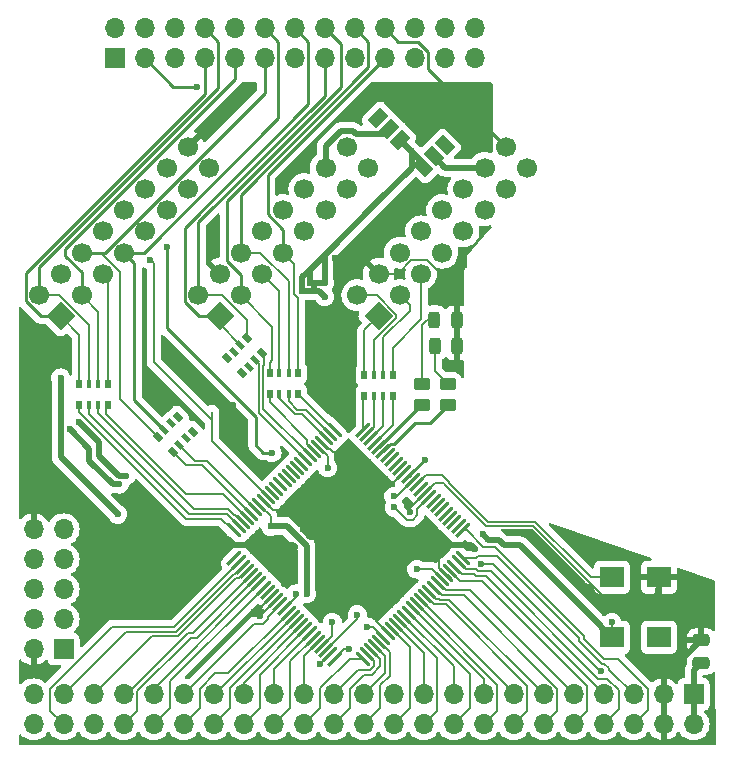
<source format=gbr>
%TF.GenerationSoftware,KiCad,Pcbnew,8.0.4*%
%TF.CreationDate,2024-12-17T16:17:43+07:00*%
%TF.ProjectId,cpld_mux,63706c64-5f6d-4757-982e-6b696361645f,rev?*%
%TF.SameCoordinates,Original*%
%TF.FileFunction,Copper,L1,Top*%
%TF.FilePolarity,Positive*%
%FSLAX46Y46*%
G04 Gerber Fmt 4.6, Leading zero omitted, Abs format (unit mm)*
G04 Created by KiCad (PCBNEW 8.0.4) date 2024-12-17 16:17:43*
%MOMM*%
%LPD*%
G01*
G04 APERTURE LIST*
G04 Aperture macros list*
%AMRoundRect*
0 Rectangle with rounded corners*
0 $1 Rounding radius*
0 $2 $3 $4 $5 $6 $7 $8 $9 X,Y pos of 4 corners*
0 Add a 4 corners polygon primitive as box body*
4,1,4,$2,$3,$4,$5,$6,$7,$8,$9,$2,$3,0*
0 Add four circle primitives for the rounded corners*
1,1,$1+$1,$2,$3*
1,1,$1+$1,$4,$5*
1,1,$1+$1,$6,$7*
1,1,$1+$1,$8,$9*
0 Add four rect primitives between the rounded corners*
20,1,$1+$1,$2,$3,$4,$5,0*
20,1,$1+$1,$4,$5,$6,$7,0*
20,1,$1+$1,$6,$7,$8,$9,0*
20,1,$1+$1,$8,$9,$2,$3,0*%
%AMHorizOval*
0 Thick line with rounded ends*
0 $1 width*
0 $2 $3 position (X,Y) of the first rounded end (center of the circle)*
0 $4 $5 position (X,Y) of the second rounded end (center of the circle)*
0 Add line between two ends*
20,1,$1,$2,$3,$4,$5,0*
0 Add two circle primitives to create the rounded ends*
1,1,$1,$2,$3*
1,1,$1,$4,$5*%
%AMRotRect*
0 Rectangle, with rotation*
0 The origin of the aperture is its center*
0 $1 length*
0 $2 width*
0 $3 Rotation angle, in degrees counterclockwise*
0 Add horizontal line*
21,1,$1,$2,0,0,$3*%
G04 Aperture macros list end*
%TA.AperFunction,SMDPad,CuDef*%
%ADD10RotRect,0.800000X0.500000X315.000000*%
%TD*%
%TA.AperFunction,SMDPad,CuDef*%
%ADD11RotRect,0.800000X0.400000X315.000000*%
%TD*%
%TA.AperFunction,SMDPad,CuDef*%
%ADD12R,0.500000X0.800000*%
%TD*%
%TA.AperFunction,SMDPad,CuDef*%
%ADD13R,0.400000X0.800000*%
%TD*%
%TA.AperFunction,ComponentPad*%
%ADD14R,1.700000X1.700000*%
%TD*%
%TA.AperFunction,ComponentPad*%
%ADD15O,1.700000X1.700000*%
%TD*%
%TA.AperFunction,SMDPad,CuDef*%
%ADD16RoundRect,0.243750X0.243750X0.456250X-0.243750X0.456250X-0.243750X-0.456250X0.243750X-0.456250X0*%
%TD*%
%TA.AperFunction,SMDPad,CuDef*%
%ADD17RoundRect,0.250000X0.450000X-0.262500X0.450000X0.262500X-0.450000X0.262500X-0.450000X-0.262500X0*%
%TD*%
%TA.AperFunction,SMDPad,CuDef*%
%ADD18RotRect,1.000000X1.500000X45.000000*%
%TD*%
%TA.AperFunction,SMDPad,CuDef*%
%ADD19RoundRect,0.250000X0.475000X-0.250000X0.475000X0.250000X-0.475000X0.250000X-0.475000X-0.250000X0*%
%TD*%
%TA.AperFunction,SMDPad,CuDef*%
%ADD20RotRect,1.000000X1.500000X135.000000*%
%TD*%
%TA.AperFunction,SMDPad,CuDef*%
%ADD21R,2.000000X1.800000*%
%TD*%
%TA.AperFunction,SMDPad,CuDef*%
%ADD22RoundRect,0.075000X-0.459619X-0.565685X0.565685X0.459619X0.459619X0.565685X-0.565685X-0.459619X0*%
%TD*%
%TA.AperFunction,SMDPad,CuDef*%
%ADD23RoundRect,0.075000X0.459619X-0.565685X0.565685X-0.459619X-0.459619X0.565685X-0.565685X0.459619X0*%
%TD*%
%TA.AperFunction,ComponentPad*%
%ADD24RotRect,1.700000X1.700000X315.000000*%
%TD*%
%TA.AperFunction,ComponentPad*%
%ADD25HorizOval,1.700000X0.000000X0.000000X0.000000X0.000000X0*%
%TD*%
%TA.AperFunction,ViaPad*%
%ADD26C,0.600000*%
%TD*%
%TA.AperFunction,Conductor*%
%ADD27C,0.500000*%
%TD*%
%TA.AperFunction,Conductor*%
%ADD28C,0.250000*%
%TD*%
%TA.AperFunction,Conductor*%
%ADD29C,0.300000*%
%TD*%
%TA.AperFunction,Conductor*%
%ADD30C,0.160000*%
%TD*%
%TA.AperFunction,Conductor*%
%ADD31C,0.200000*%
%TD*%
G04 APERTURE END LIST*
D10*
%TO.P,RN6,1,R1.1*%
%TO.N,unconnected-(RN6-R1.1-Pad1)*%
X35499409Y-54274961D03*
D11*
%TO.P,RN6,2,R2.1*%
%TO.N,unconnected-(RN6-R2.1-Pad2)*%
X34933724Y-54840646D03*
%TO.P,RN6,3,R3.1*%
%TO.N,/cpld_mux/D1_6*%
X34368038Y-55406332D03*
D10*
%TO.P,RN6,4,R4.1*%
%TO.N,/cpld_mux/D1_5*%
X33802353Y-55972017D03*
%TO.P,RN6,5,R4.2*%
%TO.N,/cpld_mux/BA11*%
X35075145Y-57244809D03*
D11*
%TO.P,RN6,6,R3.2*%
%TO.N,/cpld_mux/BA10*%
X35640830Y-56679124D03*
%TO.P,RN6,7,R2.2*%
%TO.N,unconnected-(RN6-R2.2-Pad7)*%
X36206516Y-56113438D03*
D10*
%TO.P,RN6,8,R1.2*%
%TO.N,unconnected-(RN6-R1.2-Pad8)*%
X36772201Y-55547753D03*
%TD*%
%TO.P,RN9,1,R1.1*%
%TO.N,/cpld_mux/D2_2*%
X41387465Y-47624905D03*
D11*
%TO.P,RN9,2,R2.1*%
%TO.N,/cpld_mux/D2_1*%
X40821780Y-48190590D03*
%TO.P,RN9,3,R3.1*%
%TO.N,unconnected-(RN9-R3.1-Pad3)*%
X40256094Y-48756276D03*
D10*
%TO.P,RN9,4,R4.1*%
%TO.N,unconnected-(RN9-R4.1-Pad4)*%
X39690409Y-49321961D03*
%TO.P,RN9,5,R4.2*%
%TO.N,unconnected-(RN9-R4.2-Pad5)*%
X40963201Y-50594753D03*
D11*
%TO.P,RN9,6,R3.2*%
%TO.N,unconnected-(RN9-R3.2-Pad6)*%
X41528886Y-50029068D03*
%TO.P,RN9,7,R2.2*%
%TO.N,/cpld_mux/BA9*%
X42094572Y-49463382D03*
D10*
%TO.P,RN9,8,R1.2*%
%TO.N,/cpld_mux/BA8*%
X42660257Y-48897697D03*
%TD*%
D12*
%TO.P,RN5,1,R1.1*%
%TO.N,/cpld_mux/D1_4*%
X29590201Y-51472753D03*
D13*
%TO.P,RN5,2,R2.1*%
%TO.N,/cpld_mux/D1_3*%
X28790201Y-51472753D03*
%TO.P,RN5,3,R3.1*%
%TO.N,/cpld_mux/D1_2*%
X27990201Y-51472753D03*
D12*
%TO.P,RN5,4,R4.1*%
%TO.N,/cpld_mux/D1_1*%
X27190201Y-51472753D03*
%TO.P,RN5,5,R4.2*%
%TO.N,/cpld_mux/BA15*%
X27190201Y-53272753D03*
D13*
%TO.P,RN5,6,R3.2*%
%TO.N,/cpld_mux/BA14*%
X27990201Y-53272753D03*
%TO.P,RN5,7,R2.2*%
%TO.N,/cpld_mux/BA13*%
X28790201Y-53272753D03*
D12*
%TO.P,RN5,8,R1.2*%
%TO.N,/cpld_mux/BA12*%
X29590201Y-53272753D03*
%TD*%
D14*
%TO.P,JTAG1,1,Pin_1*%
%TO.N,/cpld_mux/TCK*%
X25850201Y-73962753D03*
D15*
%TO.P,JTAG1,2,Pin_2*%
%TO.N,GND*%
X23310201Y-73962753D03*
%TO.P,JTAG1,3,Pin_3*%
%TO.N,/cpld_mux/TDO*%
X25850201Y-71422753D03*
%TO.P,JTAG1,4,Pin_4*%
%TO.N,/cpld_mux/3V3*%
X23310201Y-71422753D03*
%TO.P,JTAG1,5,Pin_5*%
%TO.N,/cpld_mux/TMS*%
X25850201Y-68882754D03*
%TO.P,JTAG1,6,Pin_6*%
%TO.N,unconnected-(JTAG1-Pin_6-Pad6)*%
X23310201Y-68882753D03*
%TO.P,JTAG1,7,Pin_7*%
%TO.N,unconnected-(JTAG1-Pin_7-Pad7)*%
X25850201Y-66342753D03*
%TO.P,JTAG1,8,Pin_8*%
%TO.N,unconnected-(JTAG1-Pin_8-Pad8)*%
X23310201Y-66342753D03*
%TO.P,JTAG1,9,Pin_9*%
%TO.N,/cpld_mux/TDI*%
X25850201Y-63802753D03*
%TO.P,JTAG1,10,Pin_10*%
%TO.N,GND*%
X23310201Y-63802753D03*
%TD*%
D16*
%TO.P,D2,1,K*%
%TO.N,GND*%
X59121902Y-46052753D03*
%TO.P,D2,2,A*%
%TO.N,Net-(D2-A)*%
X57246900Y-46052753D03*
%TD*%
D12*
%TO.P,RN8,1,R1.1*%
%TO.N,/cpld_mux/D3_4*%
X53720201Y-50710753D03*
D13*
%TO.P,RN8,2,R2.1*%
%TO.N,/cpld_mux/D3_3*%
X52920201Y-50710753D03*
%TO.P,RN8,3,R3.1*%
%TO.N,/cpld_mux/D3_2*%
X52120201Y-50710753D03*
D12*
%TO.P,RN8,4,R4.1*%
%TO.N,/cpld_mux/D3_1*%
X51320201Y-50710753D03*
%TO.P,RN8,5,R4.2*%
%TO.N,/cpld_mux/BA3*%
X51320201Y-52510753D03*
D13*
%TO.P,RN8,6,R3.2*%
%TO.N,/cpld_mux/BA2*%
X52120201Y-52510753D03*
%TO.P,RN8,7,R2.2*%
%TO.N,/cpld_mux/BA1*%
X52920201Y-52510753D03*
D12*
%TO.P,RN8,8,R1.2*%
%TO.N,/cpld_mux/BA0*%
X53720201Y-52510753D03*
%TD*%
%TO.P,RN7,1,R1.1*%
%TO.N,/cpld_mux/D2_6*%
X45700201Y-50572753D03*
D13*
%TO.P,RN7,2,R2.1*%
%TO.N,/cpld_mux/D2_5*%
X44900201Y-50572753D03*
%TO.P,RN7,3,R3.1*%
%TO.N,/cpld_mux/D2_4*%
X44100201Y-50572753D03*
D12*
%TO.P,RN7,4,R4.1*%
%TO.N,/cpld_mux/D2_3*%
X43300201Y-50572753D03*
%TO.P,RN7,5,R4.2*%
%TO.N,/cpld_mux/BA7*%
X43300201Y-52372753D03*
D13*
%TO.P,RN7,6,R3.2*%
%TO.N,/cpld_mux/BA6*%
X44100201Y-52372753D03*
%TO.P,RN7,7,R2.2*%
%TO.N,/cpld_mux/BA5*%
X44900201Y-52372753D03*
D12*
%TO.P,RN7,8,R1.2*%
%TO.N,/cpld_mux/BA4*%
X45700201Y-52372753D03*
%TD*%
D17*
%TO.P,R8,1*%
%TO.N,/cpld_mux/LED0*%
X56203201Y-53308753D03*
%TO.P,R8,2*%
%TO.N,Net-(D2-A)*%
X56203201Y-51483753D03*
%TD*%
D18*
%TO.P,JP7,1,A*%
%TO.N,/cpld_mux/VCC_5V*%
X56269723Y-33129231D03*
%TO.P,JP7,2,B*%
%TO.N,/cpld_mux/VCC_J16*%
X57188962Y-32209992D03*
%TO.P,JP7,3*%
%TO.N,N/C*%
X58108201Y-31290753D03*
%TD*%
D19*
%TO.P,C26,1*%
%TO.N,/cpld_mux/VCC_5V*%
X79825201Y-75100751D03*
%TO.P,C26,2*%
%TO.N,GND*%
X79825201Y-73200753D03*
%TD*%
D14*
%TO.P,J27,1,Pin_1*%
%TO.N,/cpld_mux/CM_A_N5*%
X30168201Y-23924753D03*
D15*
%TO.P,J27,2,Pin_2*%
%TO.N,/cpld_mux/CM_B_N3*%
X30168201Y-21384753D03*
%TO.P,J27,3,Pin_3*%
%TO.N,/cpld_mux/CM_OE_M4*%
X32708201Y-23924753D03*
%TO.P,J27,4,Pin_4*%
%TO.N,/cpld_mux/CM_D_P4*%
X32708201Y-21384753D03*
%TO.P,J27,5,Pin_5*%
%TO.N,/cpld_mux/CM_CLK_M3*%
X35248200Y-23924753D03*
%TO.P,J27,6,Pin_6*%
%TO.N,/cpld_mux/CM_STB_N1*%
X35248201Y-21384753D03*
%TO.P,J27,7,Pin_7*%
%TO.N,/cpld_mux/D1_1*%
X37788201Y-23924753D03*
%TO.P,J27,8,Pin_8*%
%TO.N,/cpld_mux/D1_2*%
X37788201Y-21384753D03*
%TO.P,J27,9,Pin_9*%
%TO.N,/cpld_mux/D1_3*%
X40328201Y-23924753D03*
%TO.P,J27,10,Pin_10*%
%TO.N,/cpld_mux/D1_4*%
X40328201Y-21384753D03*
%TO.P,J27,11,Pin_11*%
%TO.N,/cpld_mux/D1_5*%
X42868201Y-23924753D03*
%TO.P,J27,12,Pin_12*%
%TO.N,/cpld_mux/D1_6*%
X42868201Y-21384753D03*
%TO.P,J27,13,Pin_13*%
%TO.N,GND*%
X45408201Y-23924753D03*
%TO.P,J27,14,Pin_14*%
%TO.N,/cpld_mux/D2_1*%
X45408201Y-21384753D03*
%TO.P,J27,15,Pin_15*%
%TO.N,/cpld_mux/D2_2*%
X47948202Y-23924753D03*
%TO.P,J27,16,Pin_16*%
%TO.N,/cpld_mux/D2_3*%
X47948201Y-21384753D03*
%TO.P,J27,17,Pin_17*%
%TO.N,/cpld_mux/D2_4*%
X50488201Y-23924753D03*
%TO.P,J27,18,Pin_18*%
%TO.N,/cpld_mux/D2_5*%
X50488201Y-21384753D03*
%TO.P,J27,19,Pin_19*%
%TO.N,/cpld_mux/D2_6*%
X53028201Y-23924753D03*
%TO.P,J27,20,Pin_20*%
%TO.N,GND*%
X53028201Y-21384753D03*
%TO.P,J27,21,Pin_21*%
%TO.N,/cpld_mux/D3_1*%
X55568201Y-23924753D03*
%TO.P,J27,22,Pin_22*%
%TO.N,/cpld_mux/D3_2*%
X55568201Y-21384753D03*
%TO.P,J27,23,Pin_23*%
%TO.N,/cpld_mux/D3_3*%
X58108200Y-23924753D03*
%TO.P,J27,24,Pin_24*%
%TO.N,/cpld_mux/D3_4*%
X58108201Y-21384753D03*
%TO.P,J27,25,Pin_25*%
%TO.N,/cpld_mux/D3_5*%
X60648201Y-23924753D03*
%TO.P,J27,26,Pin_26*%
%TO.N,/cpld_mux/D3_6*%
X60648201Y-21384753D03*
%TD*%
D17*
%TO.P,R7,1*%
%TO.N,/cpld_mux/LED1*%
X58362201Y-53308753D03*
%TO.P,R7,2*%
%TO.N,Net-(D1-A)*%
X58362201Y-51483753D03*
%TD*%
D20*
%TO.P,JP6,1,A*%
%TO.N,/cpld_mux/VCC_5V*%
X54328440Y-30812992D03*
%TO.P,JP6,2,B*%
%TO.N,/cpld_mux/VCC_J15*%
X53409201Y-29893753D03*
%TO.P,JP6,3*%
%TO.N,N/C*%
X52489962Y-28974514D03*
%TD*%
D21*
%TO.P,X1,1,EN*%
%TO.N,Net-(X1-EN)*%
X76269201Y-72946753D03*
%TO.P,X1,2,GND*%
%TO.N,GND*%
X76269201Y-67866753D03*
%TO.P,X1,3,OUT*%
%TO.N,/cpld_mux/XTALCLK*%
X72269201Y-67866753D03*
%TO.P,X1,4,Vdd*%
%TO.N,+3V3*%
X72269201Y-72946753D03*
%TD*%
D22*
%TO.P,U4,1,IO2_1*%
%TO.N,unconnected-(U4-IO2_1-Pad1)*%
X40310516Y-66257157D03*
%TO.P,U4,2,IO1_2*%
%TO.N,/cpld_mux/ADC_SCK*%
X40664069Y-66610710D03*
%TO.P,U4,3,IO1_3*%
%TO.N,/cpld_mux/ADC_CS*%
X41017623Y-66964264D03*
%TO.P,U4,4,IO1_4*%
%TO.N,/cpld_mux/ADC_SIO*%
X41371176Y-67317817D03*
%TO.P,U4,5,IO1_5*%
%TO.N,/cpld_mux/ADC_A15*%
X41724729Y-67671370D03*
%TO.P,U4,6,IO1_6*%
%TO.N,/cpld_mux/ADC_A14*%
X42078283Y-68024924D03*
%TO.P,U4,7,IO1_7*%
%TO.N,/cpld_mux/ADC_A13*%
X42431836Y-68378477D03*
%TO.P,U4,8,IO1_8*%
%TO.N,/cpld_mux/ADC_A12*%
X42785390Y-68732031D03*
%TO.P,U4,9,VCCIO1*%
%TO.N,+1V8*%
X43138943Y-69085584D03*
%TO.P,U4,10,GNDIO*%
%TO.N,GND*%
X43492496Y-69439137D03*
%TO.P,U4,11,GNDINT*%
X43846050Y-69792691D03*
%TO.P,U4,12,IO1_12/GCLK0*%
%TO.N,/cpld_mux/ADC_A11*%
X44199603Y-70146244D03*
%TO.P,U4,13,VCCINT*%
%TO.N,+3V3*%
X44553156Y-70499798D03*
%TO.P,U4,14,IO1_14/GCLK1*%
%TO.N,/cpld_mux/ADC_A10*%
X44906710Y-70853351D03*
%TO.P,U4,15,IO1_15*%
%TO.N,/cpld_mux/ADC_A9*%
X45260263Y-71206904D03*
%TO.P,U4,16,IO1_16*%
%TO.N,/cpld_mux/ADC_A8*%
X45613817Y-71560458D03*
%TO.P,U4,17,IO1_17*%
%TO.N,/cpld_mux/ADC_A7*%
X45967370Y-71914011D03*
%TO.P,U4,18,IO1_18*%
%TO.N,/cpld_mux/ADC_A6*%
X46320923Y-72267564D03*
%TO.P,U4,19,IO1_19*%
%TO.N,/cpld_mux/ADC_A5*%
X46674477Y-72621118D03*
%TO.P,U4,20,IO1_20*%
%TO.N,/cpld_mux/ADC_A4*%
X47028030Y-72974671D03*
%TO.P,U4,21,IO1_21*%
%TO.N,/cpld_mux/ADC_A3*%
X47381584Y-73328225D03*
%TO.P,U4,22,TMS*%
%TO.N,/cpld_mux/TMS*%
X47735137Y-73681778D03*
%TO.P,U4,23,TDI*%
%TO.N,/cpld_mux/TDI*%
X48088690Y-74035331D03*
%TO.P,U4,24,TCK*%
%TO.N,/cpld_mux/TCK*%
X48442244Y-74388885D03*
%TO.P,U4,25,TDO*%
%TO.N,/cpld_mux/TDO*%
X48795797Y-74742438D03*
D23*
%TO.P,U4,26,IO1_26*%
%TO.N,/cpld_mux/ADC_A2*%
X51164605Y-74742438D03*
%TO.P,U4,27,IO1_27*%
%TO.N,/cpld_mux/ADC_A1*%
X51518158Y-74388885D03*
%TO.P,U4,28,IO1_28*%
%TO.N,/cpld_mux/ADC_A0*%
X51871712Y-74035331D03*
%TO.P,U4,29,IO1_29*%
%TO.N,/cpld_mux/ADC_DCA*%
X52225265Y-73681778D03*
%TO.P,U4,30,IO1_30*%
%TO.N,/cpld_mux/ADC_DCB*%
X52578818Y-73328225D03*
%TO.P,U4,31,VCCIO1*%
%TO.N,+1V8*%
X52932372Y-72974671D03*
%TO.P,U4,32,GNDIO*%
%TO.N,GND*%
X53285925Y-72621118D03*
%TO.P,U4,33,IO1_33*%
%TO.N,/cpld_mux/ADC_B15*%
X53639479Y-72267564D03*
%TO.P,U4,34,IO1_34*%
%TO.N,/cpld_mux/ADC_B14*%
X53993032Y-71914011D03*
%TO.P,U4,35,IO1_35*%
%TO.N,/cpld_mux/ADC_B13*%
X54346585Y-71560458D03*
%TO.P,U4,36,IO1_36*%
%TO.N,/cpld_mux/ADC_B12*%
X54700139Y-71206904D03*
%TO.P,U4,37,IO1_37*%
%TO.N,/cpld_mux/ADC_B11*%
X55053692Y-70853351D03*
%TO.P,U4,38,IO1_38*%
%TO.N,/cpld_mux/ADC_B10*%
X55407246Y-70499798D03*
%TO.P,U4,39,IO1_39*%
%TO.N,/cpld_mux/ADC_B9*%
X55760799Y-70146244D03*
%TO.P,U4,40,IO1_40*%
%TO.N,/cpld_mux/ADC_B8*%
X56114352Y-69792691D03*
%TO.P,U4,41,IO1_41*%
%TO.N,/cpld_mux/ADC_B7*%
X56467906Y-69439137D03*
%TO.P,U4,42,IO1_42*%
%TO.N,/cpld_mux/ADC_B6*%
X56821459Y-69085584D03*
%TO.P,U4,43,IO1_43/DEV_OE*%
%TO.N,/cpld_mux/ADC_B5*%
X57175012Y-68732031D03*
%TO.P,U4,44,IO1_44/DEV_CLRn*%
%TO.N,/cpld_mux/ADC_B4*%
X57528566Y-68378477D03*
%TO.P,U4,45,VCCIO1*%
%TO.N,+1V8*%
X57882119Y-68024924D03*
%TO.P,U4,46,GNDIO*%
%TO.N,GND*%
X58235673Y-67671370D03*
%TO.P,U4,47,IO1_47*%
%TO.N,/cpld_mux/ADC_B3*%
X58589226Y-67317817D03*
%TO.P,U4,48,IO1_48*%
%TO.N,/cpld_mux/ADC_B2*%
X58942779Y-66964264D03*
%TO.P,U4,49,IO1_49*%
%TO.N,/cpld_mux/ADC_B1*%
X59296333Y-66610710D03*
%TO.P,U4,50,IO1_50*%
%TO.N,/cpld_mux/ADC_B0*%
X59649886Y-66257157D03*
D22*
%TO.P,U4,51,IO1_51*%
%TO.N,/cpld_mux/ADC_CLK*%
X59649886Y-63888349D03*
%TO.P,U4,52,IO2_52*%
%TO.N,unconnected-(U4-IO2_52-Pad52)*%
X59296333Y-63534796D03*
%TO.P,U4,53,IO2_53*%
%TO.N,unconnected-(U4-IO2_53-Pad53)*%
X58942779Y-63181242D03*
%TO.P,U4,54,IO2_54*%
%TO.N,unconnected-(U4-IO2_54-Pad54)*%
X58589226Y-62827689D03*
%TO.P,U4,55,IO2_55*%
%TO.N,unconnected-(U4-IO2_55-Pad55)*%
X58235673Y-62474136D03*
%TO.P,U4,56,IO2_56*%
%TO.N,unconnected-(U4-IO2_56-Pad56)*%
X57882119Y-62120582D03*
%TO.P,U4,57,IO2_57*%
%TO.N,unconnected-(U4-IO2_57-Pad57)*%
X57528566Y-61767029D03*
%TO.P,U4,58,IO2_58*%
%TO.N,unconnected-(U4-IO2_58-Pad58)*%
X57175012Y-61413475D03*
%TO.P,U4,59,VCCIO2*%
%TO.N,+3V3*%
X56821459Y-61059922D03*
%TO.P,U4,60,GNDIO*%
%TO.N,GND*%
X56467906Y-60706369D03*
%TO.P,U4,61,IO2_61*%
%TO.N,unconnected-(U4-IO2_61-Pad61)*%
X56114352Y-60352815D03*
%TO.P,U4,62,IO2_62/GCLK2*%
%TO.N,/cpld_mux/XTALCLK*%
X55760799Y-59999262D03*
%TO.P,U4,63,VCCINT*%
%TO.N,+3V3*%
X55407246Y-59645708D03*
%TO.P,U4,64,IO2_64/GCLK3*%
%TO.N,/cpld_mux/CM_CLK_M3*%
X55053692Y-59292155D03*
%TO.P,U4,65,GNDINT*%
%TO.N,GND*%
X54700139Y-58938602D03*
%TO.P,U4,66,IO2_66*%
%TO.N,unconnected-(U4-IO2_66-Pad66)*%
X54346585Y-58585048D03*
%TO.P,U4,67,IO2_67*%
%TO.N,unconnected-(U4-IO2_67-Pad67)*%
X53993032Y-58231495D03*
%TO.P,U4,68,IO2_68*%
%TO.N,unconnected-(U4-IO2_68-Pad68)*%
X53639479Y-57877942D03*
%TO.P,U4,69,IO2_69*%
%TO.N,unconnected-(U4-IO2_69-Pad69)*%
X53285925Y-57524388D03*
%TO.P,U4,70,IO2_70*%
%TO.N,/cpld_mux/LED1*%
X52932372Y-57170835D03*
%TO.P,U4,71,IO2_71*%
%TO.N,/cpld_mux/LED0*%
X52578818Y-56817281D03*
%TO.P,U4,72,IO2_72*%
%TO.N,/cpld_mux/BA0*%
X52225265Y-56463728D03*
%TO.P,U4,73,IO2_73*%
%TO.N,/cpld_mux/BA1*%
X51871712Y-56110175D03*
%TO.P,U4,74,IO2_74*%
%TO.N,/cpld_mux/BA2*%
X51518158Y-55756621D03*
%TO.P,U4,75,IO2_75*%
%TO.N,/cpld_mux/BA3*%
X51164605Y-55403068D03*
D23*
%TO.P,U4,76,IO2_76*%
%TO.N,/cpld_mux/BA4*%
X48795797Y-55403068D03*
%TO.P,U4,77,IO2_77*%
%TO.N,/cpld_mux/BA5*%
X48442244Y-55756621D03*
%TO.P,U4,78,IO2_78*%
%TO.N,/cpld_mux/BA6*%
X48088690Y-56110175D03*
%TO.P,U4,79,GNDIO*%
%TO.N,GND*%
X47735137Y-56463728D03*
%TO.P,U4,80,VCCIO2*%
%TO.N,+3V3*%
X47381584Y-56817281D03*
%TO.P,U4,81,IO2_81*%
%TO.N,/cpld_mux/BA7*%
X47028030Y-57170835D03*
%TO.P,U4,82,IO2_82*%
%TO.N,/cpld_mux/BA8*%
X46674477Y-57524388D03*
%TO.P,U4,83,IO2_83*%
%TO.N,/cpld_mux/BA9*%
X46320923Y-57877942D03*
%TO.P,U4,84,IO2_84*%
%TO.N,unconnected-(U4-IO2_84-Pad84)*%
X45967370Y-58231495D03*
%TO.P,U4,85,IO2_85*%
%TO.N,unconnected-(U4-IO2_85-Pad85)*%
X45613817Y-58585048D03*
%TO.P,U4,86,IO2_86*%
%TO.N,unconnected-(U4-IO2_86-Pad86)*%
X45260263Y-58938602D03*
%TO.P,U4,87,IO2_87*%
%TO.N,unconnected-(U4-IO2_87-Pad87)*%
X44906710Y-59292155D03*
%TO.P,U4,88,IO2_88*%
%TO.N,unconnected-(U4-IO2_88-Pad88)*%
X44553156Y-59645708D03*
%TO.P,U4,89,IO2_89*%
%TO.N,unconnected-(U4-IO2_89-Pad89)*%
X44199603Y-59999262D03*
%TO.P,U4,90,IO2_90*%
%TO.N,unconnected-(U4-IO2_90-Pad90)*%
X43846050Y-60352815D03*
%TO.P,U4,91,IO2_91*%
%TO.N,unconnected-(U4-IO2_91-Pad91)*%
X43492496Y-60706369D03*
%TO.P,U4,92,IO2_92*%
%TO.N,/cpld_mux/CM_E_N4*%
X43138943Y-61059922D03*
%TO.P,U4,93,GNDIO*%
%TO.N,GND*%
X42785390Y-61413475D03*
%TO.P,U4,94,VCCIO2*%
%TO.N,+3V3*%
X42431836Y-61767029D03*
%TO.P,U4,95,IO2_95*%
%TO.N,/cpld_mux/BA10*%
X42078283Y-62120582D03*
%TO.P,U4,96,IO2_96*%
%TO.N,/cpld_mux/BA11*%
X41724729Y-62474136D03*
%TO.P,U4,97,IO2_97*%
%TO.N,/cpld_mux/BA12*%
X41371176Y-62827689D03*
%TO.P,U4,98,IO2_98*%
%TO.N,/cpld_mux/BA13*%
X41017623Y-63181242D03*
%TO.P,U4,99,IO2_99*%
%TO.N,/cpld_mux/BA14*%
X40664069Y-63534796D03*
%TO.P,U4,100,IO2_100*%
%TO.N,/cpld_mux/BA15*%
X40310516Y-63888349D03*
%TD*%
D16*
%TO.P,D1,1,K*%
%TO.N,GND*%
X59147302Y-48308753D03*
%TO.P,D1,2,A*%
%TO.N,Net-(D1-A)*%
X57272300Y-48308753D03*
%TD*%
D24*
%TO.P,J26,1,Pin_1*%
%TO.N,/cpld_mux/D3_1*%
X52520201Y-45768753D03*
D25*
%TO.P,J26,2,Pin_2*%
%TO.N,/cpld_mux/D3_2*%
X50724150Y-43972702D03*
%TO.P,J26,3,Pin_3*%
%TO.N,/cpld_mux/D3_3*%
X54316252Y-43972702D03*
%TO.P,J26,4,Pin_4*%
%TO.N,GND*%
X52520201Y-42176651D03*
%TO.P,J26,5,Pin_5*%
%TO.N,/cpld_mux/D3_4*%
X56112303Y-42176651D03*
%TO.P,J26,6,Pin_6*%
%TO.N,/cpld_mux/D3_5*%
X54316252Y-40380599D03*
%TO.P,J26,7,Pin_7*%
%TO.N,/cpld_mux/D3_6*%
X57908355Y-40380599D03*
%TO.P,J26,8,Pin_8*%
%TO.N,unconnected-(J26-Pin_8-Pad8)*%
X56112303Y-38584548D03*
%TO.P,J26,9,Pin_9*%
%TO.N,unconnected-(J26-Pin_9-Pad9)*%
X59704406Y-38584548D03*
%TO.P,J26,10,Pin_10*%
%TO.N,unconnected-(J26-Pin_10-Pad10)*%
X57908355Y-36788497D03*
%TO.P,J26,11,Pin_11*%
%TO.N,unconnected-(J26-Pin_11-Pad11)*%
X61500457Y-36788497D03*
%TO.P,J26,12,Pin_12*%
%TO.N,unconnected-(J26-Pin_12-Pad12)*%
X59704406Y-34992446D03*
%TO.P,J26,13,Pin_13*%
%TO.N,unconnected-(J26-Pin_13-Pad13)*%
X63296508Y-34992446D03*
%TO.P,J26,14,Pin_14*%
%TO.N,/cpld_mux/VCC_J16*%
X61500457Y-33196394D03*
%TO.P,J26,15,Pin_15*%
%TO.N,unconnected-(J26-Pin_15-Pad15)*%
X65092560Y-33196394D03*
%TO.P,J26,16,Pin_16*%
%TO.N,GND*%
X63296508Y-31400343D03*
%TD*%
D14*
%TO.P,J10_AD2,1,Pin_1*%
%TO.N,/cpld_mux/VCC_5V*%
X79190201Y-77772753D03*
D15*
%TO.P,J10_AD2,2,Pin_2*%
X79190201Y-80312753D03*
%TO.P,J10_AD2,3,Pin_3*%
%TO.N,GND*%
X76650201Y-77772753D03*
%TO.P,J10_AD2,4,Pin_4*%
X76650201Y-80312753D03*
%TO.P,J10_AD2,5,Pin_5*%
%TO.N,/cpld_mux/ADC_B0*%
X74110202Y-77772753D03*
%TO.P,J10_AD2,6,Pin_6*%
%TO.N,/cpld_mux/ADC_CLK*%
X74110201Y-80312753D03*
%TO.P,J10_AD2,7,Pin_7*%
%TO.N,/cpld_mux/ADC_B2*%
X71570201Y-77772753D03*
%TO.P,J10_AD2,8,Pin_8*%
%TO.N,/cpld_mux/ADC_B1*%
X71570201Y-80312753D03*
%TO.P,J10_AD2,9,Pin_9*%
%TO.N,/cpld_mux/ADC_B4*%
X69030201Y-77772753D03*
%TO.P,J10_AD2,10,Pin_10*%
%TO.N,/cpld_mux/ADC_B3*%
X69030201Y-80312753D03*
%TO.P,J10_AD2,11,Pin_11*%
%TO.N,/cpld_mux/ADC_B6*%
X66490201Y-77772753D03*
%TO.P,J10_AD2,12,Pin_12*%
%TO.N,/cpld_mux/ADC_B5*%
X66490201Y-80312753D03*
%TO.P,J10_AD2,13,Pin_13*%
%TO.N,/cpld_mux/ADC_B8*%
X63950201Y-77772753D03*
%TO.P,J10_AD2,14,Pin_14*%
%TO.N,/cpld_mux/ADC_B7*%
X63950201Y-80312753D03*
%TO.P,J10_AD2,15,Pin_15*%
%TO.N,/cpld_mux/ADC_B10*%
X61410200Y-77772753D03*
%TO.P,J10_AD2,16,Pin_16*%
%TO.N,/cpld_mux/ADC_B9*%
X61410201Y-80312753D03*
%TO.P,J10_AD2,17,Pin_17*%
%TO.N,/cpld_mux/ADC_B12*%
X58870201Y-77772753D03*
%TO.P,J10_AD2,18,Pin_18*%
%TO.N,/cpld_mux/ADC_B11*%
X58870201Y-80312753D03*
%TO.P,J10_AD2,19,Pin_19*%
%TO.N,/cpld_mux/ADC_B14*%
X56330201Y-77772753D03*
%TO.P,J10_AD2,20,Pin_20*%
%TO.N,/cpld_mux/ADC_B13*%
X56330201Y-80312753D03*
%TO.P,J10_AD2,21,Pin_21*%
%TO.N,/cpld_mux/ADC_ORB*%
X53790201Y-77772753D03*
%TO.P,J10_AD2,22,Pin_22*%
%TO.N,/cpld_mux/ADC_B15*%
X53790201Y-80312753D03*
%TO.P,J10_AD2,23,Pin_23*%
%TO.N,/cpld_mux/ADC_DCA*%
X51250202Y-77772753D03*
%TO.P,J10_AD2,24,Pin_24*%
%TO.N,/cpld_mux/ADC_DCB*%
X51250201Y-80312753D03*
%TO.P,J10_AD2,25,Pin_25*%
%TO.N,/cpld_mux/ADC_A1*%
X48710201Y-77772753D03*
%TO.P,J10_AD2,26,Pin_26*%
%TO.N,/cpld_mux/ADC_A0*%
X48710201Y-80312753D03*
%TO.P,J10_AD2,27,Pin_27*%
%TO.N,/cpld_mux/ADC_A3*%
X46170201Y-77772753D03*
%TO.P,J10_AD2,28,Pin_28*%
%TO.N,/cpld_mux/ADC_A2*%
X46170201Y-80312753D03*
%TO.P,J10_AD2,29,Pin_29*%
%TO.N,/cpld_mux/ADC_A5*%
X43630201Y-77772753D03*
%TO.P,J10_AD2,30,Pin_30*%
%TO.N,/cpld_mux/ADC_A4*%
X43630201Y-80312753D03*
%TO.P,J10_AD2,31,Pin_31*%
%TO.N,/cpld_mux/ADC_A7*%
X41090202Y-77772753D03*
%TO.P,J10_AD2,32,Pin_32*%
%TO.N,/cpld_mux/ADC_A6*%
X41090201Y-80312753D03*
%TO.P,J10_AD2,33,Pin_33*%
%TO.N,/cpld_mux/ADC_A9*%
X38550200Y-77772753D03*
%TO.P,J10_AD2,34,Pin_34*%
%TO.N,/cpld_mux/ADC_A8*%
X38550201Y-80312753D03*
%TO.P,J10_AD2,35,Pin_35*%
%TO.N,/cpld_mux/ADC_A11*%
X36010201Y-77772753D03*
%TO.P,J10_AD2,36,Pin_36*%
%TO.N,/cpld_mux/ADC_A10*%
X36010201Y-80312753D03*
%TO.P,J10_AD2,37,Pin_37*%
%TO.N,/cpld_mux/ADC_A13*%
X33470201Y-77772753D03*
%TO.P,J10_AD2,38,Pin_38*%
%TO.N,/cpld_mux/ADC_A12*%
X33470201Y-80312753D03*
%TO.P,J10_AD2,39,Pin_39*%
%TO.N,/cpld_mux/ADC_A15*%
X30930201Y-77772753D03*
%TO.P,J10_AD2,40,Pin_40*%
%TO.N,/cpld_mux/ADC_A14*%
X30930201Y-80312753D03*
%TO.P,J10_AD2,41,Pin_41*%
%TO.N,/cpld_mux/ADC_SIO*%
X28390202Y-77772753D03*
%TO.P,J10_AD2,42,Pin_42*%
%TO.N,/cpld_mux/ADC_ORA*%
X28390201Y-80312753D03*
%TO.P,J10_AD2,43,Pin_43*%
%TO.N,/cpld_mux/ADC_CS*%
X25850201Y-77772753D03*
%TO.P,J10_AD2,44,Pin_44*%
%TO.N,/cpld_mux/ADC_SCK*%
X25850201Y-80312753D03*
%TO.P,J10_AD2,45,Pin_45*%
%TO.N,/cpld_mux/ADC_PWN*%
X23310201Y-77772753D03*
%TO.P,J10_AD2,46,Pin_46*%
%TO.N,/cpld_mux/ADC_OEB*%
X23310201Y-80312753D03*
%TD*%
D24*
%TO.P,J24,1,Pin_1*%
%TO.N,/cpld_mux/D1_1*%
X25596201Y-45768753D03*
D25*
%TO.P,J24,2,Pin_2*%
%TO.N,/cpld_mux/D1_2*%
X23800150Y-43972702D03*
%TO.P,J24,3,Pin_3*%
%TO.N,/cpld_mux/D1_3*%
X27392252Y-43972702D03*
%TO.P,J24,4,Pin_4*%
%TO.N,GND*%
X25596201Y-42176651D03*
%TO.P,J24,5,Pin_5*%
%TO.N,/cpld_mux/D1_4*%
X29188303Y-42176651D03*
%TO.P,J24,6,Pin_6*%
%TO.N,/cpld_mux/D1_5*%
X27392252Y-40380599D03*
%TO.P,J24,7,Pin_7*%
%TO.N,/cpld_mux/D1_6*%
X30984355Y-40380599D03*
%TO.P,J24,8,Pin_8*%
%TO.N,/cpld_mux/CM_E_N4*%
X29188303Y-38584548D03*
%TO.P,J24,9,Pin_9*%
%TO.N,/cpld_mux/CM_A_N5*%
X32780406Y-38584548D03*
%TO.P,J24,10,Pin_10*%
%TO.N,/cpld_mux/CM_B_N3*%
X30984355Y-36788497D03*
%TO.P,J24,11,Pin_11*%
%TO.N,/cpld_mux/CM_C_P3*%
X34576457Y-36788497D03*
%TO.P,J24,12,Pin_12*%
%TO.N,/cpld_mux/CM_D_P4*%
X32780406Y-34992446D03*
%TO.P,J24,13,Pin_13*%
%TO.N,/cpld_mux/CM_CLK_M3*%
X36372508Y-34992446D03*
%TO.P,J24,14,Pin_14*%
%TO.N,/cpld_mux/CM_STB_N1*%
X34576457Y-33196394D03*
%TO.P,J24,15,Pin_15*%
%TO.N,/cpld_mux/CM_OE_M4*%
X38168560Y-33196394D03*
%TO.P,J24,16,Pin_16*%
%TO.N,GND*%
X36372508Y-31400343D03*
%TD*%
D24*
%TO.P,J25,1,Pin_1*%
%TO.N,/cpld_mux/D2_1*%
X39058201Y-45768753D03*
D25*
%TO.P,J25,2,Pin_2*%
%TO.N,/cpld_mux/D2_2*%
X37262150Y-43972702D03*
%TO.P,J25,3,Pin_3*%
%TO.N,/cpld_mux/D2_3*%
X40854252Y-43972702D03*
%TO.P,J25,4,Pin_4*%
%TO.N,GND*%
X39058201Y-42176651D03*
%TO.P,J25,5,Pin_5*%
%TO.N,/cpld_mux/D2_4*%
X42650303Y-42176651D03*
%TO.P,J25,6,Pin_6*%
%TO.N,/cpld_mux/D2_5*%
X40854252Y-40380599D03*
%TO.P,J25,7,Pin_7*%
%TO.N,/cpld_mux/D2_6*%
X44446355Y-40380599D03*
%TO.P,J25,8,Pin_8*%
%TO.N,unconnected-(J25-Pin_8-Pad8)*%
X42650303Y-38584548D03*
%TO.P,J25,9,Pin_9*%
%TO.N,unconnected-(J25-Pin_9-Pad9)*%
X46242406Y-38584548D03*
%TO.P,J25,10,Pin_10*%
%TO.N,unconnected-(J25-Pin_10-Pad10)*%
X44446355Y-36788497D03*
%TO.P,J25,11,Pin_11*%
%TO.N,unconnected-(J25-Pin_11-Pad11)*%
X48038457Y-36788497D03*
%TO.P,J25,12,Pin_12*%
%TO.N,unconnected-(J25-Pin_12-Pad12)*%
X46242406Y-34992446D03*
%TO.P,J25,13,Pin_13*%
%TO.N,unconnected-(J25-Pin_13-Pad13)*%
X49834508Y-34992446D03*
%TO.P,J25,14,Pin_14*%
%TO.N,/cpld_mux/VCC_J15*%
X48038457Y-33196394D03*
%TO.P,J25,15,Pin_15*%
%TO.N,unconnected-(J25-Pin_15-Pad15)*%
X51630560Y-33196394D03*
%TO.P,J25,16,Pin_16*%
%TO.N,GND*%
X49834508Y-31400343D03*
%TD*%
D26*
%TO.N,GND*%
X46106701Y-60818253D03*
X41979201Y-70787753D03*
X52266201Y-69263753D03*
X60648655Y-65491586D03*
X49545703Y-57252251D03*
X48837201Y-40815753D03*
X34486201Y-52372753D03*
X50361201Y-59738753D03*
X53225424Y-60139312D03*
X55949201Y-63675753D03*
X45408201Y-65326753D03*
X61207001Y-66723753D03*
X76206201Y-69009753D03*
X55165801Y-62362023D03*
X56584201Y-64310753D03*
X40582201Y-27480753D03*
X42487201Y-71168753D03*
X46109123Y-63817223D03*
X44719703Y-62205251D03*
X40168403Y-53294551D03*
X71367001Y-75816953D03*
X57092201Y-65834753D03*
X47313201Y-59611753D03*
X33724201Y-68642753D03*
%TO.N,+3V3*%
X30574601Y-59967353D03*
X48202201Y-58595753D03*
X26358201Y-55344553D03*
X27120201Y-54684153D03*
X61323125Y-64226742D03*
X53843699Y-61951251D03*
X43376201Y-63548753D03*
X45535201Y-69263753D03*
X53793395Y-60989616D03*
X31133401Y-59256153D03*
X72269201Y-71676752D03*
X46424201Y-69263753D03*
%TO.N,/cpld_mux/CM_CLK_M3*%
X43503201Y-57325753D03*
X56457201Y-57960753D03*
X34613201Y-39926753D03*
%TO.N,/cpld_mux/CM_OE_M4*%
X37153201Y-26337753D03*
%TO.N,/cpld_mux/CM_E_N4*%
X33190801Y-40993553D03*
%TO.N,/cpld_mux/VCC_5V*%
X47948201Y-44117753D03*
X25596201Y-50975753D03*
X46678201Y-42974753D03*
X47948201Y-42974753D03*
X46043201Y-43609753D03*
X30422201Y-62532753D03*
%TO.N,/cpld_mux/TDI*%
X50720458Y-71031638D03*
%TO.N,/cpld_mux/TDO*%
X49980201Y-73962753D03*
%TO.N,/cpld_mux/TMS*%
X48601305Y-71674211D03*
%TO.N,/cpld_mux/TCK*%
X47598376Y-75232753D03*
%TO.N,Net-(X1-EN)*%
X76269201Y-72946753D03*
%TO.N,+1V8*%
X51504201Y-72057753D03*
X55748699Y-67178255D03*
%TD*%
D27*
%TO.N,GND*%
X57092201Y-65834753D02*
X57761952Y-65165002D01*
D28*
X40292098Y-27480753D02*
X36372508Y-31400343D01*
D29*
X58235673Y-67671370D02*
X58523629Y-67959326D01*
D28*
X48837201Y-40815753D02*
X51159303Y-40815753D01*
D27*
X50361201Y-59738753D02*
X49281701Y-60818253D01*
D28*
X51159303Y-40815753D02*
X52520201Y-42176651D01*
D30*
X55165801Y-62008474D02*
X55165801Y-62362023D01*
D31*
X59147302Y-48308753D02*
X59147302Y-47638052D01*
D28*
X54203201Y-22559753D02*
X55886201Y-22559753D01*
D27*
X52266201Y-69263753D02*
X47455747Y-64453299D01*
X45936205Y-63421753D02*
X44719703Y-62205251D01*
D30*
X71265401Y-75816953D02*
X71367001Y-75816953D01*
D27*
X33724201Y-68642753D02*
X37201952Y-65165002D01*
X50000205Y-57706753D02*
X49545703Y-57252251D01*
X50361201Y-59738753D02*
X52824865Y-59738753D01*
X55695201Y-65834753D02*
X57092201Y-65834753D01*
D30*
X53499429Y-60139312D02*
X53225424Y-60139312D01*
D31*
X54146546Y-42176651D02*
X52520201Y-42176651D01*
D28*
X56743201Y-23416753D02*
X56743201Y-24847036D01*
D27*
X50361201Y-59738753D02*
X50361201Y-57960753D01*
D30*
X43577166Y-62205251D02*
X44719703Y-62205251D01*
X56467906Y-60706369D02*
X55165801Y-62008474D01*
X57667071Y-66409623D02*
X57092201Y-65834753D01*
D31*
X71289952Y-69481002D02*
X75734952Y-69481002D01*
X58108201Y-59992753D02*
X58108201Y-60023195D01*
D30*
X62223001Y-66774553D02*
X71265401Y-75816953D01*
D31*
X42487201Y-71168753D02*
X42360201Y-71168753D01*
X59121902Y-47612652D02*
X59121902Y-46052753D01*
X57962201Y-59846753D02*
X58108201Y-59992753D01*
D30*
X76206201Y-69009753D02*
X76206201Y-67929753D01*
X54700139Y-58938602D02*
X53499429Y-60139312D01*
X76206201Y-67929753D02*
X76269201Y-67866753D01*
D31*
X75734952Y-69481002D02*
X76206201Y-69009753D01*
D27*
X46745199Y-64453299D02*
X46109123Y-63817223D01*
X47455747Y-64453299D02*
X46745199Y-64453299D01*
X60322071Y-65165002D02*
X60648655Y-65491586D01*
X49281701Y-60818253D02*
X46424201Y-63675753D01*
X46170201Y-63421753D02*
X45936205Y-63421753D01*
D31*
X59121902Y-43559904D02*
X56588649Y-41026651D01*
X57327522Y-59846753D02*
X57962201Y-59846753D01*
X52266201Y-71601394D02*
X52266201Y-69263753D01*
D28*
X53028201Y-21384753D02*
X54203201Y-22559753D01*
D30*
X61207001Y-66723753D02*
X61257801Y-66774553D01*
D28*
X55886201Y-22559753D02*
X56743201Y-23416753D01*
D31*
X42143880Y-70787753D02*
X41979201Y-70787753D01*
D27*
X51758201Y-61606535D02*
X51758201Y-63167753D01*
D30*
X47834131Y-56463728D02*
X48622654Y-57252251D01*
D31*
X59147302Y-47638052D02*
X59121902Y-47612652D01*
D27*
X52266201Y-69263753D02*
X55695201Y-65834753D01*
X50361201Y-57960753D02*
X50107201Y-57706753D01*
X45246450Y-65165002D02*
X45408201Y-65326753D01*
X46424201Y-63675753D02*
X46170201Y-63421753D01*
D30*
X61257801Y-66774553D02*
X62223001Y-66774553D01*
D27*
X79825201Y-73200753D02*
X76650201Y-76375753D01*
D31*
X61633759Y-63548753D02*
X63061201Y-63548753D01*
D30*
X58235673Y-67671370D02*
X57667071Y-67102768D01*
D27*
X46282731Y-63817223D02*
X46109123Y-63817223D01*
X37201952Y-65165002D02*
X45246450Y-65165002D01*
D31*
X65601202Y-63548754D02*
X72332201Y-70279753D01*
D27*
X76650201Y-80312753D02*
X76650201Y-77772753D01*
D31*
X63061201Y-63548753D02*
X65601202Y-63548754D01*
X53285925Y-72621118D02*
X52266201Y-71601394D01*
X59121902Y-46052753D02*
X59121902Y-43559904D01*
X58108201Y-60023195D02*
X61633759Y-63548753D01*
D30*
X57667071Y-67102768D02*
X57667071Y-66409623D01*
D31*
X55296546Y-41026651D02*
X54146546Y-42176651D01*
X56467906Y-60706369D02*
X57327522Y-59846753D01*
X42360201Y-71168753D02*
X41979201Y-70787753D01*
D28*
X40582201Y-27480753D02*
X40292098Y-27480753D01*
D30*
X42785390Y-61413475D02*
X43577166Y-62205251D01*
X47735137Y-56463728D02*
X47834131Y-56463728D01*
D31*
X43846050Y-69792691D02*
X43846050Y-69809904D01*
D27*
X57761952Y-65165002D02*
X60322071Y-65165002D01*
X76650201Y-76375753D02*
X76650201Y-77772753D01*
X53225424Y-60139312D02*
X51758201Y-61606535D01*
X50107201Y-57706753D02*
X50000205Y-57706753D01*
D31*
X56588649Y-41026651D02*
X55296546Y-41026651D01*
D27*
X51758201Y-63167753D02*
X54425201Y-65834753D01*
D31*
X43846050Y-69809904D02*
X42487201Y-71168753D01*
D27*
X54425201Y-65834753D02*
X57092201Y-65834753D01*
D28*
X56743201Y-24847036D02*
X63296508Y-31400343D01*
D31*
X43492496Y-69439137D02*
X42143880Y-70787753D01*
D30*
X48622654Y-57252251D02*
X49545703Y-57252251D01*
D27*
X52824865Y-59738753D02*
X53225424Y-60139312D01*
X46424201Y-63675753D02*
X46282731Y-63817223D01*
D30*
%TO.N,+3V3*%
X43376201Y-62711394D02*
X43376201Y-63548753D01*
D27*
X46424201Y-65211382D02*
X44761572Y-63548753D01*
X71308601Y-72086153D02*
X71308601Y-71983535D01*
D30*
X54063338Y-60989616D02*
X53793395Y-60989616D01*
X55795801Y-62085580D02*
X55795801Y-62622978D01*
D27*
X61788136Y-64691753D02*
X61323125Y-64226742D01*
D31*
X45535201Y-69263753D02*
X45535201Y-69517753D01*
X45535201Y-69517753D02*
X44553156Y-70499798D01*
D27*
X72269201Y-72946753D02*
X72169201Y-72946753D01*
X28822001Y-57579753D02*
X30498401Y-59256153D01*
X30041201Y-59992753D02*
X30549201Y-59992753D01*
X64482819Y-65157753D02*
X63146201Y-65157753D01*
X72169201Y-72946753D02*
X71308601Y-72086153D01*
X63146201Y-65157753D02*
X62680201Y-64691753D01*
D30*
X48202201Y-57637898D02*
X48202201Y-58595753D01*
X56821459Y-61059922D02*
X55795801Y-62085580D01*
X47381584Y-56817281D02*
X48202201Y-57637898D01*
D27*
X44761572Y-63548753D02*
X43376201Y-63548753D01*
D30*
X72269201Y-72946753D02*
X72269201Y-71676752D01*
X42431836Y-61767029D02*
X43376201Y-62711394D01*
D27*
X28822001Y-56385953D02*
X28822001Y-57579753D01*
X46424201Y-69263753D02*
X46424201Y-65211382D01*
X62680201Y-64691753D02*
X61788136Y-64691753D01*
X26358201Y-55344553D02*
X28009201Y-56995553D01*
X30549201Y-59992753D02*
X30574601Y-59967353D01*
D30*
X55407246Y-59645708D02*
X54063338Y-60989616D01*
D27*
X30498401Y-59256153D02*
X31133401Y-59256153D01*
X27120201Y-54684153D02*
X28822001Y-56385953D01*
D30*
X54884471Y-62992023D02*
X53843699Y-61951251D01*
D27*
X30015801Y-59992753D02*
X30041201Y-59992753D01*
D30*
X55426756Y-62992023D02*
X54884471Y-62992023D01*
D27*
X28009201Y-56995553D02*
X28009201Y-57986153D01*
X28009201Y-57986153D02*
X30015801Y-59992753D01*
D30*
X55795801Y-62622978D02*
X55426756Y-62992023D01*
D27*
X71308601Y-71983535D02*
X64482819Y-65157753D01*
D31*
%TO.N,/cpld_mux/ADC_DCA*%
X51250202Y-77772753D02*
X53047201Y-75975754D01*
X53047201Y-75975754D02*
X53047201Y-74503714D01*
X53047201Y-74503714D02*
X52225265Y-73681778D01*
%TO.N,/cpld_mux/ADC_B14*%
X56330201Y-77772753D02*
X56330201Y-74251180D01*
X56330201Y-74251180D02*
X53993032Y-71914011D01*
%TO.N,/cpld_mux/ADC_B0*%
X71636240Y-75166953D02*
X72017001Y-75547714D01*
X62542202Y-66073753D02*
X69511801Y-73043352D01*
X60754358Y-66257157D02*
X60937762Y-66073753D01*
X72017001Y-75679552D02*
X74110202Y-77772753D01*
X69511801Y-73255039D02*
X71423715Y-75166953D01*
X69511801Y-73043352D02*
X69511801Y-73255039D01*
X60937762Y-66073753D02*
X62542202Y-66073753D01*
X71423715Y-75166953D02*
X71636240Y-75166953D01*
X59649886Y-66257157D02*
X60754358Y-66257157D01*
X72017001Y-75547714D02*
X72017001Y-75679552D01*
%TO.N,/cpld_mux/ADC_B3*%
X61297547Y-68173753D02*
X70180201Y-77056407D01*
X70180201Y-79162753D02*
X69030201Y-80312753D01*
X70180201Y-77056407D02*
X70180201Y-79162753D01*
X59445162Y-68173753D02*
X61297547Y-68173753D01*
X58589226Y-67317817D02*
X59445162Y-68173753D01*
%TO.N,/cpld_mux/ADC_A5*%
X43630201Y-75665394D02*
X46674477Y-72621118D01*
X43630201Y-77772753D02*
X43630201Y-75665394D01*
%TO.N,/cpld_mux/ADC_A1*%
X48710201Y-77772753D02*
X50761201Y-75721753D01*
X50761201Y-75721753D02*
X51777201Y-75721753D01*
X51777201Y-75721753D02*
X52106760Y-75392194D01*
X52106760Y-74977487D02*
X51518158Y-74388885D01*
X52106760Y-75392194D02*
X52106760Y-74977487D01*
%TO.N,/cpld_mux/ADC_B4*%
X57599276Y-68378477D02*
X58187878Y-68967079D01*
X58187878Y-68967079D02*
X60224527Y-68967079D01*
X60224527Y-68967079D02*
X69030201Y-77772753D01*
%TO.N,/cpld_mux/ADC_B13*%
X56330201Y-80312753D02*
X57480201Y-79162753D01*
X57480201Y-74694074D02*
X54346585Y-71560458D01*
X57480201Y-79162753D02*
X57480201Y-74694074D01*
%TO.N,/cpld_mux/ADC_B15*%
X55180201Y-73737576D02*
X53772289Y-72329664D01*
X55180201Y-78922753D02*
X55180201Y-73737576D01*
X53790201Y-80312753D02*
X55180201Y-78922753D01*
%TO.N,/cpld_mux/ADC_A10*%
X39765308Y-75994753D02*
X44906710Y-70853351D01*
X37400200Y-78922754D02*
X37400200Y-77296407D01*
X36010201Y-80312753D02*
X37400200Y-78922754D01*
X38701854Y-75994753D02*
X39765308Y-75994753D01*
X37400200Y-77296407D02*
X38701854Y-75994753D01*
%TO.N,/cpld_mux/ADC_A14*%
X37118454Y-72984753D02*
X42078283Y-68024924D01*
X36607201Y-72984753D02*
X37118454Y-72984753D01*
X32080201Y-79162753D02*
X32080201Y-77511753D01*
X32080201Y-77511753D02*
X36607201Y-72984753D01*
X30930201Y-80312753D02*
X32080201Y-79162753D01*
%TO.N,/cpld_mux/ADC_A0*%
X51942887Y-76121753D02*
X52647201Y-75417439D01*
X50100202Y-77296407D02*
X51274856Y-76121753D01*
X52647201Y-75417439D02*
X52647201Y-74810820D01*
X51274856Y-76121753D02*
X51942887Y-76121753D01*
X52647201Y-74810820D02*
X51871712Y-74035331D01*
X48710201Y-80312753D02*
X50100202Y-78922752D01*
X50100202Y-78922752D02*
X50100202Y-77296407D01*
%TO.N,/cpld_mux/ADC_A2*%
X47560201Y-78922753D02*
X47560201Y-77271753D01*
X50089516Y-74742438D02*
X51164605Y-74742438D01*
X47560201Y-77271753D02*
X50089516Y-74742438D01*
X46170201Y-80312753D02*
X47560201Y-78922753D01*
%TO.N,/cpld_mux/ADC_B10*%
X61410200Y-76502752D02*
X61410200Y-77772753D01*
X55407246Y-70499798D02*
X61410200Y-76502752D01*
%TO.N,/cpld_mux/ADC_B8*%
X63950201Y-77628540D02*
X63950201Y-77772753D01*
X56114352Y-69792691D02*
X63950201Y-77628540D01*
%TO.N,/cpld_mux/ADC_A13*%
X33470201Y-77340112D02*
X42431836Y-68378477D01*
X33470201Y-77772753D02*
X33470201Y-77340112D01*
%TO.N,/cpld_mux/ADC_A6*%
X41090201Y-80312753D02*
X42480201Y-78922753D01*
X42480201Y-78922753D02*
X42480201Y-76108286D01*
X42480201Y-76108286D02*
X46320923Y-72267564D01*
%TO.N,/cpld_mux/ADC_CS*%
X31165201Y-72457753D02*
X35382713Y-72457753D01*
X40946911Y-66964264D02*
X41017623Y-66964264D01*
X35382713Y-72457753D02*
X40287601Y-67552865D01*
X40287601Y-67552865D02*
X40358310Y-67552865D01*
X40358310Y-67552865D02*
X40946911Y-66964264D01*
X25850201Y-77772753D02*
X31165201Y-72457753D01*
%TO.N,/cpld_mux/ADC_CLK*%
X59964657Y-63888349D02*
X61372534Y-65296226D01*
X75304001Y-79118953D02*
X74110201Y-80312753D01*
X62406561Y-65296226D02*
X69911801Y-72801466D01*
X59649886Y-63888349D02*
X59964657Y-63888349D01*
X72780801Y-74766953D02*
X75304001Y-77290153D01*
X71589401Y-74766953D02*
X72780801Y-74766953D01*
X69911801Y-73089353D02*
X71589401Y-74766953D01*
X69911801Y-72801466D02*
X69911801Y-73089353D01*
X61372534Y-65296226D02*
X62406561Y-65296226D01*
X75304001Y-77290153D02*
X75304001Y-79118953D01*
%TO.N,/cpld_mux/ADC_B9*%
X62560200Y-76945645D02*
X62560200Y-79162754D01*
X62560200Y-79162754D02*
X61410201Y-80312753D01*
X55760799Y-70146244D02*
X62560200Y-76945645D01*
%TO.N,/cpld_mux/ADC_B5*%
X57880772Y-69367079D02*
X59710873Y-69367079D01*
X67640201Y-77296407D02*
X67640201Y-79162753D01*
X57175012Y-68732031D02*
X57245724Y-68732031D01*
X57245724Y-68732031D02*
X57880772Y-69367079D01*
X59710873Y-69367079D02*
X67640201Y-77296407D01*
X67640201Y-79162753D02*
X66490201Y-80312753D01*
%TO.N,/cpld_mux/ADC_B1*%
X71890747Y-76466953D02*
X72840201Y-77416407D01*
X72840201Y-79042753D02*
X71570201Y-80312753D01*
X62004562Y-67373753D02*
X71097762Y-76466953D01*
X59884935Y-67199312D02*
X60763321Y-67199312D01*
X60763321Y-67199312D02*
X60937762Y-67373753D01*
X72840201Y-77416407D02*
X72840201Y-79042753D01*
X59296333Y-66610710D02*
X59884935Y-67199312D01*
X71097762Y-76466953D02*
X71890747Y-76466953D01*
X60937762Y-67373753D02*
X62004562Y-67373753D01*
%TO.N,/cpld_mux/ADC_B11*%
X60260200Y-76059859D02*
X55053692Y-70853351D01*
X60260200Y-78922754D02*
X60260200Y-76059859D01*
X58870201Y-80312753D02*
X60260200Y-78922754D01*
%TO.N,/cpld_mux/ADC_SCK*%
X24700201Y-77296407D02*
X24700201Y-79162753D01*
X29938855Y-72057753D02*
X24700201Y-77296407D01*
X24700201Y-79162753D02*
X25850201Y-80312753D01*
X40664069Y-66610710D02*
X35217026Y-72057753D01*
X35217026Y-72057753D02*
X29938855Y-72057753D01*
%TO.N,/cpld_mux/ADC_A11*%
X43137201Y-71208646D02*
X44199603Y-70146244D01*
X42756440Y-71818753D02*
X43137201Y-71437992D01*
X43137201Y-71437992D02*
X43137201Y-71208646D01*
X41964201Y-71818753D02*
X42756440Y-71818753D01*
X36010201Y-77772753D02*
X41964201Y-71818753D01*
%TO.N,/cpld_mux/ADC_A9*%
X38550200Y-77772753D02*
X38694414Y-77772753D01*
X38694414Y-77772753D02*
X45260263Y-71206904D01*
%TO.N,/cpld_mux/ADC_A4*%
X43630201Y-80312753D02*
X45020201Y-78922753D01*
X45020201Y-78922753D02*
X45020201Y-74982500D01*
X45020201Y-74982500D02*
X47028030Y-72974671D01*
%TO.N,/cpld_mux/ADC_DCB*%
X53447201Y-74196608D02*
X52578818Y-73328225D01*
X52640201Y-77017753D02*
X53447201Y-76210753D01*
X51250201Y-80312753D02*
X52640201Y-78922753D01*
X52640201Y-78922753D02*
X52640201Y-77017753D01*
X53447201Y-76210753D02*
X53447201Y-74196608D01*
%TO.N,/cpld_mux/ADC_A3*%
X46170201Y-74539608D02*
X47381584Y-73328225D01*
X46170201Y-77772753D02*
X46170201Y-74539608D01*
%TO.N,/cpld_mux/ADC_B7*%
X56467906Y-69439137D02*
X57195848Y-70167079D01*
X57195848Y-70167079D02*
X58210873Y-70167079D01*
X65100201Y-77056407D02*
X65100201Y-79162753D01*
X58210873Y-70167079D02*
X65100201Y-77056407D01*
X65100201Y-79162753D02*
X63950201Y-80312753D01*
%TO.N,/cpld_mux/ADC_A12*%
X34860201Y-76657220D02*
X42785390Y-68732031D01*
X33470201Y-80312753D02*
X34860201Y-78922753D01*
X34860201Y-78922753D02*
X34860201Y-76657220D01*
%TO.N,/cpld_mux/ADC_SIO*%
X40453285Y-67952865D02*
X35548397Y-72857753D01*
X40736128Y-67952865D02*
X40453285Y-67952865D01*
X41371176Y-67317817D02*
X40736128Y-67952865D01*
X35548397Y-72857753D02*
X33305202Y-72857753D01*
X33305202Y-72857753D02*
X28390202Y-77772753D01*
%TO.N,/cpld_mux/ADC_B6*%
X57622193Y-69674186D02*
X57410061Y-69674186D01*
X57715086Y-69767079D02*
X57622193Y-69674186D01*
X58484527Y-69767079D02*
X57715086Y-69767079D01*
X57410061Y-69674186D02*
X56821459Y-69085584D01*
X66490201Y-77772753D02*
X58484527Y-69767079D01*
%TO.N,/cpld_mux/ADC_B12*%
X58870201Y-75376966D02*
X58870201Y-77772753D01*
X54700139Y-71206904D02*
X58870201Y-75376966D01*
%TO.N,/cpld_mux/ADC_A8*%
X39940202Y-78922752D02*
X39940202Y-77234073D01*
X39940202Y-77234073D02*
X45613817Y-71560458D01*
X38550201Y-80312753D02*
X39940202Y-78922752D01*
%TO.N,/cpld_mux/ADC_A7*%
X41090202Y-76791179D02*
X45967370Y-71914011D01*
X41090202Y-77772753D02*
X41090202Y-76791179D01*
%TO.N,/cpld_mux/ADC_B2*%
X60772076Y-67773753D02*
X61571201Y-67773753D01*
X59577827Y-67599312D02*
X60597635Y-67599312D01*
X58942779Y-66964264D02*
X59577827Y-67599312D01*
X60597635Y-67599312D02*
X60772076Y-67773753D01*
X61571201Y-67773753D02*
X71570201Y-77772753D01*
%TO.N,/cpld_mux/ADC_A15*%
X36387083Y-72584753D02*
X31199083Y-77772753D01*
X41724729Y-67671370D02*
X36811346Y-72584753D01*
X36811346Y-72584753D02*
X36387083Y-72584753D01*
X31199083Y-77772753D02*
X30930201Y-77772753D01*
%TO.N,/cpld_mux/D1_1*%
X27190201Y-51472753D02*
X27190201Y-47362753D01*
D28*
X25596201Y-45768753D02*
X23934500Y-45768753D01*
X23934500Y-45768753D02*
X22625150Y-44459403D01*
X37788201Y-26969961D02*
X37788201Y-23924753D01*
X22625150Y-42133012D02*
X37788201Y-26969961D01*
X22625150Y-44459403D02*
X22625150Y-42133012D01*
D31*
X27190201Y-47362753D02*
X25596201Y-45768753D01*
D28*
%TO.N,/cpld_mux/CM_CLK_M3*%
X42106201Y-54277753D02*
X42106201Y-56690753D01*
X42741201Y-57325753D02*
X43503201Y-57325753D01*
X34613201Y-39926753D02*
X34613201Y-46784753D01*
X34613201Y-46784753D02*
X39820201Y-51991753D01*
X39820201Y-51991753D02*
X42106201Y-54277753D01*
X56385094Y-57960753D02*
X55053692Y-59292155D01*
X42106201Y-56690753D02*
X42741201Y-57325753D01*
X56457201Y-57960753D02*
X56385094Y-57960753D01*
%TO.N,/cpld_mux/CM_OE_M4*%
X37153201Y-26337753D02*
X35121201Y-26337753D01*
X35121201Y-26337753D02*
X32708201Y-23924753D01*
%TO.N,/cpld_mux/D1_3*%
X27392252Y-43972702D02*
X27392252Y-42042300D01*
X27392252Y-42042300D02*
X25977201Y-40627249D01*
D31*
X28790201Y-45370651D02*
X27392252Y-43972702D01*
X28790201Y-51472753D02*
X28790201Y-45370651D01*
D28*
X25977201Y-40053753D02*
X40328201Y-25702753D01*
X25977201Y-40627249D02*
X25977201Y-40053753D01*
X40328201Y-25702753D02*
X40328201Y-23924753D01*
%TO.N,/cpld_mux/D1_6*%
X30984355Y-40380599D02*
X31844601Y-41240845D01*
X31844601Y-52882895D02*
X34368038Y-55406332D01*
X31844601Y-41240845D02*
X31844601Y-52882895D01*
X30984355Y-40380599D02*
X32646056Y-40380599D01*
X32646056Y-40380599D02*
X44043201Y-28983454D01*
X44043201Y-22559753D02*
X42868201Y-21384753D01*
X44043201Y-28983454D02*
X44043201Y-22559753D01*
%TO.N,/cpld_mux/D1_5*%
X29322654Y-40380599D02*
X42868201Y-26835052D01*
D30*
X28990313Y-40380599D02*
X27392252Y-40380599D01*
D31*
X27392252Y-40380599D02*
X29018597Y-40380599D01*
D28*
X27392252Y-40380599D02*
X29322654Y-40380599D01*
D30*
X30625401Y-52795065D02*
X30625401Y-42015687D01*
X30625401Y-42015687D02*
X28990313Y-40380599D01*
D28*
X42868201Y-26835052D02*
X42868201Y-23924753D01*
D30*
X33802353Y-55972017D02*
X30625401Y-52795065D01*
D31*
%TO.N,/cpld_mux/CM_E_N4*%
X33470201Y-49629553D02*
X33470201Y-41272953D01*
X43138943Y-61059922D02*
X38423201Y-56344180D01*
X38423201Y-54811153D02*
X38423201Y-54582553D01*
X38423201Y-56344180D02*
X38423201Y-53871353D01*
X33470201Y-41272953D02*
X33190801Y-40993553D01*
X38423201Y-53871353D02*
X38423201Y-54811153D01*
X38423201Y-54582553D02*
X33470201Y-49629553D01*
D28*
%TO.N,/cpld_mux/D1_2*%
X38963201Y-22559753D02*
X37788201Y-21384753D01*
D31*
X27990201Y-46536407D02*
X25426496Y-43972702D01*
X27990201Y-51472753D02*
X27990201Y-46536407D01*
D28*
X23800150Y-41594408D02*
X38963201Y-26431357D01*
X38963201Y-26431357D02*
X38963201Y-22559753D01*
D31*
X25426496Y-43972702D02*
X23800150Y-43972702D01*
D28*
X23800150Y-43972702D02*
X23800150Y-41594408D01*
D31*
%TO.N,/cpld_mux/D1_4*%
X29188303Y-42176651D02*
X29590201Y-42578549D01*
X29590201Y-42578549D02*
X29590201Y-51472753D01*
D28*
%TO.N,/cpld_mux/D2_5*%
X51663201Y-22559753D02*
X50488201Y-21384753D01*
D31*
X42480597Y-40380599D02*
X40854252Y-40380599D01*
D28*
X40854252Y-35462306D02*
X51663201Y-24653357D01*
X51663201Y-24653357D02*
X51663201Y-22559753D01*
X40854252Y-40380599D02*
X40854252Y-35462306D01*
D31*
X44900201Y-42800203D02*
X42480597Y-40380599D01*
X44900201Y-50572753D02*
X44900201Y-42800203D01*
D28*
%TO.N,/cpld_mux/D2_1*%
X37280201Y-45768753D02*
X39058201Y-45768753D01*
X45408201Y-21384753D02*
X46583201Y-22559753D01*
D30*
X39058201Y-45768753D02*
X39058201Y-46427011D01*
D28*
X46583201Y-22559753D02*
X46583201Y-27824169D01*
D30*
X39058201Y-46427011D02*
X40821780Y-48190590D01*
D28*
X46583201Y-27824169D02*
X36087150Y-38320220D01*
X36087150Y-38320220D02*
X36087150Y-44575702D01*
X36087150Y-44575702D02*
X37280201Y-45768753D01*
%TO.N,/cpld_mux/D2_2*%
X47948202Y-27095564D02*
X47948202Y-23924753D01*
D30*
X39256190Y-43972702D02*
X41387465Y-46103977D01*
D28*
X37262150Y-37781616D02*
X47948202Y-27095564D01*
D30*
X37262150Y-43972702D02*
X39256190Y-43972702D01*
D28*
X37262150Y-43972702D02*
X37262150Y-37781616D01*
D30*
X41387465Y-46103977D02*
X41387465Y-47624905D01*
D27*
%TO.N,/cpld_mux/VCC_J15*%
X52930560Y-30372394D02*
X50645037Y-30372394D01*
X50645037Y-30372394D02*
X50372986Y-30100343D01*
X49296030Y-30100343D02*
X48038457Y-31357916D01*
X53409201Y-29893753D02*
X52930560Y-30372394D01*
X50372986Y-30100343D02*
X49296030Y-30100343D01*
X48038457Y-31357916D02*
X48038457Y-33196394D01*
D28*
%TO.N,/cpld_mux/D2_6*%
X53028201Y-23924753D02*
X43122201Y-33830753D01*
X43122201Y-37132753D02*
X44446355Y-38456907D01*
X43122201Y-33830753D02*
X43122201Y-37132753D01*
X44446355Y-38456907D02*
X44446355Y-40380599D01*
D31*
X45393201Y-43878992D02*
X45393201Y-41327445D01*
X45700201Y-44185992D02*
X45393201Y-43878992D01*
X45393201Y-41327445D02*
X44446355Y-40380599D01*
X45700201Y-50572753D02*
X45700201Y-44185992D01*
D28*
%TO.N,/cpld_mux/D2_3*%
X49313201Y-22749753D02*
X47948201Y-21384753D01*
D31*
X43300201Y-49705553D02*
X43528601Y-49477153D01*
D28*
X39679252Y-36000910D02*
X49313201Y-26366961D01*
D31*
X43528601Y-49477153D02*
X43528601Y-46647051D01*
D28*
X40854252Y-42230804D02*
X39679252Y-41055804D01*
X39679252Y-41055804D02*
X39679252Y-36000910D01*
D31*
X43528601Y-46647051D02*
X40854252Y-43972702D01*
D28*
X40854252Y-43972702D02*
X40854252Y-42230804D01*
X49313201Y-26366961D02*
X49313201Y-22749753D01*
D31*
X43300201Y-50572753D02*
X43300201Y-49705553D01*
%TO.N,/cpld_mux/D2_4*%
X44100201Y-50572753D02*
X44100201Y-43626549D01*
X44100201Y-43626549D02*
X42650303Y-42176651D01*
%TO.N,/cpld_mux/D3_1*%
X51320201Y-46968753D02*
X52520201Y-45768753D01*
X51320201Y-50710753D02*
X51320201Y-46968753D01*
%TO.N,/cpld_mux/D3_4*%
X56112303Y-46030566D02*
X56112303Y-42176651D01*
X53720201Y-48422668D02*
X56112303Y-46030566D01*
X53720201Y-50710753D02*
X53720201Y-48422668D01*
D27*
%TO.N,/cpld_mux/VCC_J16*%
X58175364Y-33196394D02*
X61500457Y-33196394D01*
X57188962Y-32209992D02*
X58175364Y-33196394D01*
D31*
%TO.N,/cpld_mux/D3_3*%
X55166252Y-45314733D02*
X55166252Y-44822702D01*
X55166252Y-44822702D02*
X54316252Y-43972702D01*
X52920201Y-47560784D02*
X55166252Y-45314733D01*
X52920201Y-50710753D02*
X52920201Y-47560784D01*
%TO.N,/cpld_mux/D3_2*%
X52375150Y-43972702D02*
X50724150Y-43972702D01*
X54022283Y-45619835D02*
X52375150Y-43972702D01*
X52120201Y-47795099D02*
X54022283Y-45893017D01*
X52120201Y-50710753D02*
X52120201Y-47795099D01*
X54022283Y-45893017D02*
X54022283Y-45619835D01*
D27*
%TO.N,/cpld_mux/VCC_5V*%
X47059201Y-43609753D02*
X47440201Y-43609753D01*
X55314201Y-33195753D02*
X52393201Y-36116753D01*
X47948201Y-42974753D02*
X47948201Y-40561753D01*
X47059201Y-43609753D02*
X47059201Y-43101753D01*
X47948201Y-40561753D02*
X46678201Y-41831753D01*
X46678201Y-42974753D02*
X47186201Y-42974753D01*
X56269723Y-32754275D02*
X56269723Y-33129231D01*
X79190201Y-75735751D02*
X79825201Y-75100751D01*
X46043201Y-43609753D02*
X46043201Y-42466753D01*
X79190201Y-80312753D02*
X79190201Y-77772753D01*
X30422201Y-62532753D02*
X25596201Y-57706753D01*
X52393201Y-36116753D02*
X47948201Y-40561753D01*
X46043201Y-43609753D02*
X47059201Y-43609753D01*
X47059201Y-43101753D02*
X47186201Y-42974753D01*
X54328440Y-30812992D02*
X55187201Y-31671753D01*
X55187201Y-31671753D02*
X55314201Y-31798753D01*
X46043201Y-42466753D02*
X46678201Y-41831753D01*
X47440201Y-43609753D02*
X47948201Y-44117753D01*
X25596201Y-57706753D02*
X25596201Y-50975753D01*
X47186201Y-42974753D02*
X47948201Y-42974753D01*
X79190201Y-77772753D02*
X79190201Y-75735751D01*
X55314201Y-31798753D02*
X55314201Y-33195753D01*
X46678201Y-41831753D02*
X46678201Y-42974753D01*
X55187201Y-31671753D02*
X56269723Y-32754275D01*
D31*
%TO.N,/cpld_mux/TDI*%
X48088690Y-74035331D02*
X50720458Y-71403563D01*
X50720458Y-71403563D02*
X50720458Y-71031638D01*
%TO.N,/cpld_mux/TDO*%
X49575482Y-73962753D02*
X48795797Y-74742438D01*
X49980201Y-73962753D02*
X49575482Y-73962753D01*
%TO.N,/cpld_mux/TMS*%
X47735137Y-73667817D02*
X48601305Y-72801649D01*
X48601305Y-72801649D02*
X48601305Y-71674211D01*
X47735137Y-73681778D02*
X47735137Y-73667817D01*
%TO.N,/cpld_mux/TCK*%
X47440201Y-75232753D02*
X47598376Y-75232753D01*
X48442244Y-74388885D02*
X47598376Y-75232753D01*
%TO.N,/cpld_mux/BA15*%
X40159797Y-63888349D02*
X40310516Y-63888349D01*
X27190201Y-53872753D02*
X36231201Y-62913753D01*
X36231201Y-62913753D02*
X39185201Y-62913753D01*
X39185201Y-62913753D02*
X40159797Y-63888349D01*
X27190201Y-53272753D02*
X27190201Y-53872753D01*
%TO.N,/cpld_mux/BA12*%
X41371176Y-62827689D02*
X39368720Y-60825234D01*
D30*
X36207682Y-60825234D02*
X39368720Y-60825234D01*
D31*
X29406201Y-53456753D02*
X29590201Y-53272753D01*
D30*
X31374701Y-55992253D02*
X36207682Y-60825234D01*
D31*
X29406201Y-54023753D02*
X29406201Y-53456753D01*
X31374701Y-55992253D02*
X29406201Y-54023753D01*
%TO.N,/cpld_mux/BA13*%
X39808712Y-62113753D02*
X36930516Y-62113753D01*
X41017623Y-63181242D02*
X40946911Y-63181242D01*
X40358310Y-62592641D02*
X40287600Y-62592641D01*
X40287600Y-62592641D02*
X39808712Y-62113753D01*
X40946911Y-63181242D02*
X40358310Y-62592641D01*
X28790201Y-53973438D02*
X28790201Y-53272753D01*
X36930516Y-62113753D02*
X28790201Y-53973438D01*
%TO.N,/cpld_mux/BA14*%
X27990201Y-54004753D02*
X27990201Y-53272753D01*
X39643026Y-62513753D02*
X36499201Y-62513753D01*
X40664069Y-63534796D02*
X39643026Y-62513753D01*
X36499201Y-62513753D02*
X27990201Y-54004753D01*
D30*
%TO.N,/cpld_mux/BA9*%
X42377415Y-49746225D02*
X42377415Y-53934434D01*
X42377415Y-53934434D02*
X46320923Y-57877942D01*
X42094572Y-49463382D02*
X42377415Y-49746225D01*
%TO.N,/cpld_mux/BA8*%
X46674477Y-57524388D02*
X42770201Y-53620112D01*
X42770201Y-49930753D02*
X42798836Y-49902118D01*
X42798836Y-49902118D02*
X42798836Y-49036276D01*
X42770201Y-53620112D02*
X42770201Y-49930753D01*
X42798836Y-49036276D02*
X42660257Y-48897697D01*
%TO.N,/cpld_mux/BA11*%
X37604812Y-58354219D02*
X41724729Y-62474136D01*
X36184555Y-58354219D02*
X37604812Y-58354219D01*
X35075145Y-57244809D02*
X36184555Y-58354219D01*
%TO.N,/cpld_mux/BA10*%
X37951920Y-57994219D02*
X42078283Y-62120582D01*
X36955925Y-57994219D02*
X37951920Y-57994219D01*
X35640830Y-56679124D02*
X36955925Y-57994219D01*
%TO.N,/cpld_mux/BA7*%
X43300201Y-53052858D02*
X43300201Y-52372753D01*
X47028030Y-57170835D02*
X46459429Y-56602234D01*
X46459429Y-56602234D02*
X46459429Y-56212086D01*
X46459429Y-56212086D02*
X43300201Y-53052858D01*
%TO.N,/cpld_mux/BA5*%
X44900201Y-52932753D02*
X45631201Y-53663753D01*
X45631201Y-53663753D02*
X46349376Y-53663753D01*
X46349376Y-53663753D02*
X48442244Y-55756621D01*
X44900201Y-52372753D02*
X44900201Y-52932753D01*
%TO.N,/cpld_mux/BA4*%
X47948201Y-54620753D02*
X48013482Y-54620753D01*
X48013482Y-54620753D02*
X48795797Y-55403068D01*
X45700201Y-52372753D02*
X47948201Y-54620753D01*
%TO.N,/cpld_mux/BA6*%
X44100201Y-52715753D02*
X44100201Y-52372753D01*
X46043201Y-54023753D02*
X45408201Y-54023753D01*
X48088690Y-56110175D02*
X48088690Y-56069242D01*
X48088690Y-56069242D02*
X46043201Y-54023753D01*
X45408201Y-54023753D02*
X44100201Y-52715753D01*
%TO.N,/cpld_mux/BA2*%
X52120201Y-52510753D02*
X52120201Y-55154578D01*
X52120201Y-55154578D02*
X51518158Y-55756621D01*
%TO.N,/cpld_mux/BA0*%
X53720201Y-54968792D02*
X52225265Y-56463728D01*
X53720201Y-52510753D02*
X53720201Y-54968792D01*
%TO.N,/cpld_mux/BA3*%
X51164605Y-55403068D02*
X51164605Y-52666349D01*
X51164605Y-52666349D02*
X51320201Y-52510753D01*
%TO.N,/cpld_mux/BA1*%
X52920201Y-52510753D02*
X52920201Y-55061686D01*
X52920201Y-55061686D02*
X51871712Y-56110175D01*
D31*
%TO.N,/cpld_mux/XTALCLK*%
X70484887Y-67866753D02*
X72269201Y-67866753D01*
X65781926Y-63163792D02*
X69643244Y-67025110D01*
X55760799Y-59999262D02*
X56529308Y-59230753D01*
X58508201Y-59846165D02*
X61810790Y-63148754D01*
X65737340Y-63148754D02*
X65781926Y-63163792D01*
X57911887Y-59230753D02*
X58508201Y-59827067D01*
X56529308Y-59230753D02*
X57911887Y-59230753D01*
X69643244Y-67025110D02*
X70484887Y-67866753D01*
X58508201Y-59827067D02*
X58508201Y-59846165D01*
X61810790Y-63148754D02*
X65737340Y-63148754D01*
%TO.N,+1V8*%
X43138943Y-69085584D02*
X43173370Y-69085584D01*
X52932372Y-72974671D02*
X52015454Y-72057753D01*
D30*
X57035450Y-67178255D02*
X55748699Y-67178255D01*
X57882119Y-68024924D02*
X57035450Y-67178255D01*
D31*
X52015454Y-72057753D02*
X51504201Y-72057753D01*
%TO.N,Net-(D1-A)*%
X57272300Y-48308753D02*
X57272300Y-50393852D01*
X57272300Y-50393852D02*
X58362201Y-51483753D01*
%TO.N,Net-(D2-A)*%
X56203201Y-46505353D02*
X56203201Y-51483753D01*
X57246900Y-46052753D02*
X56655801Y-46052753D01*
X56655801Y-46052753D02*
X56203201Y-46505353D01*
D28*
%TO.N,/cpld_mux/LED1*%
X53545974Y-56557233D02*
X53796721Y-56557233D01*
X53796721Y-56557233D02*
X55568201Y-54785753D01*
X56885201Y-54785753D02*
X58362201Y-53308753D01*
X55568201Y-54785753D02*
X56885201Y-54785753D01*
X52932372Y-57170835D02*
X53545974Y-56557233D01*
%TO.N,/cpld_mux/LED0*%
X56087346Y-53308753D02*
X56203201Y-53308753D01*
X52578818Y-56817281D02*
X56087346Y-53308753D01*
%TD*%
%TA.AperFunction,Conductor*%
%TO.N,GND*%
G36*
X80958904Y-75855928D02*
G01*
X81014838Y-75897799D01*
X81039255Y-75963263D01*
X81039566Y-75970983D01*
X81094063Y-81965626D01*
X81074989Y-82032841D01*
X81022603Y-82079074D01*
X80970068Y-82090753D01*
X22195112Y-82090753D01*
X22128073Y-82071068D01*
X22082318Y-82018264D01*
X22071112Y-81966753D01*
X22071112Y-81282922D01*
X22090797Y-81215883D01*
X22143601Y-81170128D01*
X22212759Y-81160184D01*
X22276315Y-81189209D01*
X22282793Y-81195241D01*
X22438800Y-81351248D01*
X22535585Y-81419018D01*
X22632366Y-81486785D01*
X22632368Y-81486786D01*
X22632371Y-81486788D01*
X22846538Y-81586656D01*
X23074793Y-81647816D01*
X23263119Y-81664292D01*
X23310200Y-81668412D01*
X23310201Y-81668412D01*
X23310202Y-81668412D01*
X23349435Y-81664979D01*
X23545609Y-81647816D01*
X23773864Y-81586656D01*
X23988031Y-81486788D01*
X24181602Y-81351248D01*
X24348696Y-81184154D01*
X24478626Y-80998595D01*
X24533203Y-80954970D01*
X24602701Y-80947776D01*
X24665056Y-80979299D01*
X24681776Y-80998595D01*
X24811701Y-81184148D01*
X24811706Y-81184154D01*
X24978800Y-81351248D01*
X25075585Y-81419018D01*
X25172366Y-81486785D01*
X25172368Y-81486786D01*
X25172371Y-81486788D01*
X25386538Y-81586656D01*
X25614793Y-81647816D01*
X25803119Y-81664292D01*
X25850200Y-81668412D01*
X25850201Y-81668412D01*
X25850202Y-81668412D01*
X25889435Y-81664979D01*
X26085609Y-81647816D01*
X26313864Y-81586656D01*
X26528031Y-81486788D01*
X26721602Y-81351248D01*
X26888696Y-81184154D01*
X27018626Y-80998595D01*
X27073203Y-80954970D01*
X27142701Y-80947776D01*
X27205056Y-80979299D01*
X27221776Y-80998595D01*
X27351701Y-81184148D01*
X27351706Y-81184154D01*
X27518800Y-81351248D01*
X27615585Y-81419018D01*
X27712366Y-81486785D01*
X27712368Y-81486786D01*
X27712371Y-81486788D01*
X27926538Y-81586656D01*
X28154793Y-81647816D01*
X28343119Y-81664292D01*
X28390200Y-81668412D01*
X28390201Y-81668412D01*
X28390202Y-81668412D01*
X28429435Y-81664979D01*
X28625609Y-81647816D01*
X28853864Y-81586656D01*
X29068031Y-81486788D01*
X29261602Y-81351248D01*
X29428696Y-81184154D01*
X29558626Y-80998595D01*
X29613203Y-80954970D01*
X29682701Y-80947776D01*
X29745056Y-80979299D01*
X29761776Y-80998595D01*
X29891701Y-81184148D01*
X29891706Y-81184154D01*
X30058800Y-81351248D01*
X30155585Y-81419018D01*
X30252366Y-81486785D01*
X30252368Y-81486786D01*
X30252371Y-81486788D01*
X30466538Y-81586656D01*
X30694793Y-81647816D01*
X30883119Y-81664292D01*
X30930200Y-81668412D01*
X30930201Y-81668412D01*
X30930202Y-81668412D01*
X30969435Y-81664979D01*
X31165609Y-81647816D01*
X31393864Y-81586656D01*
X31608031Y-81486788D01*
X31801602Y-81351248D01*
X31968696Y-81184154D01*
X32098626Y-80998595D01*
X32153203Y-80954970D01*
X32222701Y-80947776D01*
X32285056Y-80979299D01*
X32301776Y-80998595D01*
X32431701Y-81184148D01*
X32431706Y-81184154D01*
X32598800Y-81351248D01*
X32695585Y-81419018D01*
X32792366Y-81486785D01*
X32792368Y-81486786D01*
X32792371Y-81486788D01*
X33006538Y-81586656D01*
X33234793Y-81647816D01*
X33423119Y-81664292D01*
X33470200Y-81668412D01*
X33470201Y-81668412D01*
X33470202Y-81668412D01*
X33509435Y-81664979D01*
X33705609Y-81647816D01*
X33933864Y-81586656D01*
X34148031Y-81486788D01*
X34341602Y-81351248D01*
X34508696Y-81184154D01*
X34638626Y-80998595D01*
X34693203Y-80954970D01*
X34762701Y-80947776D01*
X34825056Y-80979299D01*
X34841776Y-80998595D01*
X34971701Y-81184148D01*
X34971706Y-81184154D01*
X35138800Y-81351248D01*
X35235585Y-81419018D01*
X35332366Y-81486785D01*
X35332368Y-81486786D01*
X35332371Y-81486788D01*
X35546538Y-81586656D01*
X35774793Y-81647816D01*
X35963119Y-81664292D01*
X36010200Y-81668412D01*
X36010201Y-81668412D01*
X36010202Y-81668412D01*
X36049435Y-81664979D01*
X36245609Y-81647816D01*
X36473864Y-81586656D01*
X36688031Y-81486788D01*
X36881602Y-81351248D01*
X37048696Y-81184154D01*
X37178626Y-80998595D01*
X37233203Y-80954970D01*
X37302701Y-80947776D01*
X37365056Y-80979299D01*
X37381776Y-80998595D01*
X37511701Y-81184148D01*
X37511706Y-81184154D01*
X37678800Y-81351248D01*
X37775585Y-81419018D01*
X37872366Y-81486785D01*
X37872368Y-81486786D01*
X37872371Y-81486788D01*
X38086538Y-81586656D01*
X38314793Y-81647816D01*
X38503119Y-81664292D01*
X38550200Y-81668412D01*
X38550201Y-81668412D01*
X38550202Y-81668412D01*
X38589435Y-81664979D01*
X38785609Y-81647816D01*
X39013864Y-81586656D01*
X39228031Y-81486788D01*
X39421602Y-81351248D01*
X39588696Y-81184154D01*
X39718626Y-80998595D01*
X39773203Y-80954970D01*
X39842701Y-80947776D01*
X39905056Y-80979299D01*
X39921776Y-80998595D01*
X40051701Y-81184148D01*
X40051706Y-81184154D01*
X40218800Y-81351248D01*
X40315585Y-81419018D01*
X40412366Y-81486785D01*
X40412368Y-81486786D01*
X40412371Y-81486788D01*
X40626538Y-81586656D01*
X40854793Y-81647816D01*
X41043119Y-81664292D01*
X41090200Y-81668412D01*
X41090201Y-81668412D01*
X41090202Y-81668412D01*
X41129435Y-81664979D01*
X41325609Y-81647816D01*
X41553864Y-81586656D01*
X41768031Y-81486788D01*
X41961602Y-81351248D01*
X42128696Y-81184154D01*
X42258626Y-80998595D01*
X42313203Y-80954970D01*
X42382701Y-80947776D01*
X42445056Y-80979299D01*
X42461776Y-80998595D01*
X42591701Y-81184148D01*
X42591706Y-81184154D01*
X42758800Y-81351248D01*
X42855585Y-81419018D01*
X42952366Y-81486785D01*
X42952368Y-81486786D01*
X42952371Y-81486788D01*
X43166538Y-81586656D01*
X43394793Y-81647816D01*
X43583119Y-81664292D01*
X43630200Y-81668412D01*
X43630201Y-81668412D01*
X43630202Y-81668412D01*
X43669435Y-81664979D01*
X43865609Y-81647816D01*
X44093864Y-81586656D01*
X44308031Y-81486788D01*
X44501602Y-81351248D01*
X44668696Y-81184154D01*
X44798626Y-80998595D01*
X44853203Y-80954970D01*
X44922701Y-80947776D01*
X44985056Y-80979299D01*
X45001776Y-80998595D01*
X45131701Y-81184148D01*
X45131706Y-81184154D01*
X45298800Y-81351248D01*
X45395585Y-81419018D01*
X45492366Y-81486785D01*
X45492368Y-81486786D01*
X45492371Y-81486788D01*
X45706538Y-81586656D01*
X45934793Y-81647816D01*
X46123119Y-81664292D01*
X46170200Y-81668412D01*
X46170201Y-81668412D01*
X46170202Y-81668412D01*
X46209435Y-81664979D01*
X46405609Y-81647816D01*
X46633864Y-81586656D01*
X46848031Y-81486788D01*
X47041602Y-81351248D01*
X47208696Y-81184154D01*
X47338626Y-80998595D01*
X47393203Y-80954970D01*
X47462701Y-80947776D01*
X47525056Y-80979299D01*
X47541776Y-80998595D01*
X47671701Y-81184148D01*
X47671706Y-81184154D01*
X47838800Y-81351248D01*
X47935585Y-81419018D01*
X48032366Y-81486785D01*
X48032368Y-81486786D01*
X48032371Y-81486788D01*
X48246538Y-81586656D01*
X48474793Y-81647816D01*
X48663119Y-81664292D01*
X48710200Y-81668412D01*
X48710201Y-81668412D01*
X48710202Y-81668412D01*
X48749435Y-81664979D01*
X48945609Y-81647816D01*
X49173864Y-81586656D01*
X49388031Y-81486788D01*
X49581602Y-81351248D01*
X49748696Y-81184154D01*
X49878626Y-80998595D01*
X49933203Y-80954970D01*
X50002701Y-80947776D01*
X50065056Y-80979299D01*
X50081776Y-80998595D01*
X50211701Y-81184148D01*
X50211706Y-81184154D01*
X50378800Y-81351248D01*
X50475585Y-81419018D01*
X50572366Y-81486785D01*
X50572368Y-81486786D01*
X50572371Y-81486788D01*
X50786538Y-81586656D01*
X51014793Y-81647816D01*
X51203119Y-81664292D01*
X51250200Y-81668412D01*
X51250201Y-81668412D01*
X51250202Y-81668412D01*
X51289435Y-81664979D01*
X51485609Y-81647816D01*
X51713864Y-81586656D01*
X51928031Y-81486788D01*
X52121602Y-81351248D01*
X52288696Y-81184154D01*
X52418626Y-80998595D01*
X52473203Y-80954970D01*
X52542701Y-80947776D01*
X52605056Y-80979299D01*
X52621776Y-80998595D01*
X52751701Y-81184148D01*
X52751706Y-81184154D01*
X52918800Y-81351248D01*
X53015585Y-81419018D01*
X53112366Y-81486785D01*
X53112368Y-81486786D01*
X53112371Y-81486788D01*
X53326538Y-81586656D01*
X53554793Y-81647816D01*
X53743119Y-81664292D01*
X53790200Y-81668412D01*
X53790201Y-81668412D01*
X53790202Y-81668412D01*
X53829435Y-81664979D01*
X54025609Y-81647816D01*
X54253864Y-81586656D01*
X54468031Y-81486788D01*
X54661602Y-81351248D01*
X54828696Y-81184154D01*
X54958626Y-80998595D01*
X55013203Y-80954970D01*
X55082701Y-80947776D01*
X55145056Y-80979299D01*
X55161776Y-80998595D01*
X55291701Y-81184148D01*
X55291706Y-81184154D01*
X55458800Y-81351248D01*
X55555585Y-81419018D01*
X55652366Y-81486785D01*
X55652368Y-81486786D01*
X55652371Y-81486788D01*
X55866538Y-81586656D01*
X56094793Y-81647816D01*
X56283119Y-81664292D01*
X56330200Y-81668412D01*
X56330201Y-81668412D01*
X56330202Y-81668412D01*
X56369435Y-81664979D01*
X56565609Y-81647816D01*
X56793864Y-81586656D01*
X57008031Y-81486788D01*
X57201602Y-81351248D01*
X57368696Y-81184154D01*
X57498626Y-80998595D01*
X57553203Y-80954970D01*
X57622701Y-80947776D01*
X57685056Y-80979299D01*
X57701776Y-80998595D01*
X57831701Y-81184148D01*
X57831706Y-81184154D01*
X57998800Y-81351248D01*
X58095585Y-81419018D01*
X58192366Y-81486785D01*
X58192368Y-81486786D01*
X58192371Y-81486788D01*
X58406538Y-81586656D01*
X58634793Y-81647816D01*
X58823119Y-81664292D01*
X58870200Y-81668412D01*
X58870201Y-81668412D01*
X58870202Y-81668412D01*
X58909435Y-81664979D01*
X59105609Y-81647816D01*
X59333864Y-81586656D01*
X59548031Y-81486788D01*
X59741602Y-81351248D01*
X59908696Y-81184154D01*
X60038626Y-80998595D01*
X60093203Y-80954970D01*
X60162701Y-80947776D01*
X60225056Y-80979299D01*
X60241776Y-80998595D01*
X60371701Y-81184148D01*
X60371706Y-81184154D01*
X60538800Y-81351248D01*
X60635585Y-81419018D01*
X60732366Y-81486785D01*
X60732368Y-81486786D01*
X60732371Y-81486788D01*
X60946538Y-81586656D01*
X61174793Y-81647816D01*
X61363119Y-81664292D01*
X61410200Y-81668412D01*
X61410201Y-81668412D01*
X61410202Y-81668412D01*
X61449435Y-81664979D01*
X61645609Y-81647816D01*
X61873864Y-81586656D01*
X62088031Y-81486788D01*
X62281602Y-81351248D01*
X62448696Y-81184154D01*
X62578626Y-80998595D01*
X62633203Y-80954970D01*
X62702701Y-80947776D01*
X62765056Y-80979299D01*
X62781776Y-80998595D01*
X62911701Y-81184148D01*
X62911706Y-81184154D01*
X63078800Y-81351248D01*
X63175585Y-81419018D01*
X63272366Y-81486785D01*
X63272368Y-81486786D01*
X63272371Y-81486788D01*
X63486538Y-81586656D01*
X63714793Y-81647816D01*
X63903119Y-81664292D01*
X63950200Y-81668412D01*
X63950201Y-81668412D01*
X63950202Y-81668412D01*
X63989435Y-81664979D01*
X64185609Y-81647816D01*
X64413864Y-81586656D01*
X64628031Y-81486788D01*
X64821602Y-81351248D01*
X64988696Y-81184154D01*
X65118626Y-80998595D01*
X65173203Y-80954970D01*
X65242701Y-80947776D01*
X65305056Y-80979299D01*
X65321776Y-80998595D01*
X65451701Y-81184148D01*
X65451706Y-81184154D01*
X65618800Y-81351248D01*
X65715585Y-81419018D01*
X65812366Y-81486785D01*
X65812368Y-81486786D01*
X65812371Y-81486788D01*
X66026538Y-81586656D01*
X66254793Y-81647816D01*
X66443119Y-81664292D01*
X66490200Y-81668412D01*
X66490201Y-81668412D01*
X66490202Y-81668412D01*
X66529435Y-81664979D01*
X66725609Y-81647816D01*
X66953864Y-81586656D01*
X67168031Y-81486788D01*
X67361602Y-81351248D01*
X67528696Y-81184154D01*
X67658626Y-80998595D01*
X67713203Y-80954970D01*
X67782701Y-80947776D01*
X67845056Y-80979299D01*
X67861776Y-80998595D01*
X67991701Y-81184148D01*
X67991706Y-81184154D01*
X68158800Y-81351248D01*
X68255585Y-81419018D01*
X68352366Y-81486785D01*
X68352368Y-81486786D01*
X68352371Y-81486788D01*
X68566538Y-81586656D01*
X68794793Y-81647816D01*
X68983119Y-81664292D01*
X69030200Y-81668412D01*
X69030201Y-81668412D01*
X69030202Y-81668412D01*
X69069435Y-81664979D01*
X69265609Y-81647816D01*
X69493864Y-81586656D01*
X69708031Y-81486788D01*
X69901602Y-81351248D01*
X70068696Y-81184154D01*
X70198626Y-80998595D01*
X70253203Y-80954970D01*
X70322701Y-80947776D01*
X70385056Y-80979299D01*
X70401776Y-80998595D01*
X70531701Y-81184148D01*
X70531706Y-81184154D01*
X70698800Y-81351248D01*
X70795585Y-81419018D01*
X70892366Y-81486785D01*
X70892368Y-81486786D01*
X70892371Y-81486788D01*
X71106538Y-81586656D01*
X71334793Y-81647816D01*
X71523119Y-81664292D01*
X71570200Y-81668412D01*
X71570201Y-81668412D01*
X71570202Y-81668412D01*
X71609435Y-81664979D01*
X71805609Y-81647816D01*
X72033864Y-81586656D01*
X72248031Y-81486788D01*
X72441602Y-81351248D01*
X72608696Y-81184154D01*
X72738626Y-80998595D01*
X72793203Y-80954970D01*
X72862701Y-80947776D01*
X72925056Y-80979299D01*
X72941776Y-80998595D01*
X73071701Y-81184148D01*
X73071706Y-81184154D01*
X73238800Y-81351248D01*
X73335585Y-81419018D01*
X73432366Y-81486785D01*
X73432368Y-81486786D01*
X73432371Y-81486788D01*
X73646538Y-81586656D01*
X73874793Y-81647816D01*
X74063119Y-81664292D01*
X74110200Y-81668412D01*
X74110201Y-81668412D01*
X74110202Y-81668412D01*
X74149435Y-81664979D01*
X74345609Y-81647816D01*
X74573864Y-81586656D01*
X74788031Y-81486788D01*
X74981602Y-81351248D01*
X75148696Y-81184154D01*
X75278931Y-80998158D01*
X75333508Y-80954534D01*
X75403006Y-80947340D01*
X75465361Y-80978863D01*
X75482080Y-80998158D01*
X75612091Y-81183831D01*
X75779118Y-81350858D01*
X75972622Y-81486353D01*
X76186708Y-81586182D01*
X76186717Y-81586186D01*
X76400201Y-81643387D01*
X76400201Y-80745765D01*
X76457208Y-80778678D01*
X76584375Y-80812753D01*
X76716027Y-80812753D01*
X76843194Y-80778678D01*
X76900201Y-80745765D01*
X76900201Y-81643386D01*
X77113684Y-81586186D01*
X77113693Y-81586182D01*
X77327779Y-81486353D01*
X77521283Y-81350858D01*
X77688306Y-81183835D01*
X77818320Y-80998158D01*
X77872897Y-80954534D01*
X77942396Y-80947341D01*
X78004750Y-80978863D01*
X78021470Y-80998158D01*
X78151706Y-81184154D01*
X78318800Y-81351248D01*
X78415585Y-81419018D01*
X78512366Y-81486785D01*
X78512368Y-81486786D01*
X78512371Y-81486788D01*
X78726538Y-81586656D01*
X78954793Y-81647816D01*
X79143119Y-81664292D01*
X79190200Y-81668412D01*
X79190201Y-81668412D01*
X79190202Y-81668412D01*
X79229435Y-81664979D01*
X79425609Y-81647816D01*
X79653864Y-81586656D01*
X79868031Y-81486788D01*
X80061602Y-81351248D01*
X80228696Y-81184154D01*
X80364236Y-80990583D01*
X80464104Y-80776416D01*
X80525264Y-80548161D01*
X80545860Y-80312753D01*
X80525264Y-80077345D01*
X80464104Y-79849090D01*
X80364236Y-79634924D01*
X80358931Y-79627348D01*
X80228697Y-79441353D01*
X80181881Y-79394537D01*
X80106768Y-79319424D01*
X80073285Y-79258104D01*
X80078269Y-79188412D01*
X80120140Y-79132478D01*
X80151116Y-79115563D01*
X80282532Y-79066549D01*
X80397747Y-78980299D01*
X80483997Y-78865084D01*
X80534292Y-78730236D01*
X80540701Y-78670626D01*
X80540700Y-76874881D01*
X80534292Y-76815270D01*
X80533203Y-76812351D01*
X80483998Y-76680424D01*
X80483994Y-76680417D01*
X80397748Y-76565208D01*
X80397745Y-76565205D01*
X80282536Y-76478959D01*
X80282529Y-76478955D01*
X80147683Y-76428661D01*
X80147684Y-76428661D01*
X80088084Y-76422254D01*
X80088082Y-76422253D01*
X80088074Y-76422253D01*
X80088066Y-76422253D01*
X80064701Y-76422253D01*
X79997662Y-76402568D01*
X79951907Y-76349764D01*
X79940701Y-76298253D01*
X79940701Y-76225250D01*
X79960386Y-76158211D01*
X80013190Y-76112456D01*
X80064701Y-76101250D01*
X80350203Y-76101250D01*
X80350209Y-76101250D01*
X80452998Y-76090750D01*
X80619535Y-76035565D01*
X80768857Y-75943463D01*
X80827893Y-75884426D01*
X80889212Y-75850944D01*
X80958904Y-75855928D01*
G37*
%TD.AperFunction*%
%TA.AperFunction,Conductor*%
G36*
X76900201Y-79879741D02*
G01*
X76843194Y-79846828D01*
X76716027Y-79812753D01*
X76584375Y-79812753D01*
X76457208Y-79846828D01*
X76400201Y-79879741D01*
X76400201Y-78205765D01*
X76457208Y-78238678D01*
X76584375Y-78272753D01*
X76716027Y-78272753D01*
X76843194Y-78238678D01*
X76900201Y-78205765D01*
X76900201Y-79879741D01*
G37*
%TD.AperFunction*%
%TA.AperFunction,Conductor*%
G36*
X67062998Y-63262308D02*
G01*
X75544409Y-66225693D01*
X75601203Y-66266388D01*
X75626981Y-66331329D01*
X75613556Y-66399897D01*
X75565192Y-66450322D01*
X75503508Y-66466753D01*
X75221356Y-66466753D01*
X75161828Y-66473154D01*
X75161821Y-66473156D01*
X75027114Y-66523398D01*
X75027107Y-66523402D01*
X74912013Y-66609562D01*
X74912010Y-66609565D01*
X74825850Y-66724659D01*
X74825846Y-66724666D01*
X74775604Y-66859373D01*
X74775602Y-66859380D01*
X74769201Y-66918908D01*
X74769201Y-67616753D01*
X77769201Y-67616753D01*
X77769201Y-67177706D01*
X77788886Y-67110667D01*
X77841690Y-67064912D01*
X77910848Y-67054968D01*
X77934100Y-67060645D01*
X79379758Y-67565755D01*
X80885899Y-68091997D01*
X80942693Y-68132692D01*
X80968471Y-68197633D01*
X80968993Y-68207930D01*
X81006153Y-72295560D01*
X80987079Y-72362775D01*
X80934693Y-72409008D01*
X80865627Y-72419580D01*
X80801811Y-72391134D01*
X80794477Y-72384368D01*
X80768546Y-72358437D01*
X80619325Y-72266396D01*
X80619320Y-72266394D01*
X80452898Y-72211247D01*
X80452891Y-72211246D01*
X80350187Y-72200753D01*
X80075201Y-72200753D01*
X80075201Y-73326753D01*
X80055516Y-73393792D01*
X80002712Y-73439547D01*
X79951201Y-73450753D01*
X78600202Y-73450753D01*
X78600202Y-73500739D01*
X78610695Y-73603450D01*
X78665842Y-73769872D01*
X78665844Y-73769877D01*
X78757885Y-73919098D01*
X78881856Y-74043069D01*
X78881860Y-74043072D01*
X78884857Y-74044921D01*
X78886479Y-74046725D01*
X78887524Y-74047551D01*
X78887382Y-74047729D01*
X78931581Y-74096870D01*
X78942801Y-74165833D01*
X78914956Y-74229914D01*
X78884862Y-74255992D01*
X78881549Y-74258035D01*
X78881544Y-74258039D01*
X78757490Y-74382093D01*
X78665388Y-74531414D01*
X78665387Y-74531417D01*
X78610202Y-74697954D01*
X78610202Y-74697955D01*
X78610201Y-74697955D01*
X78599701Y-74800734D01*
X78599701Y-75231016D01*
X78580016Y-75298055D01*
X78578809Y-75299899D01*
X78569888Y-75313252D01*
X78569887Y-75313253D01*
X78525120Y-75380250D01*
X78525113Y-75380262D01*
X78468544Y-75516833D01*
X78468541Y-75516843D01*
X78439701Y-75661830D01*
X78439701Y-76298253D01*
X78420016Y-76365292D01*
X78367212Y-76411047D01*
X78315706Y-76422253D01*
X78292333Y-76422253D01*
X78292324Y-76422254D01*
X78232717Y-76428661D01*
X78097872Y-76478955D01*
X78097865Y-76478959D01*
X77982656Y-76565205D01*
X77982653Y-76565208D01*
X77896407Y-76680417D01*
X77896403Y-76680424D01*
X77847198Y-76812351D01*
X77805327Y-76868285D01*
X77739862Y-76892702D01*
X77671589Y-76877850D01*
X77643335Y-76856699D01*
X77521283Y-76734647D01*
X77327779Y-76599152D01*
X77113693Y-76499323D01*
X77113687Y-76499320D01*
X76900201Y-76442117D01*
X76900201Y-77339741D01*
X76843194Y-77306828D01*
X76716027Y-77272753D01*
X76584375Y-77272753D01*
X76457208Y-77306828D01*
X76400201Y-77339741D01*
X76400201Y-76442117D01*
X76400200Y-76442117D01*
X76186714Y-76499320D01*
X76186708Y-76499323D01*
X75972623Y-76599152D01*
X75972621Y-76599153D01*
X75779118Y-76734646D01*
X75779116Y-76734647D01*
X75776091Y-76737672D01*
X75714763Y-76771148D01*
X75645072Y-76766153D01*
X75600744Y-76737660D01*
X73387291Y-74524208D01*
X73353807Y-74462886D01*
X73358791Y-74393194D01*
X73400663Y-74337261D01*
X73431638Y-74320347D01*
X73511532Y-74290549D01*
X73626747Y-74204299D01*
X73712997Y-74089084D01*
X73763292Y-73954236D01*
X73769701Y-73894626D01*
X73769700Y-71998888D01*
X74768701Y-71998888D01*
X74768701Y-73894623D01*
X74768702Y-73894629D01*
X74775109Y-73954236D01*
X74825403Y-74089081D01*
X74825407Y-74089088D01*
X74911653Y-74204297D01*
X74911656Y-74204300D01*
X75026865Y-74290546D01*
X75026872Y-74290550D01*
X75161718Y-74340844D01*
X75161717Y-74340844D01*
X75168645Y-74341588D01*
X75221328Y-74347253D01*
X77317073Y-74347252D01*
X77376684Y-74340844D01*
X77511532Y-74290549D01*
X77626747Y-74204299D01*
X77712997Y-74089084D01*
X77763292Y-73954236D01*
X77769701Y-73894626D01*
X77769700Y-72900766D01*
X78600201Y-72900766D01*
X78600201Y-72950753D01*
X79575201Y-72950753D01*
X79575201Y-72200753D01*
X79300230Y-72200753D01*
X79300213Y-72200754D01*
X79197503Y-72211247D01*
X79031081Y-72266394D01*
X79031076Y-72266396D01*
X78881855Y-72358437D01*
X78757885Y-72482407D01*
X78665844Y-72631628D01*
X78665842Y-72631633D01*
X78610695Y-72798055D01*
X78610694Y-72798062D01*
X78600201Y-72900766D01*
X77769700Y-72900766D01*
X77769700Y-71998881D01*
X77763292Y-71939270D01*
X77751167Y-71906762D01*
X77712998Y-71804424D01*
X77712994Y-71804417D01*
X77626748Y-71689208D01*
X77626745Y-71689205D01*
X77511536Y-71602959D01*
X77511529Y-71602955D01*
X77376683Y-71552661D01*
X77376684Y-71552661D01*
X77317084Y-71546254D01*
X77317082Y-71546253D01*
X77317074Y-71546253D01*
X77317065Y-71546253D01*
X75221330Y-71546253D01*
X75221324Y-71546254D01*
X75161717Y-71552661D01*
X75026872Y-71602955D01*
X75026865Y-71602959D01*
X74911656Y-71689205D01*
X74911653Y-71689208D01*
X74825407Y-71804417D01*
X74825403Y-71804424D01*
X74775109Y-71939270D01*
X74768702Y-71998869D01*
X74768702Y-71998876D01*
X74768701Y-71998888D01*
X73769700Y-71998888D01*
X73769700Y-71998881D01*
X73763292Y-71939270D01*
X73751167Y-71906762D01*
X73712998Y-71804424D01*
X73712994Y-71804417D01*
X73626748Y-71689208D01*
X73626745Y-71689205D01*
X73511536Y-71602959D01*
X73511529Y-71602955D01*
X73376683Y-71552661D01*
X73376684Y-71552661D01*
X73317084Y-71546254D01*
X73317082Y-71546253D01*
X73317074Y-71546253D01*
X73317066Y-71546253D01*
X73159612Y-71546253D01*
X73092573Y-71526568D01*
X73046818Y-71473764D01*
X73042570Y-71463207D01*
X73040486Y-71457252D01*
X72994990Y-71327230D01*
X72899017Y-71174490D01*
X72771463Y-71046936D01*
X72747120Y-71031640D01*
X72618724Y-70950963D01*
X72448455Y-70891383D01*
X72448450Y-70891382D01*
X72269205Y-70871187D01*
X72269197Y-70871187D01*
X72089951Y-70891382D01*
X72089946Y-70891383D01*
X71919677Y-70950963D01*
X71766940Y-71046935D01*
X71687835Y-71126040D01*
X71626511Y-71159524D01*
X71556820Y-71154540D01*
X71512473Y-71126039D01*
X64961240Y-64574805D01*
X64961233Y-64574799D01*
X64887548Y-64525565D01*
X64887548Y-64525566D01*
X64838310Y-64492666D01*
X64701736Y-64436096D01*
X64701726Y-64436093D01*
X64556739Y-64407253D01*
X64556737Y-64407253D01*
X63508430Y-64407253D01*
X63441391Y-64387568D01*
X63420753Y-64370938D01*
X63158617Y-64108801D01*
X63066852Y-64047487D01*
X63035696Y-64026669D01*
X63035694Y-64026668D01*
X63035691Y-64026666D01*
X62941895Y-63987815D01*
X62887491Y-63943974D01*
X62865426Y-63877680D01*
X62882705Y-63809981D01*
X62933842Y-63762370D01*
X62989347Y-63749254D01*
X65466791Y-63749254D01*
X65533830Y-63768939D01*
X65554472Y-63785573D01*
X70000026Y-68231127D01*
X70000036Y-68231138D01*
X70004366Y-68235468D01*
X70004367Y-68235469D01*
X70116171Y-68347273D01*
X70183597Y-68386201D01*
X70253102Y-68426330D01*
X70405830Y-68467254D01*
X70405833Y-68467254D01*
X70571540Y-68467254D01*
X70571556Y-68467253D01*
X70644702Y-68467253D01*
X70711741Y-68486938D01*
X70757496Y-68539742D01*
X70768702Y-68591253D01*
X70768702Y-68814629D01*
X70775109Y-68874236D01*
X70825403Y-69009081D01*
X70825407Y-69009088D01*
X70911653Y-69124297D01*
X70911656Y-69124300D01*
X71026865Y-69210546D01*
X71026872Y-69210550D01*
X71161718Y-69260844D01*
X71161717Y-69260844D01*
X71168645Y-69261588D01*
X71221328Y-69267253D01*
X73317073Y-69267252D01*
X73376684Y-69260844D01*
X73511532Y-69210549D01*
X73626747Y-69124299D01*
X73712997Y-69009084D01*
X73763292Y-68874236D01*
X73769701Y-68814626D01*
X73769701Y-68814597D01*
X74769201Y-68814597D01*
X74775602Y-68874125D01*
X74775604Y-68874132D01*
X74825846Y-69008839D01*
X74825850Y-69008846D01*
X74912010Y-69123940D01*
X74912013Y-69123943D01*
X75027107Y-69210103D01*
X75027114Y-69210107D01*
X75161821Y-69260349D01*
X75161828Y-69260351D01*
X75221356Y-69266752D01*
X75221373Y-69266753D01*
X76019201Y-69266753D01*
X76519201Y-69266753D01*
X77317029Y-69266753D01*
X77317045Y-69266752D01*
X77376573Y-69260351D01*
X77376580Y-69260349D01*
X77511287Y-69210107D01*
X77511294Y-69210103D01*
X77626388Y-69123943D01*
X77626391Y-69123940D01*
X77712551Y-69008846D01*
X77712555Y-69008839D01*
X77762797Y-68874132D01*
X77762799Y-68874125D01*
X77769200Y-68814597D01*
X77769201Y-68814580D01*
X77769201Y-68116753D01*
X76519201Y-68116753D01*
X76519201Y-69266753D01*
X76019201Y-69266753D01*
X76019201Y-68116753D01*
X74769201Y-68116753D01*
X74769201Y-68814597D01*
X73769701Y-68814597D01*
X73769700Y-66918881D01*
X73763292Y-66859270D01*
X73751902Y-66828733D01*
X73712998Y-66724424D01*
X73712994Y-66724417D01*
X73626747Y-66609207D01*
X73626745Y-66609205D01*
X73511536Y-66522959D01*
X73511529Y-66522955D01*
X73376683Y-66472661D01*
X73376684Y-66472661D01*
X73317084Y-66466254D01*
X73317082Y-66466253D01*
X73317074Y-66466253D01*
X73317065Y-66466253D01*
X71221330Y-66466253D01*
X71221324Y-66466254D01*
X71161717Y-66472661D01*
X71026872Y-66522955D01*
X71026865Y-66522959D01*
X70911656Y-66609205D01*
X70911655Y-66609207D01*
X70825407Y-66724417D01*
X70825403Y-66724424D01*
X70775109Y-66859270D01*
X70771458Y-66893233D01*
X70768702Y-66918876D01*
X70768701Y-66918888D01*
X70768701Y-67001970D01*
X70749016Y-67069009D01*
X70696212Y-67114764D01*
X70627054Y-67124708D01*
X70563498Y-67095683D01*
X70557020Y-67089651D01*
X66934419Y-63467050D01*
X66900934Y-63405727D01*
X66905918Y-63336035D01*
X66947790Y-63280102D01*
X67013254Y-63255685D01*
X67062998Y-63262308D01*
G37*
%TD.AperFunction*%
%TA.AperFunction,Conductor*%
G36*
X23560201Y-75293386D02*
G01*
X23773684Y-75236186D01*
X23773693Y-75236182D01*
X23987779Y-75136353D01*
X24181279Y-75000861D01*
X24303334Y-74878806D01*
X24364657Y-74845321D01*
X24434349Y-74850305D01*
X24490283Y-74892176D01*
X24507198Y-74923154D01*
X24556403Y-75055081D01*
X24556407Y-75055088D01*
X24642653Y-75170297D01*
X24642656Y-75170300D01*
X24757865Y-75256546D01*
X24757872Y-75256550D01*
X24892718Y-75306844D01*
X24892717Y-75306844D01*
X24899645Y-75307588D01*
X24952328Y-75313253D01*
X25534758Y-75313252D01*
X25601796Y-75332936D01*
X25647551Y-75385740D01*
X25657495Y-75454899D01*
X25628470Y-75518455D01*
X25622438Y-75524933D01*
X24385039Y-76762333D01*
X24323716Y-76795818D01*
X24254024Y-76790834D01*
X24209677Y-76762333D01*
X24181603Y-76734259D01*
X24181596Y-76734254D01*
X23988035Y-76598720D01*
X23988031Y-76598718D01*
X23923295Y-76568531D01*
X23773864Y-76498850D01*
X23773860Y-76498849D01*
X23773856Y-76498847D01*
X23545614Y-76437691D01*
X23545604Y-76437689D01*
X23310202Y-76417094D01*
X23310200Y-76417094D01*
X23074797Y-76437689D01*
X23074787Y-76437691D01*
X22846545Y-76498847D01*
X22846536Y-76498851D01*
X22632372Y-76598717D01*
X22632370Y-76598718D01*
X22438798Y-76734258D01*
X22282793Y-76890264D01*
X22221470Y-76923749D01*
X22151778Y-76918765D01*
X22095845Y-76876893D01*
X22071428Y-76811429D01*
X22071112Y-76802583D01*
X22071112Y-74932214D01*
X22090797Y-74865175D01*
X22143601Y-74819420D01*
X22212759Y-74809476D01*
X22276315Y-74838501D01*
X22282793Y-74844533D01*
X22439118Y-75000858D01*
X22632622Y-75136353D01*
X22846708Y-75236182D01*
X22846717Y-75236186D01*
X23060201Y-75293387D01*
X23060201Y-74395765D01*
X23117208Y-74428678D01*
X23244375Y-74462753D01*
X23376027Y-74462753D01*
X23503194Y-74428678D01*
X23560201Y-74395765D01*
X23560201Y-75293386D01*
G37*
%TD.AperFunction*%
%TA.AperFunction,Conductor*%
G36*
X42343397Y-70125771D02*
G01*
X42375550Y-70143578D01*
X42395540Y-70158917D01*
X42394442Y-70160347D01*
X42419869Y-70182637D01*
X42470663Y-70248835D01*
X42473524Y-70249023D01*
X42528131Y-70219204D01*
X42570675Y-70217431D01*
X42635661Y-70225986D01*
X42699557Y-70254252D01*
X42738029Y-70312576D01*
X42738861Y-70382441D01*
X42707158Y-70436606D01*
X42682796Y-70460967D01*
X42682796Y-70460968D01*
X42749343Y-70512031D01*
X42747491Y-70514443D01*
X42770750Y-70537690D01*
X42773156Y-70535844D01*
X42788412Y-70555726D01*
X42813606Y-70620895D01*
X42799568Y-70689340D01*
X42777722Y-70718888D01*
X42768492Y-70728119D01*
X42768487Y-70728124D01*
X42656682Y-70839928D01*
X42656680Y-70839930D01*
X42649491Y-70852383D01*
X42624254Y-70896096D01*
X42613500Y-70914722D01*
X42577624Y-70976859D01*
X42559528Y-71044395D01*
X42537652Y-71126039D01*
X42537569Y-71126347D01*
X42501203Y-71186007D01*
X42438356Y-71216536D01*
X42417794Y-71218253D01*
X42050871Y-71218253D01*
X42050855Y-71218252D01*
X42043259Y-71218252D01*
X41885144Y-71218252D01*
X41808952Y-71238668D01*
X41732415Y-71259176D01*
X41732410Y-71259179D01*
X41595491Y-71338228D01*
X41595483Y-71338234D01*
X36493731Y-76439986D01*
X36432408Y-76473471D01*
X36373957Y-76472080D01*
X36245614Y-76437691D01*
X36245604Y-76437689D01*
X36219344Y-76435392D01*
X36154276Y-76409939D01*
X36113298Y-76353347D01*
X36109421Y-76283585D01*
X36142470Y-76224185D01*
X42212384Y-70154270D01*
X42273705Y-70120787D01*
X42343397Y-70125771D01*
G37*
%TD.AperFunction*%
%TA.AperFunction,Conductor*%
G36*
X22276315Y-44995604D02*
G01*
X22282793Y-45001636D01*
X23535763Y-46254608D01*
X23535767Y-46254611D01*
X23638208Y-46323061D01*
X23638215Y-46323065D01*
X23704657Y-46350586D01*
X23752048Y-46370216D01*
X23768739Y-46373536D01*
X23768743Y-46373538D01*
X23768744Y-46373537D01*
X23872891Y-46394254D01*
X23872894Y-46394254D01*
X24002221Y-46394254D01*
X24002241Y-46394253D01*
X24260443Y-46394253D01*
X24327482Y-46413938D01*
X24348124Y-46430572D01*
X25045125Y-47127571D01*
X25276145Y-47358591D01*
X25276149Y-47358594D01*
X25276151Y-47358596D01*
X25322827Y-47396212D01*
X25453741Y-47455999D01*
X25453742Y-47455999D01*
X25453744Y-47456000D01*
X25596201Y-47476481D01*
X25738658Y-47456000D01*
X25869574Y-47396212D01*
X25916257Y-47358593D01*
X26038852Y-47235997D01*
X26100172Y-47202514D01*
X26169864Y-47207498D01*
X26214212Y-47235999D01*
X26553382Y-47575169D01*
X26586867Y-47636492D01*
X26589701Y-47662850D01*
X26589701Y-50661491D01*
X26570016Y-50728530D01*
X26517212Y-50774285D01*
X26448054Y-50784229D01*
X26384498Y-50755204D01*
X26348660Y-50702446D01*
X26321991Y-50626233D01*
X26321990Y-50626231D01*
X26226017Y-50473491D01*
X26098463Y-50345937D01*
X26005027Y-50287227D01*
X25945724Y-50249964D01*
X25775455Y-50190384D01*
X25775450Y-50190383D01*
X25596205Y-50170188D01*
X25596197Y-50170188D01*
X25416951Y-50190383D01*
X25416946Y-50190384D01*
X25246677Y-50249964D01*
X25093938Y-50345937D01*
X24966385Y-50473490D01*
X24870412Y-50626229D01*
X24810832Y-50796498D01*
X24810831Y-50796503D01*
X24790636Y-50975749D01*
X24790636Y-50975756D01*
X24810831Y-51155002D01*
X24810832Y-51155007D01*
X24838743Y-51234770D01*
X24845701Y-51275725D01*
X24845701Y-57780671D01*
X24845701Y-57780673D01*
X24845700Y-57780673D01*
X24874541Y-57925660D01*
X24874544Y-57925670D01*
X24931113Y-58062241D01*
X24931121Y-58062255D01*
X24957953Y-58102411D01*
X24957954Y-58102414D01*
X25013247Y-58185167D01*
X25013253Y-58185174D01*
X29668893Y-62840812D01*
X29691559Y-62876878D01*
X29693389Y-62875997D01*
X29696410Y-62882271D01*
X29696412Y-62882275D01*
X29792385Y-63035015D01*
X29919939Y-63162569D01*
X30072679Y-63258542D01*
X30199027Y-63302753D01*
X30242946Y-63318121D01*
X30242951Y-63318122D01*
X30422197Y-63338318D01*
X30422201Y-63338318D01*
X30422205Y-63338318D01*
X30601450Y-63318122D01*
X30601453Y-63318121D01*
X30601456Y-63318121D01*
X30771723Y-63258542D01*
X30924463Y-63162569D01*
X31052017Y-63035015D01*
X31147990Y-62882275D01*
X31207569Y-62712008D01*
X31207570Y-62712002D01*
X31227766Y-62532756D01*
X31227766Y-62532749D01*
X31207570Y-62353503D01*
X31207569Y-62353498D01*
X31194215Y-62315334D01*
X31147990Y-62183231D01*
X31052017Y-62030491D01*
X30924463Y-61902937D01*
X30771723Y-61806964D01*
X30771719Y-61806962D01*
X30765445Y-61803941D01*
X30766326Y-61802111D01*
X30730260Y-61779445D01*
X29905749Y-60954934D01*
X29872264Y-60893611D01*
X29877248Y-60823919D01*
X29919120Y-60767986D01*
X29984584Y-60743569D01*
X29993430Y-60743253D01*
X30347218Y-60743253D01*
X30388173Y-60750212D01*
X30395338Y-60752719D01*
X30395344Y-60752720D01*
X30395346Y-60752721D01*
X30395347Y-60752721D01*
X30395351Y-60752722D01*
X30574597Y-60772918D01*
X30574601Y-60772918D01*
X30574605Y-60772918D01*
X30753850Y-60752722D01*
X30753853Y-60752721D01*
X30753856Y-60752721D01*
X30924123Y-60693142D01*
X31076863Y-60597169D01*
X31204417Y-60469615D01*
X31300390Y-60316875D01*
X31359969Y-60146608D01*
X31365513Y-60097395D01*
X31392578Y-60032985D01*
X31447778Y-59994239D01*
X31482923Y-59981942D01*
X31635663Y-59885969D01*
X31763217Y-59758415D01*
X31859190Y-59605675D01*
X31859190Y-59605674D01*
X31859311Y-59605482D01*
X31911646Y-59559191D01*
X31980699Y-59548543D01*
X32044548Y-59576918D01*
X32051986Y-59583773D01*
X35746340Y-63278127D01*
X35746350Y-63278138D01*
X35750680Y-63282468D01*
X35750681Y-63282469D01*
X35862485Y-63394273D01*
X35862487Y-63394274D01*
X35909085Y-63421177D01*
X35909084Y-63421177D01*
X35909087Y-63421178D01*
X35999410Y-63473327D01*
X35999411Y-63473328D01*
X35999413Y-63473328D01*
X35999416Y-63473330D01*
X36152144Y-63514254D01*
X36152147Y-63514254D01*
X36317854Y-63514254D01*
X36317870Y-63514253D01*
X38885104Y-63514253D01*
X38952143Y-63533938D01*
X38972785Y-63550572D01*
X39674936Y-64252723D01*
X39674946Y-64252734D01*
X39679276Y-64257064D01*
X39679277Y-64257065D01*
X39791081Y-64368869D01*
X39791083Y-64368870D01*
X39791087Y-64368873D01*
X39857560Y-64407251D01*
X39857564Y-64407252D01*
X39857565Y-64407253D01*
X39907080Y-64435841D01*
X39928008Y-64447924D01*
X39928009Y-64447924D01*
X39928012Y-64447926D01*
X39928014Y-64447926D01*
X39935515Y-64451033D01*
X39934913Y-64452484D01*
X39981744Y-64479522D01*
X40389859Y-64887638D01*
X40389867Y-64887645D01*
X40479901Y-64956732D01*
X40479902Y-64956732D01*
X40479903Y-64956733D01*
X40481870Y-64957547D01*
X40483427Y-64958193D01*
X40485941Y-64960219D01*
X40486942Y-64960797D01*
X40486851Y-64960953D01*
X40537829Y-65002035D01*
X40559893Y-65068329D01*
X40542613Y-65136028D01*
X40491475Y-65183638D01*
X40483427Y-65187313D01*
X40479904Y-65188772D01*
X40479901Y-65188773D01*
X40389867Y-65257860D01*
X39311219Y-66336508D01*
X39242132Y-66426542D01*
X39242130Y-66426545D01*
X39184145Y-66566537D01*
X39184144Y-66566541D01*
X39164365Y-66716776D01*
X39184143Y-66867010D01*
X39184145Y-66867015D01*
X39242130Y-67007007D01*
X39242131Y-67007008D01*
X39252522Y-67020550D01*
X39277715Y-67085720D01*
X39263676Y-67154165D01*
X39241826Y-67183716D01*
X35004610Y-71420934D01*
X34943287Y-71454419D01*
X34916929Y-71457253D01*
X30025525Y-71457253D01*
X30025509Y-71457252D01*
X30017913Y-71457252D01*
X29859798Y-71457252D01*
X29798176Y-71473764D01*
X29707069Y-71498176D01*
X29707064Y-71498179D01*
X29570145Y-71577228D01*
X29570137Y-71577234D01*
X27412381Y-73734990D01*
X27351058Y-73768475D01*
X27281366Y-73763491D01*
X27225433Y-73721619D01*
X27201016Y-73656155D01*
X27200700Y-73647309D01*
X27200700Y-73064882D01*
X27200699Y-73064876D01*
X27199987Y-73058253D01*
X27194292Y-73005270D01*
X27193203Y-73002351D01*
X27143998Y-72870424D01*
X27143994Y-72870417D01*
X27057748Y-72755208D01*
X27057745Y-72755205D01*
X26942536Y-72668959D01*
X26942529Y-72668955D01*
X26811118Y-72619942D01*
X26755184Y-72578071D01*
X26730767Y-72512606D01*
X26745619Y-72444333D01*
X26766764Y-72416085D01*
X26888696Y-72294154D01*
X27024236Y-72100583D01*
X27124104Y-71886416D01*
X27185264Y-71658161D01*
X27205860Y-71422753D01*
X27185264Y-71187345D01*
X27124104Y-70959090D01*
X27024236Y-70744924D01*
X27018626Y-70736911D01*
X26888695Y-70551350D01*
X26721603Y-70384259D01*
X26721602Y-70384258D01*
X26536043Y-70254328D01*
X26492419Y-70199751D01*
X26485226Y-70130252D01*
X26516748Y-70067898D01*
X26536044Y-70051178D01*
X26721602Y-69921249D01*
X26888696Y-69754155D01*
X27024236Y-69560584D01*
X27124104Y-69346417D01*
X27185264Y-69118162D01*
X27205860Y-68882754D01*
X27202492Y-68844264D01*
X27196732Y-68778423D01*
X27185264Y-68647346D01*
X27134580Y-68458188D01*
X27124106Y-68419098D01*
X27124105Y-68419097D01*
X27124104Y-68419091D01*
X27024236Y-68204925D01*
X27024235Y-68204923D01*
X26888695Y-68011351D01*
X26721603Y-67844260D01*
X26721602Y-67844259D01*
X26611066Y-67766861D01*
X26536040Y-67714327D01*
X26492417Y-67659751D01*
X26485224Y-67590252D01*
X26516746Y-67527898D01*
X26536038Y-67511181D01*
X26721602Y-67381248D01*
X26888696Y-67214154D01*
X27024236Y-67020583D01*
X27124104Y-66806416D01*
X27185264Y-66578161D01*
X27205860Y-66342753D01*
X27185264Y-66107345D01*
X27124104Y-65879090D01*
X27024236Y-65664924D01*
X27018626Y-65656911D01*
X26888695Y-65471350D01*
X26721603Y-65304259D01*
X26721597Y-65304254D01*
X26536043Y-65174328D01*
X26492418Y-65119751D01*
X26485224Y-65050253D01*
X26516747Y-64987898D01*
X26536043Y-64971178D01*
X26558227Y-64955644D01*
X26721602Y-64841248D01*
X26888696Y-64674154D01*
X27024236Y-64480583D01*
X27124104Y-64266416D01*
X27185264Y-64038161D01*
X27205860Y-63802753D01*
X27185264Y-63567345D01*
X27124104Y-63339090D01*
X27024236Y-63124924D01*
X27020704Y-63119879D01*
X26888695Y-62931350D01*
X26721603Y-62764259D01*
X26721596Y-62764254D01*
X26528035Y-62628720D01*
X26528031Y-62628718D01*
X26509436Y-62620047D01*
X26313864Y-62528850D01*
X26313860Y-62528849D01*
X26313856Y-62528847D01*
X26085614Y-62467691D01*
X26085604Y-62467689D01*
X25850202Y-62447094D01*
X25850200Y-62447094D01*
X25614797Y-62467689D01*
X25614787Y-62467691D01*
X25386545Y-62528847D01*
X25386538Y-62528849D01*
X25386538Y-62528850D01*
X25378177Y-62532749D01*
X25172372Y-62628717D01*
X25172370Y-62628718D01*
X24978798Y-62764258D01*
X24811709Y-62931347D01*
X24681470Y-63117348D01*
X24626893Y-63160972D01*
X24557394Y-63168165D01*
X24495040Y-63136643D01*
X24478320Y-63117347D01*
X24348314Y-62931679D01*
X24348309Y-62931673D01*
X24181283Y-62764647D01*
X23987779Y-62629152D01*
X23773693Y-62529323D01*
X23773687Y-62529320D01*
X23560201Y-62472117D01*
X23560201Y-63369741D01*
X23503194Y-63336828D01*
X23376027Y-63302753D01*
X23244375Y-63302753D01*
X23117208Y-63336828D01*
X23060201Y-63369741D01*
X23060201Y-62472117D01*
X23060200Y-62472117D01*
X22846714Y-62529320D01*
X22846708Y-62529323D01*
X22632623Y-62629152D01*
X22632621Y-62629153D01*
X22439127Y-62764639D01*
X22439121Y-62764644D01*
X22282793Y-62920973D01*
X22221470Y-62954458D01*
X22151778Y-62949474D01*
X22095845Y-62907602D01*
X22071428Y-62842138D01*
X22071112Y-62833292D01*
X22071112Y-45089317D01*
X22090797Y-45022278D01*
X22143601Y-44976523D01*
X22212759Y-44966579D01*
X22276315Y-44995604D01*
G37*
%TD.AperFunction*%
%TA.AperFunction,Conductor*%
G36*
X50043473Y-56090207D02*
G01*
X50091084Y-56141344D01*
X50094758Y-56149388D01*
X50096221Y-56152920D01*
X50096222Y-56152921D01*
X50165308Y-56242955D01*
X50165316Y-56242964D01*
X50324709Y-56402357D01*
X50324717Y-56402364D01*
X50324718Y-56402365D01*
X50364315Y-56432749D01*
X50421201Y-56476400D01*
X50419327Y-56478841D01*
X50442393Y-56501891D01*
X50444826Y-56500025D01*
X50518861Y-56596508D01*
X50518869Y-56596517D01*
X50678262Y-56755910D01*
X50678270Y-56755917D01*
X50774755Y-56829954D01*
X50772881Y-56832395D01*
X50795947Y-56855445D01*
X50798380Y-56853579D01*
X50872415Y-56950062D01*
X50872423Y-56950071D01*
X51031816Y-57109464D01*
X51031824Y-57109471D01*
X51128308Y-57183507D01*
X51126434Y-57185948D01*
X51149500Y-57208998D01*
X51151933Y-57207132D01*
X51225968Y-57303615D01*
X51225976Y-57303624D01*
X51385369Y-57463017D01*
X51385377Y-57463024D01*
X51481861Y-57537060D01*
X51479987Y-57539501D01*
X51503053Y-57562551D01*
X51505486Y-57560685D01*
X51579521Y-57657168D01*
X51579529Y-57657177D01*
X51738922Y-57816570D01*
X51738930Y-57816577D01*
X51835415Y-57890614D01*
X51833541Y-57893055D01*
X51856607Y-57916105D01*
X51859040Y-57914239D01*
X51933075Y-58010722D01*
X51933083Y-58010731D01*
X52092476Y-58170124D01*
X52092484Y-58170131D01*
X52092485Y-58170132D01*
X52112088Y-58185174D01*
X52188968Y-58244167D01*
X52187094Y-58246608D01*
X52210160Y-58269658D01*
X52212593Y-58267792D01*
X52286628Y-58364275D01*
X52286636Y-58364284D01*
X52446029Y-58523677D01*
X52446037Y-58523684D01*
X52542522Y-58597721D01*
X52540648Y-58600162D01*
X52563714Y-58623212D01*
X52566147Y-58621346D01*
X52640182Y-58717829D01*
X52640190Y-58717838D01*
X52799583Y-58877231D01*
X52799591Y-58877238D01*
X52896075Y-58951274D01*
X52894201Y-58953715D01*
X52917267Y-58976765D01*
X52919700Y-58974899D01*
X52993735Y-59071382D01*
X52993743Y-59071391D01*
X53153136Y-59230784D01*
X53153144Y-59230791D01*
X53249628Y-59304827D01*
X53247754Y-59307268D01*
X53270820Y-59330318D01*
X53273253Y-59328452D01*
X53347288Y-59424935D01*
X53347296Y-59424944D01*
X53506689Y-59584337D01*
X53506697Y-59584344D01*
X53603181Y-59658380D01*
X53602085Y-59659807D01*
X53627511Y-59682101D01*
X53678306Y-59748300D01*
X53681166Y-59748487D01*
X53735775Y-59718668D01*
X53778317Y-59716895D01*
X53810815Y-59721173D01*
X53874710Y-59749440D01*
X53913180Y-59807765D01*
X53917566Y-59827925D01*
X53921844Y-59860417D01*
X53911079Y-59929453D01*
X53890341Y-59958944D01*
X53890439Y-59960432D01*
X53894846Y-59963814D01*
X53936050Y-60020241D01*
X53940205Y-60089987D01*
X53905994Y-60150908D01*
X53844277Y-60183662D01*
X53805484Y-60185412D01*
X53793399Y-60184051D01*
X53793391Y-60184051D01*
X53614145Y-60204246D01*
X53614140Y-60204247D01*
X53443871Y-60263827D01*
X53291132Y-60359800D01*
X53163579Y-60487353D01*
X53067606Y-60640092D01*
X53008026Y-60810361D01*
X53008025Y-60810366D01*
X52987830Y-60989612D01*
X52987830Y-60989619D01*
X53008025Y-61168865D01*
X53008026Y-61168870D01*
X53067606Y-61339139D01*
X53133803Y-61444490D01*
X53152803Y-61511727D01*
X53133805Y-61576431D01*
X53117908Y-61601732D01*
X53058332Y-61771988D01*
X53058329Y-61772001D01*
X53038134Y-61951247D01*
X53038134Y-61951254D01*
X53058329Y-62130500D01*
X53058330Y-62130505D01*
X53117910Y-62300774D01*
X53143409Y-62341355D01*
X53213883Y-62453513D01*
X53341437Y-62581067D01*
X53417273Y-62628718D01*
X53489741Y-62674253D01*
X53494177Y-62677040D01*
X53545244Y-62694909D01*
X53664444Y-62736619D01*
X53664448Y-62736620D01*
X53783242Y-62750004D01*
X53847656Y-62777070D01*
X53857040Y-62785543D01*
X54419955Y-63348458D01*
X54528036Y-63456539D01*
X54660406Y-63532963D01*
X54719336Y-63548753D01*
X54808046Y-63572523D01*
X54808047Y-63572523D01*
X54808048Y-63572523D01*
X55503179Y-63572523D01*
X55503181Y-63572523D01*
X55591891Y-63548753D01*
X55650821Y-63532963D01*
X55783191Y-63456539D01*
X55891272Y-63348458D01*
X56260316Y-62979414D01*
X56266916Y-62967984D01*
X56336741Y-62847043D01*
X56343193Y-62822964D01*
X56346746Y-62809707D01*
X56361441Y-62754862D01*
X56372584Y-62713273D01*
X56408947Y-62653615D01*
X56471794Y-62623085D01*
X56541169Y-62631379D01*
X56580039Y-62657687D01*
X56688670Y-62766318D01*
X56688678Y-62766325D01*
X56785162Y-62840361D01*
X56783288Y-62842802D01*
X56806354Y-62865852D01*
X56808787Y-62863986D01*
X56882822Y-62960469D01*
X56882830Y-62960478D01*
X57042223Y-63119871D01*
X57042231Y-63119878D01*
X57138716Y-63193915D01*
X57136842Y-63196356D01*
X57159908Y-63219406D01*
X57162341Y-63217540D01*
X57236376Y-63314023D01*
X57236384Y-63314032D01*
X57395777Y-63473425D01*
X57395785Y-63473432D01*
X57492269Y-63547468D01*
X57490395Y-63549909D01*
X57513461Y-63572959D01*
X57515894Y-63571093D01*
X57589929Y-63667576D01*
X57589937Y-63667585D01*
X57749330Y-63826978D01*
X57749338Y-63826985D01*
X57845822Y-63901021D01*
X57843948Y-63903462D01*
X57867014Y-63926512D01*
X57869447Y-63924646D01*
X57943482Y-64021129D01*
X57943490Y-64021138D01*
X58102883Y-64180531D01*
X58102891Y-64180538D01*
X58199376Y-64254575D01*
X58197502Y-64257016D01*
X58220568Y-64280066D01*
X58223001Y-64278200D01*
X58297036Y-64374683D01*
X58297044Y-64374692D01*
X58456437Y-64534085D01*
X58456445Y-64534092D01*
X58552929Y-64608128D01*
X58551055Y-64610569D01*
X58574121Y-64633619D01*
X58576554Y-64631753D01*
X58650589Y-64728236D01*
X58650597Y-64728245D01*
X58809990Y-64887638D01*
X58809998Y-64887645D01*
X58900032Y-64956732D01*
X58900033Y-64956732D01*
X58900034Y-64956733D01*
X58902001Y-64957547D01*
X58903558Y-64958193D01*
X58906072Y-64960219D01*
X58907073Y-64960797D01*
X58906982Y-64960953D01*
X58957960Y-65002035D01*
X58980024Y-65068329D01*
X58962744Y-65136028D01*
X58911606Y-65183638D01*
X58903558Y-65187313D01*
X58900035Y-65188772D01*
X58900032Y-65188773D01*
X58809998Y-65257860D01*
X58650597Y-65417261D01*
X58650595Y-65417262D01*
X58576554Y-65513753D01*
X58574188Y-65511938D01*
X58551114Y-65535012D01*
X58552929Y-65537378D01*
X58456438Y-65611419D01*
X58456437Y-65611421D01*
X58297036Y-65770822D01*
X58223001Y-65867306D01*
X58220636Y-65865491D01*
X58197560Y-65888567D01*
X58199375Y-65890932D01*
X58102891Y-65964967D01*
X57943490Y-66124368D01*
X57943488Y-66124369D01*
X57869447Y-66220860D01*
X57867081Y-66219045D01*
X57844007Y-66242119D01*
X57845822Y-66244485D01*
X57749331Y-66318526D01*
X57749330Y-66318528D01*
X57589929Y-66477929D01*
X57515894Y-66574413D01*
X57514469Y-66573319D01*
X57492171Y-66598744D01*
X57429323Y-66646967D01*
X57364154Y-66672160D01*
X57295709Y-66658121D01*
X57291838Y-66655977D01*
X57259515Y-66637315D01*
X57154614Y-66609207D01*
X57154612Y-66609206D01*
X57154610Y-66609205D01*
X57111876Y-66597755D01*
X57111875Y-66597755D01*
X57111874Y-66597755D01*
X56351639Y-66597755D01*
X56284600Y-66578070D01*
X56263958Y-66561436D01*
X56250961Y-66548439D01*
X56098222Y-66452466D01*
X55927953Y-66392886D01*
X55927948Y-66392885D01*
X55748703Y-66372690D01*
X55748695Y-66372690D01*
X55569449Y-66392885D01*
X55569444Y-66392886D01*
X55399175Y-66452466D01*
X55246436Y-66548439D01*
X55118883Y-66675992D01*
X55022910Y-66828731D01*
X54963330Y-66999000D01*
X54963329Y-66999005D01*
X54943134Y-67178251D01*
X54943134Y-67178258D01*
X54963329Y-67357504D01*
X54963330Y-67357509D01*
X55022910Y-67527778D01*
X55076304Y-67612753D01*
X55118883Y-67680517D01*
X55246437Y-67808071D01*
X55304035Y-67844262D01*
X55380236Y-67892143D01*
X55399177Y-67904044D01*
X55569444Y-67963623D01*
X55569449Y-67963624D01*
X55748695Y-67983820D01*
X55748699Y-67983820D01*
X55748702Y-67983820D01*
X55774475Y-67980916D01*
X55843297Y-67992970D01*
X55894677Y-68040319D01*
X55912301Y-68107930D01*
X55890575Y-68174335D01*
X55876041Y-68191816D01*
X55822168Y-68245689D01*
X55748127Y-68342180D01*
X55745761Y-68340365D01*
X55722687Y-68363439D01*
X55724502Y-68365805D01*
X55628011Y-68439846D01*
X55628010Y-68439848D01*
X55468609Y-68599249D01*
X55394574Y-68695733D01*
X55392209Y-68693918D01*
X55369133Y-68716994D01*
X55370948Y-68719359D01*
X55274464Y-68793394D01*
X55115063Y-68952795D01*
X55115061Y-68952796D01*
X55041020Y-69049287D01*
X55038654Y-69047472D01*
X55015580Y-69070546D01*
X55017395Y-69072912D01*
X54920904Y-69146953D01*
X54920903Y-69146955D01*
X54761502Y-69306356D01*
X54687467Y-69402840D01*
X54685102Y-69401025D01*
X54662027Y-69424100D01*
X54663842Y-69426466D01*
X54567351Y-69500507D01*
X54567350Y-69500509D01*
X54407957Y-69659902D01*
X54407955Y-69659903D01*
X54333914Y-69756394D01*
X54331548Y-69754579D01*
X54308473Y-69777654D01*
X54310288Y-69780019D01*
X54213804Y-69854054D01*
X54054403Y-70013455D01*
X54054401Y-70013456D01*
X53980360Y-70109947D01*
X53977994Y-70108132D01*
X53954920Y-70131206D01*
X53956735Y-70133572D01*
X53860244Y-70207613D01*
X53860243Y-70207615D01*
X53700842Y-70367016D01*
X53626807Y-70463500D01*
X53624442Y-70461685D01*
X53601366Y-70484761D01*
X53603181Y-70487126D01*
X53506697Y-70561161D01*
X53347296Y-70720562D01*
X53347294Y-70720563D01*
X53273253Y-70817054D01*
X53270887Y-70815239D01*
X53247813Y-70838313D01*
X53249628Y-70840679D01*
X53153137Y-70914720D01*
X53153136Y-70914722D01*
X52993743Y-71074115D01*
X52993741Y-71074116D01*
X52919700Y-71170607D01*
X52917334Y-71168792D01*
X52894260Y-71191866D01*
X52896075Y-71194232D01*
X52799584Y-71268273D01*
X52799583Y-71268275D01*
X52640190Y-71427668D01*
X52640188Y-71427669D01*
X52566147Y-71524160D01*
X52564727Y-71523070D01*
X52542422Y-71548493D01*
X52518831Y-71566594D01*
X52453661Y-71591786D01*
X52385216Y-71577746D01*
X52381348Y-71575603D01*
X52287281Y-71521294D01*
X52287280Y-71521293D01*
X52287280Y-71521294D01*
X52247239Y-71498176D01*
X52244705Y-71497497D01*
X52094511Y-71457252D01*
X52094508Y-71457252D01*
X52086612Y-71457252D01*
X52019573Y-71437567D01*
X52009298Y-71430198D01*
X52006463Y-71427937D01*
X51853724Y-71331964D01*
X51683455Y-71272384D01*
X51683450Y-71272383D01*
X51624432Y-71265734D01*
X51560018Y-71238668D01*
X51520462Y-71181073D01*
X51515095Y-71128630D01*
X51526023Y-71031640D01*
X51526023Y-71031634D01*
X51505827Y-70852388D01*
X51505826Y-70852383D01*
X51501731Y-70840679D01*
X51446247Y-70682116D01*
X51350274Y-70529376D01*
X51222720Y-70401822D01*
X51194761Y-70384254D01*
X51069981Y-70305849D01*
X50899712Y-70246269D01*
X50899707Y-70246268D01*
X50720462Y-70226073D01*
X50720454Y-70226073D01*
X50541208Y-70246268D01*
X50541203Y-70246269D01*
X50370934Y-70305849D01*
X50218195Y-70401822D01*
X50090642Y-70529375D01*
X49994669Y-70682114D01*
X49935089Y-70852383D01*
X49935088Y-70852388D01*
X49914893Y-71031634D01*
X49914893Y-71031641D01*
X49935088Y-71210887D01*
X49935092Y-71210902D01*
X49942743Y-71232769D01*
X49946304Y-71302548D01*
X49913382Y-71361402D01*
X49608557Y-71666227D01*
X49547234Y-71699712D01*
X49477542Y-71694728D01*
X49421609Y-71652856D01*
X49397656Y-71592429D01*
X49386674Y-71494961D01*
X49386673Y-71494956D01*
X49379258Y-71473764D01*
X49327094Y-71324689D01*
X49315544Y-71306308D01*
X49245122Y-71194232D01*
X49231121Y-71171949D01*
X49103567Y-71044395D01*
X49083268Y-71031640D01*
X48950828Y-70948422D01*
X48780559Y-70888842D01*
X48780554Y-70888841D01*
X48601309Y-70868646D01*
X48601301Y-70868646D01*
X48422055Y-70888841D01*
X48422050Y-70888842D01*
X48251781Y-70948422D01*
X48099042Y-71044395D01*
X47971489Y-71171948D01*
X47875516Y-71324687D01*
X47815936Y-71494956D01*
X47815935Y-71494960D01*
X47801381Y-71624139D01*
X47774314Y-71688553D01*
X47716720Y-71728108D01*
X47646883Y-71730245D01*
X47590480Y-71697936D01*
X47514373Y-71621829D01*
X47514364Y-71621821D01*
X47417881Y-71547786D01*
X47419747Y-71545353D01*
X47396697Y-71522287D01*
X47394256Y-71524161D01*
X47322154Y-71430198D01*
X47320220Y-71427677D01*
X47320219Y-71427676D01*
X47320212Y-71427668D01*
X47160819Y-71268275D01*
X47160810Y-71268267D01*
X47064327Y-71194232D01*
X47066193Y-71191799D01*
X47043143Y-71168733D01*
X47040702Y-71170607D01*
X46966666Y-71074123D01*
X46966659Y-71074115D01*
X46807266Y-70914722D01*
X46807257Y-70914714D01*
X46710774Y-70840679D01*
X46712640Y-70838246D01*
X46689590Y-70815180D01*
X46687149Y-70817054D01*
X46618911Y-70728126D01*
X46613114Y-70720571D01*
X46613113Y-70720570D01*
X46613106Y-70720562D01*
X46453713Y-70561169D01*
X46453704Y-70561161D01*
X46357221Y-70487126D01*
X46359087Y-70484693D01*
X46336037Y-70461627D01*
X46333596Y-70463501D01*
X46272790Y-70384258D01*
X46259560Y-70367017D01*
X46259559Y-70367016D01*
X46259552Y-70367008D01*
X46153732Y-70261188D01*
X46120247Y-70199865D01*
X46125231Y-70130173D01*
X46167103Y-70074240D01*
X46232567Y-70049823D01*
X46255294Y-70050286D01*
X46329796Y-70058681D01*
X46424198Y-70069318D01*
X46424201Y-70069318D01*
X46424205Y-70069318D01*
X46603450Y-70049122D01*
X46603453Y-70049121D01*
X46603456Y-70049121D01*
X46773723Y-69989542D01*
X46926463Y-69893569D01*
X47054017Y-69766015D01*
X47149990Y-69613275D01*
X47209569Y-69443008D01*
X47209570Y-69443002D01*
X47229766Y-69263756D01*
X47229766Y-69263749D01*
X47216301Y-69144249D01*
X47209569Y-69084498D01*
X47181659Y-69004735D01*
X47174701Y-68963781D01*
X47174701Y-65137461D01*
X47145860Y-64992474D01*
X47145859Y-64992473D01*
X47145859Y-64992469D01*
X47132501Y-64960219D01*
X47089288Y-64855893D01*
X47089281Y-64855880D01*
X47007153Y-64732967D01*
X46958719Y-64684533D01*
X46902617Y-64628431D01*
X45239988Y-62965801D01*
X45239987Y-62965800D01*
X45239985Y-62965798D01*
X45188427Y-62931350D01*
X45161233Y-62913180D01*
X45117067Y-62883669D01*
X45117066Y-62883668D01*
X45117064Y-62883667D01*
X45117062Y-62883666D01*
X44980489Y-62827096D01*
X44980479Y-62827093D01*
X44835492Y-62798253D01*
X44835490Y-62798253D01*
X44080701Y-62798253D01*
X44013662Y-62778568D01*
X43967907Y-62725764D01*
X43956701Y-62674253D01*
X43956701Y-62634969D01*
X43952703Y-62620051D01*
X43952702Y-62620047D01*
X43928266Y-62528850D01*
X43928266Y-62528848D01*
X43917142Y-62487332D01*
X43917141Y-62487330D01*
X43917141Y-62487329D01*
X43840717Y-62354959D01*
X43840711Y-62354953D01*
X43835770Y-62348513D01*
X43837007Y-62347563D01*
X43807955Y-62294359D01*
X43812939Y-62224667D01*
X43830746Y-62192514D01*
X43858018Y-62156973D01*
X43883446Y-62134688D01*
X43882346Y-62133255D01*
X43922295Y-62102600D01*
X43978830Y-62059219D01*
X43978834Y-62059214D01*
X43978839Y-62059211D01*
X44138232Y-61899818D01*
X44138235Y-61899813D01*
X44138240Y-61899809D01*
X44207327Y-61809774D01*
X44212276Y-61803325D01*
X44214698Y-61805183D01*
X44237757Y-61782124D01*
X44235899Y-61779702D01*
X44275848Y-61749047D01*
X44332383Y-61705666D01*
X44332387Y-61705661D01*
X44332392Y-61705658D01*
X44491785Y-61546265D01*
X44491788Y-61546260D01*
X44491793Y-61546256D01*
X44560880Y-61456221D01*
X44565829Y-61449772D01*
X44568274Y-61451648D01*
X44591329Y-61428593D01*
X44589453Y-61426148D01*
X44629401Y-61395494D01*
X44685937Y-61352112D01*
X44685941Y-61352107D01*
X44685946Y-61352104D01*
X44845339Y-61192711D01*
X44845342Y-61192706D01*
X44845347Y-61192702D01*
X44914434Y-61102667D01*
X44919383Y-61096218D01*
X44921805Y-61098076D01*
X44944864Y-61075017D01*
X44943006Y-61072595D01*
X45008700Y-61022185D01*
X45039490Y-60998559D01*
X45039494Y-60998554D01*
X45039499Y-60998551D01*
X45198892Y-60839158D01*
X45198895Y-60839153D01*
X45198900Y-60839149D01*
X45253701Y-60767732D01*
X45272936Y-60742665D01*
X45275403Y-60744558D01*
X45298450Y-60721506D01*
X45296559Y-60719041D01*
X45336507Y-60688387D01*
X45393043Y-60645005D01*
X45393047Y-60645000D01*
X45393052Y-60644997D01*
X45552445Y-60485604D01*
X45552448Y-60485599D01*
X45552453Y-60485595D01*
X45621540Y-60395560D01*
X45626489Y-60389111D01*
X45628954Y-60391002D01*
X45652006Y-60367955D01*
X45650113Y-60365488D01*
X45690062Y-60334833D01*
X45746597Y-60291452D01*
X45746601Y-60291447D01*
X45746606Y-60291444D01*
X45905999Y-60132051D01*
X45906002Y-60132046D01*
X45906007Y-60132042D01*
X45975094Y-60042007D01*
X45980043Y-60035558D01*
X45982465Y-60037416D01*
X46005524Y-60014357D01*
X46003666Y-60011935D01*
X46033932Y-59988710D01*
X46100150Y-59937899D01*
X46100154Y-59937894D01*
X46100159Y-59937891D01*
X46259552Y-59778498D01*
X46259555Y-59778493D01*
X46259560Y-59778489D01*
X46328647Y-59688454D01*
X46333596Y-59682005D01*
X46336041Y-59683881D01*
X46359096Y-59660826D01*
X46357220Y-59658381D01*
X46397168Y-59627727D01*
X46453704Y-59584345D01*
X46453708Y-59584340D01*
X46453713Y-59584337D01*
X46613106Y-59424944D01*
X46613109Y-59424939D01*
X46613114Y-59424935D01*
X46673264Y-59346547D01*
X46687150Y-59328451D01*
X46689572Y-59330309D01*
X46712631Y-59307250D01*
X46710773Y-59304828D01*
X46750722Y-59274173D01*
X46807257Y-59230792D01*
X46807261Y-59230787D01*
X46807266Y-59230784D01*
X46966659Y-59071391D01*
X46966662Y-59071386D01*
X46966667Y-59071382D01*
X47035754Y-58981347D01*
X47040703Y-58974898D01*
X47043125Y-58976756D01*
X47066184Y-58953697D01*
X47064326Y-58951275D01*
X47111679Y-58914939D01*
X47160810Y-58877239D01*
X47237425Y-58800623D01*
X47298746Y-58767140D01*
X47368438Y-58772124D01*
X47424372Y-58813995D01*
X47442147Y-58847351D01*
X47476412Y-58945276D01*
X47510781Y-58999973D01*
X47572385Y-59098015D01*
X47699939Y-59225569D01*
X47737882Y-59249410D01*
X47818202Y-59299879D01*
X47852679Y-59321542D01*
X47944084Y-59353526D01*
X48022946Y-59381121D01*
X48022951Y-59381122D01*
X48202197Y-59401318D01*
X48202201Y-59401318D01*
X48202205Y-59401318D01*
X48381450Y-59381122D01*
X48381453Y-59381121D01*
X48381456Y-59381121D01*
X48551723Y-59321542D01*
X48704463Y-59225569D01*
X48832017Y-59098015D01*
X48927990Y-58945275D01*
X48987569Y-58775008D01*
X48988456Y-58767140D01*
X49007766Y-58595756D01*
X49007766Y-58595749D01*
X48987570Y-58416503D01*
X48987569Y-58416498D01*
X48927990Y-58246231D01*
X48927644Y-58245681D01*
X48880169Y-58170124D01*
X48832017Y-58093491D01*
X48819020Y-58080494D01*
X48785535Y-58019171D01*
X48782701Y-57992813D01*
X48782701Y-57561476D01*
X48782701Y-57561474D01*
X48743141Y-57413833D01*
X48743137Y-57413826D01*
X48740030Y-57406323D01*
X48741785Y-57405595D01*
X48727773Y-57347860D01*
X48750619Y-57281831D01*
X48753257Y-57278262D01*
X48807764Y-57207227D01*
X48833193Y-57184941D01*
X48832093Y-57183508D01*
X48872042Y-57152853D01*
X48928577Y-57109472D01*
X48928581Y-57109467D01*
X48928586Y-57109464D01*
X49087979Y-56950071D01*
X49087982Y-56950066D01*
X49087987Y-56950062D01*
X49157074Y-56860027D01*
X49162023Y-56853578D01*
X49164468Y-56855454D01*
X49187523Y-56832399D01*
X49185647Y-56829954D01*
X49256512Y-56775576D01*
X49282131Y-56755918D01*
X49282135Y-56755913D01*
X49282140Y-56755910D01*
X49441533Y-56596517D01*
X49441536Y-56596512D01*
X49441541Y-56596508D01*
X49510628Y-56506473D01*
X49515577Y-56500024D01*
X49517999Y-56501882D01*
X49541058Y-56478823D01*
X49539200Y-56476401D01*
X49596087Y-56432749D01*
X49635684Y-56402365D01*
X49635688Y-56402360D01*
X49635693Y-56402357D01*
X49795086Y-56242964D01*
X49795089Y-56242959D01*
X49795094Y-56242955D01*
X49864181Y-56152920D01*
X49865639Y-56149397D01*
X49867666Y-56146882D01*
X49868245Y-56145881D01*
X49868401Y-56145971D01*
X49909479Y-56094995D01*
X49975773Y-56072929D01*
X50043473Y-56090207D01*
G37*
%TD.AperFunction*%
%TA.AperFunction,Conductor*%
G36*
X42556566Y-63657647D02*
G01*
X42589346Y-63719350D01*
X42590465Y-63726397D01*
X42590832Y-63728007D01*
X42650412Y-63898276D01*
X42701929Y-63980264D01*
X42746385Y-64051015D01*
X42873939Y-64178569D01*
X42912585Y-64202852D01*
X43017346Y-64268678D01*
X43026679Y-64274542D01*
X43196946Y-64334121D01*
X43196951Y-64334122D01*
X43376197Y-64354318D01*
X43376201Y-64354318D01*
X43376205Y-64354318D01*
X43555450Y-64334122D01*
X43555453Y-64334121D01*
X43555456Y-64334121D01*
X43635218Y-64306210D01*
X43676173Y-64299253D01*
X44399342Y-64299253D01*
X44466381Y-64318938D01*
X44487023Y-64335572D01*
X45637382Y-65485930D01*
X45670867Y-65547253D01*
X45673701Y-65573611D01*
X45673701Y-68335037D01*
X45654016Y-68402076D01*
X45601212Y-68447831D01*
X45542165Y-68457246D01*
X45542165Y-68458188D01*
X45536258Y-68458188D01*
X45535820Y-68458257D01*
X45535201Y-68458188D01*
X45535199Y-68458188D01*
X45535198Y-68458188D01*
X45535197Y-68458188D01*
X45355951Y-68478383D01*
X45355946Y-68478384D01*
X45185677Y-68537964D01*
X45032938Y-68633937D01*
X44905385Y-68761490D01*
X44905383Y-68761493D01*
X44882461Y-68797973D01*
X44830126Y-68844264D01*
X44761072Y-68854911D01*
X44697224Y-68826535D01*
X44665607Y-68778423D01*
X44589203Y-68719797D01*
X44591049Y-68717391D01*
X44567802Y-68694132D01*
X44565390Y-68695984D01*
X44514327Y-68629437D01*
X44514326Y-68629437D01*
X44489965Y-68653799D01*
X44428641Y-68687283D01*
X44358950Y-68682298D01*
X44303016Y-68640427D01*
X44279345Y-68582302D01*
X44270790Y-68517315D01*
X44281556Y-68448281D01*
X44302292Y-68418792D01*
X44302194Y-68417304D01*
X44235996Y-68366510D01*
X44213706Y-68341083D01*
X44212276Y-68342181D01*
X44138239Y-68245696D01*
X44138232Y-68245688D01*
X43978839Y-68086295D01*
X43978830Y-68086287D01*
X43882347Y-68012252D01*
X43884213Y-68009819D01*
X43861163Y-67986753D01*
X43858722Y-67988627D01*
X43807158Y-67921429D01*
X43784687Y-67892144D01*
X43784686Y-67892143D01*
X43784679Y-67892135D01*
X43625286Y-67732742D01*
X43625277Y-67732734D01*
X43528794Y-67658699D01*
X43530660Y-67656266D01*
X43507610Y-67633200D01*
X43505169Y-67635074D01*
X43431132Y-67538589D01*
X43431125Y-67538581D01*
X43271732Y-67379188D01*
X43271723Y-67379180D01*
X43175240Y-67305145D01*
X43177106Y-67302712D01*
X43154056Y-67279646D01*
X43151615Y-67281520D01*
X43077579Y-67185036D01*
X43077572Y-67185028D01*
X42918179Y-67025635D01*
X42918170Y-67025627D01*
X42821687Y-66951592D01*
X42823553Y-66949159D01*
X42800503Y-66926093D01*
X42798062Y-66927967D01*
X42724025Y-66831482D01*
X42724018Y-66831474D01*
X42564625Y-66672081D01*
X42564616Y-66672073D01*
X42468133Y-66598038D01*
X42469999Y-66595605D01*
X42446949Y-66572539D01*
X42444508Y-66574413D01*
X42370472Y-66477929D01*
X42370465Y-66477921D01*
X42211072Y-66318528D01*
X42211063Y-66318520D01*
X42114580Y-66244485D01*
X42116446Y-66242052D01*
X42093396Y-66218986D01*
X42090955Y-66220860D01*
X42016919Y-66124376D01*
X42016912Y-66124368D01*
X41857519Y-65964975D01*
X41857510Y-65964967D01*
X41761027Y-65890932D01*
X41762893Y-65888499D01*
X41739843Y-65865433D01*
X41737402Y-65867307D01*
X41663365Y-65770822D01*
X41663358Y-65770814D01*
X41503965Y-65611421D01*
X41503956Y-65611413D01*
X41407473Y-65537378D01*
X41409339Y-65534945D01*
X41386289Y-65511879D01*
X41383848Y-65513753D01*
X41309812Y-65417269D01*
X41309805Y-65417261D01*
X41150412Y-65257868D01*
X41150403Y-65257860D01*
X41060369Y-65188774D01*
X41060368Y-65188773D01*
X41056845Y-65187314D01*
X41054330Y-65185287D01*
X41053329Y-65184709D01*
X41053419Y-65184552D01*
X41002443Y-65143475D01*
X40980377Y-65077181D01*
X40997655Y-65009481D01*
X41048792Y-64961870D01*
X41056843Y-64958193D01*
X41060368Y-64956733D01*
X41150403Y-64887646D01*
X41150407Y-64887641D01*
X41150412Y-64887638D01*
X41309805Y-64728245D01*
X41309808Y-64728240D01*
X41309813Y-64728236D01*
X41378900Y-64638201D01*
X41383849Y-64631752D01*
X41386271Y-64633610D01*
X41409330Y-64610551D01*
X41407472Y-64608129D01*
X41437738Y-64584904D01*
X41503956Y-64534093D01*
X41503960Y-64534088D01*
X41503965Y-64534085D01*
X41663358Y-64374692D01*
X41663361Y-64374687D01*
X41663366Y-64374683D01*
X41732453Y-64284648D01*
X41737402Y-64278199D01*
X41739847Y-64280075D01*
X41762902Y-64257020D01*
X41761026Y-64254575D01*
X41828431Y-64202852D01*
X41857510Y-64180539D01*
X41857514Y-64180534D01*
X41857519Y-64180531D01*
X42016912Y-64021138D01*
X42016915Y-64021133D01*
X42016920Y-64021129D01*
X42086007Y-63931094D01*
X42090956Y-63924645D01*
X42093378Y-63926503D01*
X42116437Y-63903444D01*
X42114579Y-63901022D01*
X42145597Y-63877220D01*
X42211063Y-63826986D01*
X42211067Y-63826981D01*
X42211072Y-63826978D01*
X42370465Y-63667585D01*
X42373141Y-63664533D01*
X42373341Y-63664708D01*
X42373344Y-63664706D01*
X42373384Y-63664746D01*
X42374174Y-63665439D01*
X42425887Y-63627645D01*
X42495632Y-63623460D01*
X42556566Y-63657647D01*
G37*
%TD.AperFunction*%
%TA.AperFunction,Conductor*%
G36*
X59885959Y-64674733D02*
G01*
X59930307Y-64703234D01*
X60614069Y-65386997D01*
X60647554Y-65448320D01*
X60642570Y-65518012D01*
X60600698Y-65573945D01*
X60588390Y-65582064D01*
X60569049Y-65593230D01*
X60569044Y-65593234D01*
X60541941Y-65620338D01*
X60480618Y-65653823D01*
X60454260Y-65656657D01*
X60020693Y-65656657D01*
X59953654Y-65636972D01*
X59933012Y-65620338D01*
X59570542Y-65257867D01*
X59570534Y-65257860D01*
X59480500Y-65188774D01*
X59480499Y-65188773D01*
X59476976Y-65187314D01*
X59474461Y-65185287D01*
X59473460Y-65184709D01*
X59473550Y-65184552D01*
X59422574Y-65143475D01*
X59400508Y-65077181D01*
X59417786Y-65009481D01*
X59468923Y-64961870D01*
X59476974Y-64958193D01*
X59480499Y-64956733D01*
X59570534Y-64887646D01*
X59754945Y-64703233D01*
X59816268Y-64669749D01*
X59885959Y-64674733D01*
G37*
%TD.AperFunction*%
%TA.AperFunction,Conductor*%
G36*
X54949249Y-61027169D02*
G01*
X54981403Y-61044976D01*
X55017395Y-61072594D01*
X55015521Y-61075035D01*
X55038587Y-61098085D01*
X55041020Y-61096219D01*
X55115055Y-61192702D01*
X55115063Y-61192711D01*
X55274456Y-61352104D01*
X55274464Y-61352111D01*
X55370948Y-61426147D01*
X55369852Y-61427574D01*
X55395279Y-61449869D01*
X55422550Y-61485411D01*
X55447742Y-61550581D01*
X55433702Y-61619025D01*
X55411854Y-61648576D01*
X55331284Y-61729146D01*
X55331283Y-61729148D01*
X55254862Y-61861512D01*
X55254861Y-61861515D01*
X55215301Y-62009156D01*
X55215301Y-62202540D01*
X55195616Y-62269579D01*
X55142812Y-62315334D01*
X55073654Y-62325278D01*
X55010098Y-62296253D01*
X55003620Y-62290221D01*
X54677991Y-61964592D01*
X54644506Y-61903269D01*
X54642452Y-61890794D01*
X54629068Y-61772000D01*
X54629067Y-61771996D01*
X54569487Y-61601726D01*
X54512936Y-61511727D01*
X54507372Y-61502873D01*
X54488372Y-61435637D01*
X54508739Y-61368802D01*
X54524699Y-61349206D01*
X54527868Y-61346038D01*
X54818235Y-61055670D01*
X54879558Y-61022185D01*
X54949249Y-61027169D01*
G37*
%TD.AperFunction*%
%TA.AperFunction,Conductor*%
G36*
X34275904Y-47332492D02*
G01*
X34282382Y-47338524D01*
X41444382Y-54500524D01*
X41477867Y-54561847D01*
X41480701Y-54588205D01*
X41480701Y-56752358D01*
X41481360Y-56755672D01*
X41481359Y-56755672D01*
X41504736Y-56873197D01*
X41504739Y-56873209D01*
X41517393Y-56903758D01*
X41551886Y-56987034D01*
X41551889Y-56987040D01*
X41566014Y-57008179D01*
X41580238Y-57029465D01*
X41580239Y-57029468D01*
X41580240Y-57029468D01*
X41620341Y-57089484D01*
X41620342Y-57089485D01*
X41620343Y-57089486D01*
X41707468Y-57176611D01*
X41707469Y-57176611D01*
X41714536Y-57183678D01*
X41714535Y-57183678D01*
X41714539Y-57183681D01*
X42342464Y-57811608D01*
X42342468Y-57811611D01*
X42444911Y-57880062D01*
X42444912Y-57880062D01*
X42444916Y-57880065D01*
X42490985Y-57899147D01*
X42558749Y-57927216D01*
X42578798Y-57931204D01*
X42612397Y-57937887D01*
X42679593Y-57951254D01*
X42679595Y-57951254D01*
X42808922Y-57951254D01*
X42808942Y-57951253D01*
X42958346Y-57951253D01*
X43024317Y-57970258D01*
X43153679Y-58051542D01*
X43281316Y-58096204D01*
X43323946Y-58111121D01*
X43323951Y-58111122D01*
X43503197Y-58131318D01*
X43503201Y-58131318D01*
X43503205Y-58131318D01*
X43682450Y-58111122D01*
X43682453Y-58111121D01*
X43682456Y-58111121D01*
X43852723Y-58051542D01*
X44005463Y-57955569D01*
X44133017Y-57828015D01*
X44228990Y-57675275D01*
X44288569Y-57505008D01*
X44290475Y-57488091D01*
X44308766Y-57325756D01*
X44308766Y-57325749D01*
X44288570Y-57146503D01*
X44288569Y-57146498D01*
X44228989Y-56976228D01*
X44190202Y-56914500D01*
X44171201Y-56847263D01*
X44191568Y-56780428D01*
X44244836Y-56735213D01*
X44314092Y-56725975D01*
X44377349Y-56755647D01*
X44382876Y-56760846D01*
X44910961Y-57288931D01*
X44944446Y-57350254D01*
X44939462Y-57419946D01*
X44921656Y-57452099D01*
X44894039Y-57488090D01*
X44891673Y-57486275D01*
X44868598Y-57509350D01*
X44870413Y-57511716D01*
X44773922Y-57585757D01*
X44773921Y-57585759D01*
X44614520Y-57745160D01*
X44540485Y-57841644D01*
X44538120Y-57839829D01*
X44515044Y-57862905D01*
X44516859Y-57865270D01*
X44420375Y-57939305D01*
X44260974Y-58098706D01*
X44260972Y-58098707D01*
X44186931Y-58195198D01*
X44184565Y-58193383D01*
X44161491Y-58216457D01*
X44163306Y-58218823D01*
X44066815Y-58292864D01*
X44066814Y-58292866D01*
X43907421Y-58452259D01*
X43907419Y-58452260D01*
X43833378Y-58548751D01*
X43831012Y-58546936D01*
X43807937Y-58570011D01*
X43809752Y-58572376D01*
X43713268Y-58646411D01*
X43553859Y-58805820D01*
X43479824Y-58902304D01*
X43477459Y-58900489D01*
X43454384Y-58923564D01*
X43456199Y-58925930D01*
X43359708Y-58999971D01*
X43359707Y-58999973D01*
X43200314Y-59159366D01*
X43200312Y-59159367D01*
X43126271Y-59255858D01*
X43123905Y-59254043D01*
X43100831Y-59277117D01*
X43102646Y-59279483D01*
X43006155Y-59353524D01*
X43006154Y-59353526D01*
X42846753Y-59512927D01*
X42772718Y-59609411D01*
X42770353Y-59607596D01*
X42747275Y-59630674D01*
X42749090Y-59633039D01*
X42729102Y-59648376D01*
X42663933Y-59673569D01*
X42595488Y-59659530D01*
X42565936Y-59637680D01*
X39060020Y-56131764D01*
X39026535Y-56070441D01*
X39023701Y-56044083D01*
X39023701Y-54671613D01*
X39023702Y-54671600D01*
X39023702Y-54495901D01*
X39023701Y-54495883D01*
X39023701Y-53792298D01*
X39023701Y-53792296D01*
X38982778Y-53639569D01*
X38972209Y-53621262D01*
X38903725Y-53502643D01*
X38903719Y-53502635D01*
X38791918Y-53390834D01*
X38791910Y-53390828D01*
X38654991Y-53311779D01*
X38654987Y-53311777D01*
X38654985Y-53311776D01*
X38502258Y-53270853D01*
X38344144Y-53270853D01*
X38191417Y-53311776D01*
X38191412Y-53311778D01*
X38153514Y-53333658D01*
X38085614Y-53350129D01*
X38019587Y-53327276D01*
X38003835Y-53313951D01*
X34107020Y-49417136D01*
X34073535Y-49355813D01*
X34070701Y-49329455D01*
X34070701Y-47426205D01*
X34090386Y-47359166D01*
X34143190Y-47313411D01*
X34212348Y-47303467D01*
X34275904Y-47332492D01*
G37*
%TD.AperFunction*%
%TA.AperFunction,Conductor*%
G36*
X57585847Y-33684092D02*
G01*
X57630195Y-33712593D01*
X57696944Y-33779342D01*
X57696948Y-33779345D01*
X57819862Y-33861474D01*
X57819875Y-33861481D01*
X57956446Y-33918050D01*
X57956451Y-33918052D01*
X57956455Y-33918052D01*
X57956456Y-33918053D01*
X58101443Y-33946894D01*
X58101446Y-33946894D01*
X58101447Y-33946894D01*
X58249281Y-33946894D01*
X58549651Y-33946894D01*
X58616690Y-33966579D01*
X58662445Y-34019383D01*
X58672389Y-34088541D01*
X58651226Y-34142017D01*
X58530371Y-34314615D01*
X58530370Y-34314617D01*
X58430504Y-34528781D01*
X58430500Y-34528790D01*
X58369344Y-34757032D01*
X58369342Y-34757042D01*
X58348747Y-34992445D01*
X58348747Y-34992446D01*
X58369342Y-35227849D01*
X58369345Y-35227862D01*
X58396322Y-35328546D01*
X58394659Y-35398396D01*
X58355496Y-35456258D01*
X58291267Y-35483761D01*
X58244455Y-35480413D01*
X58143771Y-35453436D01*
X58143767Y-35453435D01*
X58143763Y-35453434D01*
X58143761Y-35453433D01*
X58143758Y-35453433D01*
X57908356Y-35432838D01*
X57908354Y-35432838D01*
X57672951Y-35453433D01*
X57672941Y-35453435D01*
X57444699Y-35514591D01*
X57444690Y-35514595D01*
X57230526Y-35614461D01*
X57230524Y-35614462D01*
X57036952Y-35750002D01*
X56869860Y-35917094D01*
X56734320Y-36110666D01*
X56734319Y-36110668D01*
X56666637Y-36255813D01*
X56634522Y-36324685D01*
X56634453Y-36324832D01*
X56634449Y-36324841D01*
X56573293Y-36553083D01*
X56573291Y-36553093D01*
X56552696Y-36788496D01*
X56552696Y-36788497D01*
X56573291Y-37023900D01*
X56573294Y-37023913D01*
X56600271Y-37124598D01*
X56598608Y-37194448D01*
X56559444Y-37252310D01*
X56495216Y-37279813D01*
X56448403Y-37276465D01*
X56347716Y-37249486D01*
X56347706Y-37249484D01*
X56112304Y-37228889D01*
X56112302Y-37228889D01*
X55876899Y-37249484D01*
X55876889Y-37249486D01*
X55648647Y-37310642D01*
X55648638Y-37310646D01*
X55434474Y-37410512D01*
X55434472Y-37410513D01*
X55240900Y-37546053D01*
X55073808Y-37713145D01*
X54938268Y-37906717D01*
X54938267Y-37906719D01*
X54867643Y-38058174D01*
X54838470Y-38120736D01*
X54838401Y-38120883D01*
X54838397Y-38120892D01*
X54777241Y-38349134D01*
X54777239Y-38349144D01*
X54756644Y-38584547D01*
X54756644Y-38584548D01*
X54777239Y-38819951D01*
X54777242Y-38819964D01*
X54804219Y-38920648D01*
X54802556Y-38990498D01*
X54763393Y-39048360D01*
X54699164Y-39075863D01*
X54652352Y-39072515D01*
X54551668Y-39045538D01*
X54551664Y-39045537D01*
X54551660Y-39045536D01*
X54551658Y-39045535D01*
X54551655Y-39045535D01*
X54316253Y-39024940D01*
X54316251Y-39024940D01*
X54080848Y-39045535D01*
X54080838Y-39045537D01*
X53852596Y-39106693D01*
X53852587Y-39106697D01*
X53638423Y-39206563D01*
X53638421Y-39206564D01*
X53444849Y-39342104D01*
X53277757Y-39509196D01*
X53142217Y-39702768D01*
X53142216Y-39702770D01*
X53069622Y-39858449D01*
X53042419Y-39916787D01*
X53042350Y-39916934D01*
X53042346Y-39916943D01*
X52981190Y-40145185D01*
X52981188Y-40145195D01*
X52960593Y-40380598D01*
X52960593Y-40380599D01*
X52981188Y-40616002D01*
X52981190Y-40616012D01*
X53008318Y-40717257D01*
X53006655Y-40787107D01*
X52967492Y-40844970D01*
X52903263Y-40872473D01*
X52856450Y-40869125D01*
X52755527Y-40842083D01*
X52755516Y-40842081D01*
X52520203Y-40821494D01*
X52520199Y-40821494D01*
X52284885Y-40842081D01*
X52284874Y-40842083D01*
X52056717Y-40903217D01*
X52056708Y-40903221D01*
X51842620Y-41003052D01*
X51758826Y-41061723D01*
X52390791Y-41693688D01*
X52327208Y-41710726D01*
X52213194Y-41776552D01*
X52120102Y-41869644D01*
X52054276Y-41983658D01*
X52037238Y-42047241D01*
X51405273Y-41415276D01*
X51346602Y-41499070D01*
X51246771Y-41713158D01*
X51246767Y-41713167D01*
X51185633Y-41941324D01*
X51185631Y-41941335D01*
X51165044Y-42176649D01*
X51165044Y-42176652D01*
X51185631Y-42411966D01*
X51185633Y-42411977D01*
X51212675Y-42512900D01*
X51211012Y-42582750D01*
X51171849Y-42640612D01*
X51107620Y-42668116D01*
X51060807Y-42664768D01*
X50959563Y-42637640D01*
X50959553Y-42637638D01*
X50724151Y-42617043D01*
X50724149Y-42617043D01*
X50488746Y-42637638D01*
X50488736Y-42637640D01*
X50260494Y-42698796D01*
X50260485Y-42698800D01*
X50046321Y-42798666D01*
X50046319Y-42798667D01*
X49852747Y-42934207D01*
X49685655Y-43101299D01*
X49550115Y-43294871D01*
X49550114Y-43294873D01*
X49464261Y-43478986D01*
X49450317Y-43508890D01*
X49450248Y-43509037D01*
X49450244Y-43509046D01*
X49389088Y-43737288D01*
X49389086Y-43737298D01*
X49368491Y-43972701D01*
X49368491Y-43972702D01*
X49389086Y-44208105D01*
X49389088Y-44208115D01*
X49450244Y-44436357D01*
X49450246Y-44436361D01*
X49450247Y-44436365D01*
X49535885Y-44620015D01*
X49550115Y-44650532D01*
X49550117Y-44650536D01*
X49590651Y-44708424D01*
X49685655Y-44844103D01*
X49852749Y-45011197D01*
X49924675Y-45061560D01*
X50046315Y-45146734D01*
X50046317Y-45146735D01*
X50046320Y-45146737D01*
X50260487Y-45246605D01*
X50488742Y-45307765D01*
X50724150Y-45328361D01*
X50767197Y-45324594D01*
X50835694Y-45338359D01*
X50885878Y-45386974D01*
X50901813Y-45455002D01*
X50890798Y-45499633D01*
X50832955Y-45626289D01*
X50832953Y-45626297D01*
X50812473Y-45768753D01*
X50832953Y-45911208D01*
X50832954Y-45911212D01*
X50892740Y-46042123D01*
X50892741Y-46042124D01*
X50892742Y-46042126D01*
X50930361Y-46088809D01*
X50930364Y-46088812D01*
X50930369Y-46088818D01*
X51052953Y-46211402D01*
X51086438Y-46272725D01*
X51081454Y-46342417D01*
X51052954Y-46386764D01*
X50951487Y-46488231D01*
X50839682Y-46600035D01*
X50839680Y-46600037D01*
X50818968Y-46635912D01*
X50810214Y-46651076D01*
X50760624Y-46736968D01*
X50719700Y-46889696D01*
X50719700Y-46889698D01*
X50719700Y-47057799D01*
X50719701Y-47057812D01*
X50719701Y-49902522D01*
X50700016Y-49969561D01*
X50694968Y-49976833D01*
X50626405Y-50068421D01*
X50626403Y-50068424D01*
X50576109Y-50203270D01*
X50569702Y-50262869D01*
X50569702Y-50262876D01*
X50569701Y-50262888D01*
X50569701Y-51158623D01*
X50569702Y-51158629D01*
X50576109Y-51218236D01*
X50626403Y-51353081D01*
X50626407Y-51353088D01*
X50712653Y-51468297D01*
X50712654Y-51468297D01*
X50712655Y-51468299D01*
X50727952Y-51479750D01*
X50770346Y-51511487D01*
X50812216Y-51567421D01*
X50817200Y-51637113D01*
X50783714Y-51698436D01*
X50770346Y-51710019D01*
X50712653Y-51753208D01*
X50626407Y-51868417D01*
X50626403Y-51868424D01*
X50576109Y-52003270D01*
X50569702Y-52062869D01*
X50569702Y-52062876D01*
X50569701Y-52062888D01*
X50569701Y-52958623D01*
X50569702Y-52958629D01*
X50576109Y-53018235D01*
X50576285Y-53018705D01*
X50576493Y-53019858D01*
X50577894Y-53025787D01*
X50577576Y-53025862D01*
X50584105Y-53062044D01*
X50584105Y-55012260D01*
X50564420Y-55079299D01*
X50547786Y-55099941D01*
X50165308Y-55482419D01*
X50096221Y-55572453D01*
X50096220Y-55572456D01*
X50094761Y-55575979D01*
X50092734Y-55578493D01*
X50092157Y-55579494D01*
X50092000Y-55579403D01*
X50050919Y-55630381D01*
X49984625Y-55652445D01*
X49916926Y-55635165D01*
X49869316Y-55584027D01*
X49865641Y-55575979D01*
X49864181Y-55572456D01*
X49864180Y-55572453D01*
X49795093Y-55482419D01*
X49795086Y-55482411D01*
X48716454Y-54403779D01*
X48716445Y-54403771D01*
X48626410Y-54334684D01*
X48515964Y-54288936D01*
X48475736Y-54262056D01*
X48369919Y-54156239D01*
X48369913Y-54156234D01*
X48230509Y-54075749D01*
X48231499Y-54074033D01*
X48204169Y-54055770D01*
X46487019Y-52338620D01*
X46453534Y-52277297D01*
X46450700Y-52250939D01*
X46450700Y-51924882D01*
X46450699Y-51924876D01*
X46444292Y-51865269D01*
X46393998Y-51730424D01*
X46393994Y-51730417D01*
X46307748Y-51615209D01*
X46307749Y-51615209D01*
X46307747Y-51615207D01*
X46250055Y-51572018D01*
X46208185Y-51516086D01*
X46203201Y-51446394D01*
X46236686Y-51385071D01*
X46250051Y-51373489D01*
X46307747Y-51330299D01*
X46393997Y-51215084D01*
X46444292Y-51080236D01*
X46450701Y-51020626D01*
X46450700Y-50124881D01*
X46444292Y-50065270D01*
X46419302Y-49998269D01*
X46393998Y-49930424D01*
X46393996Y-49930421D01*
X46325434Y-49838833D01*
X46301017Y-49773368D01*
X46300701Y-49764522D01*
X46300701Y-44484253D01*
X46320386Y-44417214D01*
X46373190Y-44371459D01*
X46424701Y-44360253D01*
X46985283Y-44360253D01*
X47077971Y-44360253D01*
X47145010Y-44379938D01*
X47165652Y-44396572D01*
X47194893Y-44425813D01*
X47217557Y-44461876D01*
X47219387Y-44460995D01*
X47222409Y-44467269D01*
X47222411Y-44467272D01*
X47222412Y-44467275D01*
X47318385Y-44620015D01*
X47445939Y-44747569D01*
X47536281Y-44804335D01*
X47579501Y-44831492D01*
X47598679Y-44843542D01*
X47765062Y-44901762D01*
X47768946Y-44903121D01*
X47768951Y-44903122D01*
X47948197Y-44923318D01*
X47948201Y-44923318D01*
X47948205Y-44923318D01*
X48127450Y-44903122D01*
X48127453Y-44903121D01*
X48127456Y-44903121D01*
X48297723Y-44843542D01*
X48450463Y-44747569D01*
X48578017Y-44620015D01*
X48673990Y-44467275D01*
X48733569Y-44297008D01*
X48743585Y-44208114D01*
X48753766Y-44117756D01*
X48753766Y-44117749D01*
X48733570Y-43938503D01*
X48733569Y-43938498D01*
X48673989Y-43768228D01*
X48591282Y-43636602D01*
X48578017Y-43615491D01*
X48578015Y-43615489D01*
X48575965Y-43612226D01*
X48556964Y-43544989D01*
X48575965Y-43480280D01*
X48594644Y-43450554D01*
X48673990Y-43324275D01*
X48733569Y-43154008D01*
X48745507Y-43048053D01*
X48753766Y-42974756D01*
X48753766Y-42974749D01*
X48733569Y-42795500D01*
X48733569Y-42795498D01*
X48705659Y-42715735D01*
X48698701Y-42674781D01*
X48698701Y-40923981D01*
X48718386Y-40856942D01*
X48735015Y-40836305D01*
X52861407Y-36709912D01*
X52861412Y-36709909D01*
X52871615Y-36699705D01*
X52871617Y-36699705D01*
X55560766Y-34010554D01*
X55622089Y-33977070D01*
X55691781Y-33982054D01*
X55736128Y-34010555D01*
X56126444Y-34400871D01*
X56126448Y-34400874D01*
X56126450Y-34400876D01*
X56173122Y-34438489D01*
X56173125Y-34438490D01*
X56173127Y-34438492D01*
X56304042Y-34498280D01*
X56446499Y-34518761D01*
X56446499Y-34518760D01*
X56446500Y-34518761D01*
X56588957Y-34498280D01*
X56719873Y-34438492D01*
X56766555Y-34400873D01*
X57454833Y-33712592D01*
X57516156Y-33679108D01*
X57585847Y-33684092D01*
G37*
%TD.AperFunction*%
%TA.AperFunction,Conductor*%
G36*
X32675304Y-41610580D02*
G01*
X32681782Y-41616612D01*
X32688541Y-41623371D01*
X32738087Y-41654502D01*
X32811673Y-41700739D01*
X32857964Y-41753072D01*
X32869701Y-41805732D01*
X32869701Y-49542883D01*
X32869700Y-49542901D01*
X32869700Y-49708607D01*
X32869699Y-49708607D01*
X32910624Y-49861340D01*
X32920345Y-49878175D01*
X32920346Y-49878176D01*
X32950510Y-49930422D01*
X32989680Y-49998267D01*
X32989682Y-49998270D01*
X33108550Y-50117138D01*
X33108556Y-50117143D01*
X37786382Y-54794969D01*
X37819867Y-54856292D01*
X37822701Y-54882650D01*
X37822701Y-55237522D01*
X37803016Y-55304561D01*
X37750212Y-55350316D01*
X37681054Y-55360260D01*
X37617498Y-55331235D01*
X37611020Y-55325203D01*
X36986198Y-54700384D01*
X36986191Y-54700377D01*
X36939508Y-54662757D01*
X36937005Y-54661614D01*
X36808590Y-54602968D01*
X36808592Y-54602968D01*
X36666135Y-54582487D01*
X36666134Y-54582487D01*
X36594803Y-54592742D01*
X36525644Y-54582798D01*
X36472841Y-54537042D01*
X36453157Y-54470003D01*
X36454419Y-54452357D01*
X36464675Y-54381027D01*
X36444193Y-54238570D01*
X36384405Y-54107654D01*
X36384402Y-54107649D01*
X36346789Y-54060973D01*
X36346782Y-54060965D01*
X35713406Y-53427592D01*
X35713399Y-53427585D01*
X35666716Y-53389965D01*
X35647591Y-53381231D01*
X35535798Y-53330176D01*
X35535800Y-53330176D01*
X35393343Y-53309695D01*
X35250886Y-53330176D01*
X35119970Y-53389964D01*
X35119965Y-53389967D01*
X35073290Y-53427579D01*
X34652033Y-53848839D01*
X34614412Y-53895523D01*
X34603690Y-53919001D01*
X34557934Y-53971805D01*
X34542411Y-53980281D01*
X34518930Y-53991005D01*
X34472237Y-54028632D01*
X34261264Y-54239606D01*
X34199941Y-54273091D01*
X34130249Y-54268107D01*
X34085902Y-54239606D01*
X32506420Y-52660124D01*
X32472935Y-52598801D01*
X32470101Y-52572443D01*
X32470101Y-41704293D01*
X32489786Y-41637254D01*
X32542590Y-41591499D01*
X32611748Y-41581555D01*
X32675304Y-41610580D01*
G37*
%TD.AperFunction*%
%TA.AperFunction,Conductor*%
G36*
X62014335Y-38069324D02*
G01*
X62072197Y-38108487D01*
X62099701Y-38172715D01*
X62088114Y-38241617D01*
X62071058Y-38267744D01*
X60969756Y-39563393D01*
X60911340Y-39601725D01*
X60904379Y-39601791D01*
X60894288Y-39648181D01*
X60879936Y-39669063D01*
X60013202Y-40688750D01*
X60013201Y-40688751D01*
X60008023Y-41506714D01*
X59987914Y-41573628D01*
X59971826Y-41593490D01*
X59886718Y-41678831D01*
X59886540Y-41679009D01*
X59875180Y-41690345D01*
X59840439Y-41725009D01*
X59840178Y-41725351D01*
X59839943Y-41725657D01*
X59839704Y-41725966D01*
X59807268Y-41782323D01*
X59807117Y-41782585D01*
X59774427Y-41839062D01*
X59774175Y-41839674D01*
X59774035Y-41840012D01*
X59773959Y-41840193D01*
X59773087Y-41843467D01*
X59757133Y-41903334D01*
X59757133Y-41903335D01*
X59740182Y-41966314D01*
X59740128Y-41966735D01*
X59740078Y-41967115D01*
X59740022Y-41967529D01*
X59740111Y-42032878D01*
X59739688Y-42411966D01*
X59737063Y-44764474D01*
X59717304Y-44831492D01*
X59664449Y-44877188D01*
X59595279Y-44887054D01*
X59574060Y-44882042D01*
X59517077Y-44863160D01*
X59415217Y-44852753D01*
X59371902Y-44852753D01*
X59371902Y-47074830D01*
X59394468Y-47116157D01*
X59397302Y-47142515D01*
X59397302Y-49508753D01*
X59440605Y-49508753D01*
X59440617Y-49508752D01*
X59542473Y-49498346D01*
X59568654Y-49489670D01*
X59638483Y-49487266D01*
X59698526Y-49522996D01*
X59729720Y-49585516D01*
X59731662Y-49607513D01*
X59730284Y-50843008D01*
X59710525Y-50910026D01*
X59657670Y-50955722D01*
X59588500Y-50965588D01*
X59524977Y-50936492D01*
X59500745Y-50907967D01*
X59497013Y-50901916D01*
X59404913Y-50752597D01*
X59280857Y-50628541D01*
X59131535Y-50536439D01*
X58964998Y-50481254D01*
X58964996Y-50481253D01*
X58862217Y-50470753D01*
X58862210Y-50470753D01*
X58249799Y-50470753D01*
X58182760Y-50451068D01*
X58162118Y-50434434D01*
X57909119Y-50181435D01*
X57875634Y-50120112D01*
X57872800Y-50093754D01*
X57872800Y-49488602D01*
X57892485Y-49421563D01*
X57931702Y-49383064D01*
X57980803Y-49352779D01*
X58103826Y-49229756D01*
X58104554Y-49228576D01*
X58105263Y-49227937D01*
X58108307Y-49224089D01*
X58108964Y-49224608D01*
X58156500Y-49181849D01*
X58225462Y-49170624D01*
X58289545Y-49198465D01*
X58311563Y-49223875D01*
X58311690Y-49223776D01*
X58313906Y-49226579D01*
X58315636Y-49228575D01*
X58316171Y-49229443D01*
X58439110Y-49352382D01*
X58587087Y-49443656D01*
X58587092Y-49443658D01*
X58752128Y-49498345D01*
X58853986Y-49508752D01*
X58853999Y-49508753D01*
X58897302Y-49508753D01*
X58897302Y-47286675D01*
X58874736Y-47245349D01*
X58871902Y-47218991D01*
X58871902Y-44852753D01*
X58828586Y-44852753D01*
X58726728Y-44863160D01*
X58561692Y-44917847D01*
X58561687Y-44917849D01*
X58413710Y-45009123D01*
X58290771Y-45132062D01*
X58290232Y-45132937D01*
X58289705Y-45133410D01*
X58286290Y-45137730D01*
X58285551Y-45137146D01*
X58238283Y-45179660D01*
X58169320Y-45190880D01*
X58105239Y-45163035D01*
X58082986Y-45137354D01*
X58082907Y-45137417D01*
X58081510Y-45135650D01*
X58079158Y-45132936D01*
X58078428Y-45131752D01*
X57955403Y-45008727D01*
X57955399Y-45008724D01*
X57807333Y-44917395D01*
X57807327Y-44917392D01*
X57807325Y-44917391D01*
X57715774Y-44887054D01*
X57642176Y-44862666D01*
X57540255Y-44852253D01*
X57540248Y-44852253D01*
X56953552Y-44852253D01*
X56953542Y-44852253D01*
X56849405Y-44862892D01*
X56780712Y-44850122D01*
X56729828Y-44802242D01*
X56712803Y-44739534D01*
X56712803Y-43465741D01*
X56732488Y-43398702D01*
X56784404Y-43353357D01*
X56790133Y-43350686D01*
X56983704Y-43215146D01*
X57150798Y-43048052D01*
X57286338Y-42854481D01*
X57386206Y-42640314D01*
X57447366Y-42412059D01*
X57467962Y-42176651D01*
X57447366Y-41941243D01*
X57420385Y-41840547D01*
X57422048Y-41770700D01*
X57461210Y-41712837D01*
X57525439Y-41685333D01*
X57572250Y-41688680D01*
X57672947Y-41715662D01*
X57861273Y-41732138D01*
X57908354Y-41736258D01*
X57908355Y-41736258D01*
X57908356Y-41736258D01*
X57947589Y-41732825D01*
X58143763Y-41715662D01*
X58372018Y-41654502D01*
X58586185Y-41554634D01*
X58779756Y-41419094D01*
X58946850Y-41252000D01*
X59082390Y-41058429D01*
X59182258Y-40844262D01*
X59243418Y-40616007D01*
X59264014Y-40380599D01*
X59243418Y-40145191D01*
X59216438Y-40044499D01*
X59218101Y-39974649D01*
X59257264Y-39916787D01*
X59321492Y-39889283D01*
X59368306Y-39892631D01*
X59468998Y-39919611D01*
X59657324Y-39936087D01*
X59704405Y-39940207D01*
X59704406Y-39940207D01*
X59704407Y-39940207D01*
X59743640Y-39936774D01*
X59939814Y-39919611D01*
X60168069Y-39858451D01*
X60382236Y-39758583D01*
X60575807Y-39623043D01*
X60697778Y-39501071D01*
X60757170Y-39468640D01*
X60761997Y-39432648D01*
X60773697Y-39411966D01*
X60878441Y-39262378D01*
X60978309Y-39048211D01*
X61039469Y-38819956D01*
X61060065Y-38584548D01*
X61039469Y-38349140D01*
X61012489Y-38248447D01*
X61014152Y-38178598D01*
X61053315Y-38120736D01*
X61117543Y-38093232D01*
X61164357Y-38096580D01*
X61265049Y-38123560D01*
X61453375Y-38140036D01*
X61500456Y-38144156D01*
X61500457Y-38144156D01*
X61500458Y-38144156D01*
X61539691Y-38140723D01*
X61735865Y-38123560D01*
X61944485Y-38067661D01*
X62014335Y-38069324D01*
G37*
%TD.AperFunction*%
%TA.AperFunction,Conductor*%
G36*
X53979591Y-41688531D02*
G01*
X54080844Y-41715662D01*
X54269170Y-41732138D01*
X54316251Y-41736258D01*
X54316252Y-41736258D01*
X54316253Y-41736258D01*
X54355486Y-41732825D01*
X54551660Y-41715662D01*
X54652352Y-41688682D01*
X54722202Y-41690345D01*
X54780064Y-41729508D01*
X54807568Y-41793736D01*
X54804220Y-41840550D01*
X54777241Y-41941237D01*
X54777239Y-41941247D01*
X54756644Y-42176650D01*
X54756644Y-42176651D01*
X54777239Y-42412054D01*
X54777242Y-42412067D01*
X54804219Y-42512751D01*
X54802556Y-42582601D01*
X54763393Y-42640463D01*
X54699164Y-42667966D01*
X54652352Y-42664618D01*
X54551668Y-42637641D01*
X54551664Y-42637640D01*
X54551660Y-42637639D01*
X54551658Y-42637638D01*
X54551655Y-42637638D01*
X54316253Y-42617043D01*
X54316251Y-42617043D01*
X54080848Y-42637638D01*
X54080838Y-42637640D01*
X53979594Y-42664768D01*
X53909744Y-42663105D01*
X53851881Y-42623942D01*
X53824378Y-42559713D01*
X53827726Y-42512899D01*
X53854769Y-42411973D01*
X53854770Y-42411966D01*
X53875358Y-42176652D01*
X53875358Y-42176649D01*
X53854770Y-41941335D01*
X53854768Y-41941324D01*
X53827726Y-41840400D01*
X53829389Y-41770550D01*
X53868552Y-41712688D01*
X53932780Y-41685184D01*
X53979591Y-41688531D01*
G37*
%TD.AperFunction*%
%TA.AperFunction,Conductor*%
G36*
X38973086Y-37057784D02*
G01*
X39029019Y-37099656D01*
X39053436Y-37165120D01*
X39053752Y-37173966D01*
X39053752Y-40708258D01*
X39034067Y-40775297D01*
X38981263Y-40821052D01*
X38940560Y-40831786D01*
X38822884Y-40842081D01*
X38822874Y-40842083D01*
X38594717Y-40903217D01*
X38594708Y-40903221D01*
X38380620Y-41003052D01*
X38296826Y-41061723D01*
X38928791Y-41693688D01*
X38865208Y-41710726D01*
X38751194Y-41776552D01*
X38658102Y-41869644D01*
X38592276Y-41983658D01*
X38575238Y-42047240D01*
X37923969Y-41395971D01*
X37890484Y-41334648D01*
X37887650Y-41308290D01*
X37887650Y-38092068D01*
X37907335Y-38025029D01*
X37923969Y-38004387D01*
X38842071Y-37086285D01*
X38903394Y-37052800D01*
X38973086Y-37057784D01*
G37*
%TD.AperFunction*%
%TA.AperFunction,Conductor*%
G36*
X62115240Y-25976438D02*
G01*
X62160995Y-26029242D01*
X62172201Y-26080753D01*
X62172201Y-31824879D01*
X62152516Y-31891918D01*
X62099712Y-31937673D01*
X62030554Y-31947617D01*
X61995799Y-31937262D01*
X61964127Y-31922493D01*
X61964112Y-31922488D01*
X61735870Y-31861332D01*
X61735860Y-31861330D01*
X61500458Y-31840735D01*
X61500456Y-31840735D01*
X61265053Y-31861330D01*
X61265043Y-31861332D01*
X61036801Y-31922488D01*
X61036792Y-31922492D01*
X60822628Y-32022358D01*
X60822626Y-32022359D01*
X60629054Y-32157899D01*
X60461963Y-32324990D01*
X60414331Y-32393017D01*
X60359754Y-32436642D01*
X60312756Y-32445894D01*
X59020896Y-32445894D01*
X58953857Y-32426209D01*
X58908102Y-32373405D01*
X58898158Y-32304247D01*
X58927183Y-32240691D01*
X58933215Y-32234213D01*
X59379832Y-31787594D01*
X59379831Y-31787594D01*
X59379841Y-31787585D01*
X59417462Y-31740903D01*
X59477250Y-31609987D01*
X59497731Y-31467530D01*
X59488071Y-31400342D01*
X59477250Y-31325072D01*
X59417463Y-31194159D01*
X59417462Y-31194158D01*
X59417462Y-31194157D01*
X59379843Y-31147474D01*
X59379838Y-31147469D01*
X59379834Y-31147464D01*
X58251483Y-30019116D01*
X58251477Y-30019111D01*
X58251473Y-30019107D01*
X58204801Y-29981494D01*
X58204795Y-29981491D01*
X58073880Y-29921703D01*
X58073881Y-29921703D01*
X57931424Y-29901223D01*
X57788968Y-29921703D01*
X57788964Y-29921704D01*
X57658053Y-29981490D01*
X57658048Y-29981493D01*
X57611373Y-30019107D01*
X57611366Y-30019113D01*
X56836569Y-30793911D01*
X56836558Y-30793923D01*
X56798940Y-30840602D01*
X56794864Y-30847201D01*
X56793583Y-30846410D01*
X56753543Y-30892616D01*
X56739807Y-30900115D01*
X56738813Y-30900730D01*
X56692129Y-30938350D01*
X56191329Y-31439150D01*
X56130006Y-31472635D01*
X56060314Y-31467651D01*
X56015967Y-31439150D01*
X55661292Y-31084475D01*
X55661281Y-31084465D01*
X55648945Y-31072129D01*
X55615460Y-31010806D01*
X55620444Y-30941114D01*
X55634375Y-30916656D01*
X55633622Y-30916191D01*
X55637695Y-30909594D01*
X55637701Y-30909588D01*
X55697489Y-30778673D01*
X55717970Y-30636215D01*
X55697489Y-30493758D01*
X55637701Y-30362842D01*
X55600082Y-30316160D01*
X55424438Y-30140516D01*
X54825281Y-29541360D01*
X54825269Y-29541349D01*
X54778590Y-29503731D01*
X54771989Y-29499653D01*
X54772780Y-29498371D01*
X54726579Y-29458339D01*
X54719074Y-29444595D01*
X54718464Y-29443607D01*
X54718462Y-29443603D01*
X54680843Y-29396921D01*
X54577668Y-29293746D01*
X53906042Y-28622121D01*
X53906030Y-28622110D01*
X53859351Y-28584492D01*
X53852750Y-28580414D01*
X53853541Y-28579132D01*
X53807340Y-28539100D01*
X53799835Y-28525356D01*
X53799225Y-28524368D01*
X53799223Y-28524364D01*
X53761604Y-28477682D01*
X53303693Y-28019772D01*
X52986803Y-27702882D01*
X52986791Y-27702871D01*
X52940113Y-27665253D01*
X52809198Y-27605465D01*
X52809194Y-27605464D01*
X52666739Y-27584984D01*
X52524281Y-27605464D01*
X52393368Y-27665251D01*
X52346673Y-27702880D01*
X51218325Y-28831231D01*
X51218316Y-28831241D01*
X51180703Y-28877913D01*
X51180700Y-28877919D01*
X51120912Y-29008833D01*
X51100432Y-29151290D01*
X51120912Y-29293746D01*
X51120913Y-29293750D01*
X51180699Y-29424661D01*
X51184779Y-29431266D01*
X51182281Y-29432808D01*
X51203750Y-29484637D01*
X51191346Y-29553397D01*
X51143736Y-29604535D01*
X51080461Y-29621894D01*
X51007267Y-29621894D01*
X50940228Y-29602209D01*
X50919590Y-29585579D01*
X50851402Y-29517391D01*
X50851401Y-29517390D01*
X50851400Y-29517389D01*
X50777715Y-29468155D01*
X50777715Y-29468156D01*
X50728477Y-29435256D01*
X50591903Y-29378686D01*
X50591893Y-29378683D01*
X50446906Y-29349843D01*
X50446904Y-29349843D01*
X49222112Y-29349843D01*
X49222110Y-29349843D01*
X49077122Y-29378683D01*
X49077116Y-29378685D01*
X48940538Y-29435257D01*
X48940526Y-29435264D01*
X48891299Y-29468156D01*
X48817618Y-29517387D01*
X48817610Y-29517393D01*
X47455505Y-30879499D01*
X47441320Y-30900730D01*
X47416184Y-30938350D01*
X47404210Y-30956271D01*
X47373373Y-31002420D01*
X47373369Y-31002427D01*
X47316800Y-31138998D01*
X47316797Y-31139008D01*
X47287957Y-31283995D01*
X47287957Y-32008692D01*
X47268272Y-32075731D01*
X47235082Y-32110266D01*
X47167052Y-32157901D01*
X46999962Y-32324991D01*
X46864422Y-32518563D01*
X46864421Y-32518565D01*
X46764555Y-32732729D01*
X46764551Y-32732738D01*
X46703395Y-32960980D01*
X46703393Y-32960990D01*
X46682798Y-33196393D01*
X46682798Y-33196394D01*
X46703393Y-33431797D01*
X46703395Y-33431807D01*
X46730374Y-33532494D01*
X46728711Y-33602344D01*
X46689548Y-33660206D01*
X46625320Y-33687710D01*
X46578507Y-33684362D01*
X46477822Y-33657385D01*
X46477818Y-33657384D01*
X46477814Y-33657383D01*
X46477812Y-33657382D01*
X46477809Y-33657382D01*
X46242407Y-33636787D01*
X46242405Y-33636787D01*
X46007002Y-33657382D01*
X46006992Y-33657384D01*
X45778750Y-33718540D01*
X45778741Y-33718544D01*
X45564577Y-33818410D01*
X45564575Y-33818411D01*
X45371003Y-33953951D01*
X45203911Y-34121043D01*
X45068371Y-34314615D01*
X45068370Y-34314617D01*
X44968504Y-34528781D01*
X44968500Y-34528790D01*
X44907344Y-34757032D01*
X44907342Y-34757042D01*
X44886747Y-34992445D01*
X44886747Y-34992446D01*
X44907342Y-35227849D01*
X44907345Y-35227862D01*
X44934322Y-35328546D01*
X44932659Y-35398396D01*
X44893496Y-35456258D01*
X44829267Y-35483761D01*
X44782455Y-35480413D01*
X44681771Y-35453436D01*
X44681767Y-35453435D01*
X44681763Y-35453434D01*
X44681761Y-35453433D01*
X44681758Y-35453433D01*
X44446356Y-35432838D01*
X44446354Y-35432838D01*
X44210951Y-35453433D01*
X44210941Y-35453435D01*
X43982699Y-35514591D01*
X43982685Y-35514596D01*
X43924105Y-35541913D01*
X43855028Y-35552405D01*
X43791244Y-35523885D01*
X43753005Y-35465408D01*
X43747701Y-35429531D01*
X43747701Y-34141205D01*
X43767386Y-34074166D01*
X43784020Y-34053524D01*
X51844473Y-25993072D01*
X51905796Y-25959587D01*
X51932154Y-25956753D01*
X62048201Y-25956753D01*
X62115240Y-25976438D01*
G37*
%TD.AperFunction*%
%TA.AperFunction,Conductor*%
G36*
X42185740Y-25976438D02*
G01*
X42231495Y-26029242D01*
X42242701Y-26080753D01*
X42242701Y-26524599D01*
X42223016Y-26591638D01*
X42206382Y-26612280D01*
X37846170Y-30972490D01*
X37784847Y-31005975D01*
X37715155Y-31000991D01*
X37659222Y-30959119D01*
X37646107Y-30937214D01*
X37546108Y-30722766D01*
X37546107Y-30722764D01*
X37487433Y-30638969D01*
X37487433Y-30638968D01*
X36855469Y-31270931D01*
X36838433Y-31207350D01*
X36772607Y-31093336D01*
X36679515Y-31000244D01*
X36565501Y-30934418D01*
X36501917Y-30917380D01*
X37133881Y-30285416D01*
X37133881Y-30285415D01*
X37050091Y-30226745D01*
X37050087Y-30226743D01*
X36964191Y-30186689D01*
X36911752Y-30140516D01*
X36892600Y-30073323D01*
X36912816Y-30006442D01*
X36928906Y-29986636D01*
X40726930Y-26188613D01*
X40726934Y-26188611D01*
X40814059Y-26101486D01*
X40863925Y-26026855D01*
X40873944Y-26011862D01*
X40927556Y-25967057D01*
X40977046Y-25956753D01*
X42118701Y-25956753D01*
X42185740Y-25976438D01*
G37*
%TD.AperFunction*%
%TD*%
M02*

</source>
